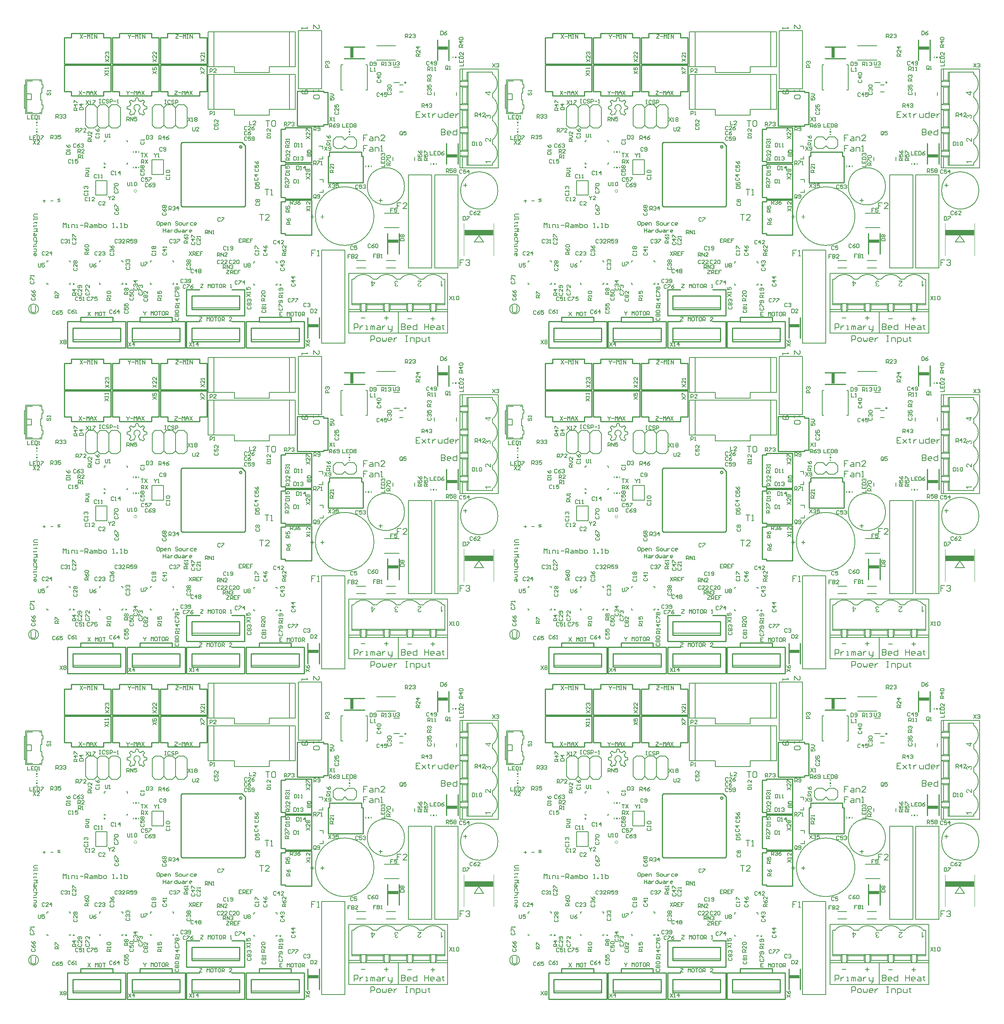
<source format=gto>
%FSLAX24Y24*%
%MOIN*%
G70*
G01*
G75*
G04 Layer_Color=65535*
%ADD10C,0.0070*%
G04:AMPARAMS|DCode=11|XSize=78.7mil|YSize=78.7mil|CornerRadius=39.4mil|HoleSize=0mil|Usage=FLASHONLY|Rotation=90.000|XOffset=0mil|YOffset=0mil|HoleType=Round|Shape=RoundedRectangle|*
%AMROUNDEDRECTD11*
21,1,0.0787,0.0000,0,0,90.0*
21,1,0.0000,0.0787,0,0,90.0*
1,1,0.0787,0.0000,0.0000*
1,1,0.0787,0.0000,0.0000*
1,1,0.0787,0.0000,0.0000*
1,1,0.0787,0.0000,0.0000*
%
%ADD11ROUNDEDRECTD11*%
%ADD12C,0.0100*%
%ADD13C,0.0650*%
%ADD14R,0.1970X0.1700*%
%ADD15R,0.0280X0.0560*%
%ADD16R,0.0600X0.0120*%
%ADD17R,0.0120X0.0600*%
G04:AMPARAMS|DCode=18|XSize=11mil|YSize=31.5mil|CornerRadius=4.4mil|HoleSize=0mil|Usage=FLASHONLY|Rotation=180.000|XOffset=0mil|YOffset=0mil|HoleType=Round|Shape=RoundedRectangle|*
%AMROUNDEDRECTD18*
21,1,0.0110,0.0227,0,0,180.0*
21,1,0.0022,0.0315,0,0,180.0*
1,1,0.0088,-0.0011,0.0113*
1,1,0.0088,0.0011,0.0113*
1,1,0.0088,0.0011,-0.0113*
1,1,0.0088,-0.0011,-0.0113*
%
%ADD18ROUNDEDRECTD18*%
G04:AMPARAMS|DCode=19|XSize=11mil|YSize=31.5mil|CornerRadius=4.4mil|HoleSize=0mil|Usage=FLASHONLY|Rotation=270.000|XOffset=0mil|YOffset=0mil|HoleType=Round|Shape=RoundedRectangle|*
%AMROUNDEDRECTD19*
21,1,0.0110,0.0227,0,0,270.0*
21,1,0.0022,0.0315,0,0,270.0*
1,1,0.0088,-0.0113,-0.0011*
1,1,0.0088,-0.0113,0.0011*
1,1,0.0088,0.0113,0.0011*
1,1,0.0088,0.0113,-0.0011*
%
%ADD19ROUNDEDRECTD19*%
%ADD20R,0.1370X0.1370*%
%ADD21R,0.1370X0.1370*%
%ADD22R,0.0236X0.1319*%
G04:AMPARAMS|DCode=23|XSize=40mil|YSize=40mil|CornerRadius=20mil|HoleSize=0mil|Usage=FLASHONLY|Rotation=0.000|XOffset=0mil|YOffset=0mil|HoleType=Round|Shape=RoundedRectangle|*
%AMROUNDEDRECTD23*
21,1,0.0400,0.0000,0,0,0.0*
21,1,0.0000,0.0400,0,0,0.0*
1,1,0.0400,0.0000,0.0000*
1,1,0.0400,0.0000,0.0000*
1,1,0.0400,0.0000,0.0000*
1,1,0.0400,0.0000,0.0000*
%
%ADD23ROUNDEDRECTD23*%
%ADD24R,0.0480X0.0480*%
%ADD25R,0.0480X0.0480*%
%ADD26R,0.0420X0.0520*%
%ADD27R,0.0354X0.1299*%
%ADD28R,0.0240X0.0240*%
%ADD29R,0.1260X0.0630*%
%ADD30R,0.0360X0.0320*%
%ADD31R,0.0280X0.0200*%
%ADD32R,0.0200X0.0280*%
%ADD33R,0.0790X0.0790*%
%ADD34R,0.0790X0.0790*%
%ADD35R,0.0500X0.0150*%
G04:AMPARAMS|DCode=36|XSize=63mil|YSize=71mil|CornerRadius=15.8mil|HoleSize=0mil|Usage=FLASHONLY|Rotation=270.000|XOffset=0mil|YOffset=0mil|HoleType=Round|Shape=RoundedRectangle|*
%AMROUNDEDRECTD36*
21,1,0.0630,0.0395,0,0,270.0*
21,1,0.0315,0.0710,0,0,270.0*
1,1,0.0315,-0.0198,-0.0158*
1,1,0.0315,-0.0198,0.0158*
1,1,0.0315,0.0198,0.0158*
1,1,0.0315,0.0198,-0.0158*
%
%ADD36ROUNDEDRECTD36*%
G04:AMPARAMS|DCode=37|XSize=29.1mil|YSize=39.4mil|CornerRadius=5.8mil|HoleSize=0mil|Usage=FLASHONLY|Rotation=90.000|XOffset=0mil|YOffset=0mil|HoleType=Round|Shape=RoundedRectangle|*
%AMROUNDEDRECTD37*
21,1,0.0291,0.0277,0,0,90.0*
21,1,0.0175,0.0394,0,0,90.0*
1,1,0.0117,0.0139,0.0087*
1,1,0.0117,0.0139,-0.0087*
1,1,0.0117,-0.0139,-0.0087*
1,1,0.0117,-0.0139,0.0087*
%
%ADD37ROUNDEDRECTD37*%
G04:AMPARAMS|DCode=38|XSize=29.1mil|YSize=39.4mil|CornerRadius=5.8mil|HoleSize=0mil|Usage=FLASHONLY|Rotation=180.000|XOffset=0mil|YOffset=0mil|HoleType=Round|Shape=RoundedRectangle|*
%AMROUNDEDRECTD38*
21,1,0.0291,0.0277,0,0,180.0*
21,1,0.0175,0.0394,0,0,180.0*
1,1,0.0117,-0.0087,0.0139*
1,1,0.0117,0.0087,0.0139*
1,1,0.0117,0.0087,-0.0139*
1,1,0.0117,-0.0087,-0.0139*
%
%ADD38ROUNDEDRECTD38*%
G04:AMPARAMS|DCode=39|XSize=22mil|YSize=24mil|CornerRadius=4.4mil|HoleSize=0mil|Usage=FLASHONLY|Rotation=0.000|XOffset=0mil|YOffset=0mil|HoleType=Round|Shape=RoundedRectangle|*
%AMROUNDEDRECTD39*
21,1,0.0220,0.0152,0,0,0.0*
21,1,0.0132,0.0240,0,0,0.0*
1,1,0.0088,0.0066,-0.0076*
1,1,0.0088,-0.0066,-0.0076*
1,1,0.0088,-0.0066,0.0076*
1,1,0.0088,0.0066,0.0076*
%
%ADD39ROUNDEDRECTD39*%
G04:AMPARAMS|DCode=40|XSize=22mil|YSize=24mil|CornerRadius=4.4mil|HoleSize=0mil|Usage=FLASHONLY|Rotation=270.000|XOffset=0mil|YOffset=0mil|HoleType=Round|Shape=RoundedRectangle|*
%AMROUNDEDRECTD40*
21,1,0.0220,0.0152,0,0,270.0*
21,1,0.0132,0.0240,0,0,270.0*
1,1,0.0088,-0.0076,-0.0066*
1,1,0.0088,-0.0076,0.0066*
1,1,0.0088,0.0076,0.0066*
1,1,0.0088,0.0076,-0.0066*
%
%ADD40ROUNDEDRECTD40*%
%ADD41R,0.0543X0.0709*%
%ADD42R,0.0200X0.0260*%
%ADD43R,0.0433X0.0669*%
G04:AMPARAMS|DCode=44|XSize=52mil|YSize=60mil|CornerRadius=13mil|HoleSize=0mil|Usage=FLASHONLY|Rotation=180.000|XOffset=0mil|YOffset=0mil|HoleType=Round|Shape=RoundedRectangle|*
%AMROUNDEDRECTD44*
21,1,0.0520,0.0340,0,0,180.0*
21,1,0.0260,0.0600,0,0,180.0*
1,1,0.0260,-0.0130,0.0170*
1,1,0.0260,0.0130,0.0170*
1,1,0.0260,0.0130,-0.0170*
1,1,0.0260,-0.0130,-0.0170*
%
%ADD44ROUNDEDRECTD44*%
G04:AMPARAMS|DCode=45|XSize=52mil|YSize=60mil|CornerRadius=13mil|HoleSize=0mil|Usage=FLASHONLY|Rotation=270.000|XOffset=0mil|YOffset=0mil|HoleType=Round|Shape=RoundedRectangle|*
%AMROUNDEDRECTD45*
21,1,0.0520,0.0340,0,0,270.0*
21,1,0.0260,0.0600,0,0,270.0*
1,1,0.0260,-0.0170,-0.0130*
1,1,0.0260,-0.0170,0.0130*
1,1,0.0260,0.0170,0.0130*
1,1,0.0260,0.0170,-0.0130*
%
%ADD45ROUNDEDRECTD45*%
%ADD46R,0.1673X0.0465*%
G04:AMPARAMS|DCode=47|XSize=50mil|YSize=50mil|CornerRadius=25mil|HoleSize=0mil|Usage=FLASHONLY|Rotation=90.000|XOffset=0mil|YOffset=0mil|HoleType=Round|Shape=RoundedRectangle|*
%AMROUNDEDRECTD47*
21,1,0.0500,0.0000,0,0,90.0*
21,1,0.0000,0.0500,0,0,90.0*
1,1,0.0500,0.0000,0.0000*
1,1,0.0500,0.0000,0.0000*
1,1,0.0500,0.0000,0.0000*
1,1,0.0500,0.0000,0.0000*
%
%ADD47ROUNDEDRECTD47*%
%ADD48C,0.0600*%
G04:AMPARAMS|DCode=49|XSize=105mil|YSize=105mil|CornerRadius=26.3mil|HoleSize=0mil|Usage=FLASHONLY|Rotation=180.000|XOffset=0mil|YOffset=0mil|HoleType=Round|Shape=RoundedRectangle|*
%AMROUNDEDRECTD49*
21,1,0.1050,0.0525,0,0,180.0*
21,1,0.0525,0.1050,0,0,180.0*
1,1,0.0525,-0.0263,0.0263*
1,1,0.0525,0.0263,0.0263*
1,1,0.0525,0.0263,-0.0263*
1,1,0.0525,-0.0263,-0.0263*
%
%ADD49ROUNDEDRECTD49*%
%ADD50R,0.0402X0.0118*%
%ADD51C,0.0500*%
%ADD52C,0.0240*%
%ADD53C,0.0080*%
%ADD54C,0.0200*%
%ADD55C,0.0320*%
%ADD56C,0.0120*%
%ADD57C,0.0600*%
%ADD58C,0.0400*%
%ADD59C,0.0250*%
%ADD60C,0.0160*%
%ADD61R,0.1299X0.1063*%
%ADD62R,0.1575X0.0984*%
%ADD63R,0.1929X0.1457*%
%ADD64R,0.0551X0.0472*%
%ADD65O,0.0540X0.0360*%
%ADD66C,0.0360*%
%ADD67O,0.0600X0.1200*%
%ADD68P,0.0758X8X292.5*%
%ADD69C,0.1000*%
%ADD70O,0.1200X0.0600*%
%ADD71O,0.1024X0.0591*%
%ADD72C,0.0591*%
%ADD73R,0.0591X0.0591*%
%ADD74C,0.1305*%
%ADD75C,0.0540*%
%ADD76O,0.1650X0.0825*%
%ADD77O,0.0825X0.1650*%
%ADD78P,0.0909X8X112.5*%
%ADD79C,0.0840*%
%ADD80P,0.0909X8X22.5*%
G04:AMPARAMS|DCode=81|XSize=133.9mil|YSize=200mil|CornerRadius=0mil|HoleSize=0mil|Usage=FLASHONLY|Rotation=270.000|XOffset=0mil|YOffset=0mil|HoleType=Round|Shape=Octagon|*
%AMOCTAGOND81*
4,1,8,0.1000,0.0335,0.1000,-0.0335,0.0665,-0.0669,-0.0665,-0.0669,-0.1000,-0.0335,-0.1000,0.0335,-0.0665,0.0669,0.0665,0.0669,0.1000,0.0335,0.0*
%
%ADD81OCTAGOND81*%

G04:AMPARAMS|DCode=82|XSize=140mil|YSize=200mil|CornerRadius=0mil|HoleSize=0mil|Usage=FLASHONLY|Rotation=270.000|XOffset=0mil|YOffset=0mil|HoleType=Round|Shape=Octagon|*
%AMOCTAGOND82*
4,1,8,0.1000,0.0350,0.1000,-0.0350,0.0650,-0.0700,-0.0650,-0.0700,-0.1000,-0.0350,-0.1000,0.0350,-0.0650,0.0700,0.0650,0.0700,0.1000,0.0350,0.0*
%
%ADD82OCTAGOND82*%

%ADD83P,0.0671X8X22.5*%
%ADD84C,0.0800*%
%ADD85C,0.0300*%
%ADD86C,0.0500*%
%ADD87C,0.0400*%
%ADD88C,0.0320*%
%ADD89C,0.1581*%
%ADD90C,0.0460*%
G04:AMPARAMS|DCode=91|XSize=82mil|YSize=82mil|CornerRadius=0mil|HoleSize=0mil|Usage=FLASHONLY|Rotation=0.000|XOffset=0mil|YOffset=0mil|HoleType=Round|Shape=Relief|Width=10mil|Gap=10mil|Entries=4|*
%AMTHD91*
7,0,0,0.0820,0.0620,0.0100,45*
%
%ADD91THD91*%
%ADD92C,0.0640*%
G04:AMPARAMS|DCode=93|XSize=100mil|YSize=100mil|CornerRadius=0mil|HoleSize=0mil|Usage=FLASHONLY|Rotation=0.000|XOffset=0mil|YOffset=0mil|HoleType=Round|Shape=Relief|Width=10mil|Gap=10mil|Entries=4|*
%AMTHD93*
7,0,0,0.1000,0.0800,0.0100,45*
%
%ADD93THD93*%
%ADD94C,0.0830*%
%ADD95C,0.0594*%
G04:AMPARAMS|DCode=96|XSize=95.433mil|YSize=95.433mil|CornerRadius=0mil|HoleSize=0mil|Usage=FLASHONLY|Rotation=0.000|XOffset=0mil|YOffset=0mil|HoleType=Round|Shape=Relief|Width=10mil|Gap=10mil|Entries=4|*
%AMTHD96*
7,0,0,0.0954,0.0754,0.0100,45*
%
%ADD96THD96*%
%ADD97C,0.1110*%
G04:AMPARAMS|DCode=98|XSize=98mil|YSize=98mil|CornerRadius=0mil|HoleSize=0mil|Usage=FLASHONLY|Rotation=0.000|XOffset=0mil|YOffset=0mil|HoleType=Round|Shape=Relief|Width=10mil|Gap=10mil|Entries=4|*
%AMTHD98*
7,0,0,0.0980,0.0780,0.0100,45*
%
%ADD98THD98*%
%ADD99C,0.0620*%
%ADD100C,0.0790*%
G04:AMPARAMS|DCode=101|XSize=115mil|YSize=115mil|CornerRadius=0mil|HoleSize=0mil|Usage=FLASHONLY|Rotation=0.000|XOffset=0mil|YOffset=0mil|HoleType=Round|Shape=Relief|Width=10mil|Gap=10mil|Entries=4|*
%AMTHD101*
7,0,0,0.1150,0.0950,0.0100,45*
%
%ADD101THD101*%
%ADD102C,0.1240*%
%ADD103C,0.0390*%
%ADD104C,0.1421*%
%ADD105C,0.0520*%
%ADD106C,0.1400*%
%ADD107C,0.0800*%
%ADD108C,0.1040*%
%ADD109C,0.1300*%
%ADD110R,0.4094X0.4331*%
%ADD111R,0.3425X0.4284*%
%ADD112R,0.3583X0.4284*%
%ADD113R,0.3622X0.4331*%
G04:AMPARAMS|DCode=114|XSize=46mil|YSize=63mil|CornerRadius=11.5mil|HoleSize=0mil|Usage=FLASHONLY|Rotation=270.000|XOffset=0mil|YOffset=0mil|HoleType=Round|Shape=RoundedRectangle|*
%AMROUNDEDRECTD114*
21,1,0.0460,0.0400,0,0,270.0*
21,1,0.0230,0.0630,0,0,270.0*
1,1,0.0230,-0.0200,-0.0115*
1,1,0.0230,-0.0200,0.0115*
1,1,0.0230,0.0200,0.0115*
1,1,0.0230,0.0200,-0.0115*
%
%ADD114ROUNDEDRECTD114*%
G04:AMPARAMS|DCode=115|XSize=50mil|YSize=50mil|CornerRadius=25mil|HoleSize=0mil|Usage=FLASHONLY|Rotation=0.000|XOffset=0mil|YOffset=0mil|HoleType=Round|Shape=RoundedRectangle|*
%AMROUNDEDRECTD115*
21,1,0.0500,0.0000,0,0,0.0*
21,1,0.0000,0.0500,0,0,0.0*
1,1,0.0500,0.0000,0.0000*
1,1,0.0500,0.0000,0.0000*
1,1,0.0500,0.0000,0.0000*
1,1,0.0500,0.0000,0.0000*
%
%ADD115ROUNDEDRECTD115*%
%ADD116C,0.0098*%
%ADD117C,0.0050*%
%ADD118C,0.0000*%
%ADD119C,0.0060*%
%ADD120C,0.0079*%
%ADD121C,0.0040*%
%ADD122R,0.0120X0.0059*%
%ADD123R,0.0120X0.0060*%
%ADD124R,0.0120X0.0119*%
%ADD125R,0.0059X0.0120*%
%ADD126R,0.0060X0.0120*%
%ADD127R,0.0119X0.0120*%
%ADD128R,0.2450X0.0492*%
%ADD129R,0.0879X0.0295*%
%ADD130R,0.0295X0.0879*%
G36*
X51910Y34245D02*
X52028D01*
Y34184D01*
X51910D01*
Y33969D01*
X51854D01*
X51533Y34195D01*
Y34245D01*
X51854D01*
Y34312D01*
X51910D01*
Y34245D01*
D02*
G37*
G36*
X41840Y17897D02*
X42055D01*
Y17841D01*
X41828Y17519D01*
X41778D01*
Y17841D01*
X41711D01*
Y17897D01*
X41778D01*
Y18015D01*
X41840D01*
Y17897D01*
D02*
G37*
G36*
X47783Y17627D02*
X47784Y17628D01*
X47787Y17631D01*
X47792Y17634D01*
X47799Y17640D01*
X47808Y17646D01*
X47817Y17653D01*
X47829Y17662D01*
X47842Y17669D01*
X47842D01*
X47843Y17670D01*
X47848Y17673D01*
X47854Y17677D01*
X47863Y17681D01*
X47873Y17686D01*
X47883Y17691D01*
X47895Y17696D01*
X47905Y17701D01*
Y17641D01*
X47904D01*
X47903Y17640D01*
X47900Y17639D01*
X47897Y17637D01*
X47892Y17634D01*
X47887Y17632D01*
X47875Y17625D01*
X47861Y17617D01*
X47846Y17607D01*
X47831Y17596D01*
X47817Y17584D01*
X47816Y17583D01*
X47815Y17582D01*
X47811Y17578D01*
X47804Y17571D01*
X47796Y17563D01*
X47786Y17552D01*
X47777Y17541D01*
X47769Y17528D01*
X47762Y17516D01*
X47722D01*
Y18015D01*
X47783D01*
Y17627D01*
D02*
G37*
G36*
X43908Y18023D02*
X43914Y18022D01*
X43921Y18021D01*
X43928Y18021D01*
X43936Y18019D01*
X43953Y18015D01*
X43971Y18007D01*
X43980Y18003D01*
X43989Y17998D01*
X43998Y17992D01*
X44006Y17985D01*
X44007Y17984D01*
X44007Y17984D01*
X44010Y17981D01*
X44013Y17978D01*
X44016Y17974D01*
X44020Y17969D01*
X44024Y17964D01*
X44028Y17958D01*
X44037Y17943D01*
X44045Y17925D01*
X44051Y17906D01*
X44054Y17895D01*
X44055Y17884D01*
X43994Y17875D01*
Y17876D01*
X43993Y17878D01*
Y17881D01*
X43992Y17884D01*
X43989Y17893D01*
X43986Y17904D01*
X43981Y17916D01*
X43975Y17929D01*
X43967Y17941D01*
X43959Y17950D01*
X43958Y17951D01*
X43955Y17954D01*
X43949Y17957D01*
X43942Y17962D01*
X43933Y17965D01*
X43923Y17969D01*
X43911Y17972D01*
X43898Y17973D01*
X43893D01*
X43890Y17972D01*
X43883Y17972D01*
X43873Y17969D01*
X43861Y17965D01*
X43849Y17961D01*
X43837Y17953D01*
X43825Y17944D01*
X43824Y17942D01*
X43821Y17938D01*
X43816Y17932D01*
X43810Y17923D01*
X43805Y17913D01*
X43800Y17900D01*
X43797Y17885D01*
X43796Y17869D01*
Y17869D01*
Y17868D01*
Y17866D01*
X43797Y17863D01*
X43797Y17855D01*
X43800Y17845D01*
X43803Y17835D01*
X43808Y17823D01*
X43815Y17811D01*
X43824Y17801D01*
X43825Y17799D01*
X43828Y17796D01*
X43834Y17792D01*
X43843Y17787D01*
X43853Y17782D01*
X43865Y17778D01*
X43877Y17775D01*
X43893Y17773D01*
X43899D01*
X43905Y17774D01*
X43911Y17775D01*
X43918Y17776D01*
X43927Y17777D01*
X43936Y17779D01*
X43929Y17726D01*
X43925D01*
X43922Y17727D01*
X43912D01*
X43905Y17726D01*
X43896Y17724D01*
X43885Y17722D01*
X43874Y17718D01*
X43862Y17714D01*
X43849Y17707D01*
X43848Y17706D01*
X43844Y17703D01*
X43840Y17698D01*
X43834Y17691D01*
X43828Y17683D01*
X43823Y17672D01*
X43819Y17659D01*
X43818Y17644D01*
Y17643D01*
Y17643D01*
Y17639D01*
X43819Y17633D01*
X43821Y17624D01*
X43823Y17616D01*
X43828Y17607D01*
X43833Y17597D01*
X43840Y17589D01*
X43841Y17588D01*
X43844Y17585D01*
X43849Y17581D01*
X43856Y17578D01*
X43865Y17573D01*
X43874Y17570D01*
X43886Y17567D01*
X43899Y17566D01*
X43905D01*
X43911Y17568D01*
X43919Y17569D01*
X43929Y17572D01*
X43939Y17576D01*
X43949Y17581D01*
X43958Y17589D01*
X43959Y17590D01*
X43962Y17593D01*
X43966Y17598D01*
X43970Y17606D01*
X43976Y17615D01*
X43980Y17626D01*
X43985Y17640D01*
X43988Y17656D01*
X44049Y17645D01*
Y17644D01*
X44048Y17642D01*
X44048Y17639D01*
X44047Y17635D01*
X44045Y17630D01*
X44044Y17624D01*
X44038Y17610D01*
X44032Y17595D01*
X44023Y17579D01*
X44013Y17564D01*
X43999Y17550D01*
X43998Y17550D01*
X43998Y17549D01*
X43995Y17547D01*
X43992Y17545D01*
X43988Y17543D01*
X43983Y17540D01*
X43972Y17533D01*
X43958Y17527D01*
X43940Y17522D01*
X43921Y17518D01*
X43911Y17516D01*
X43893D01*
X43886Y17517D01*
X43876Y17519D01*
X43865Y17521D01*
X43852Y17524D01*
X43839Y17528D01*
X43826Y17535D01*
X43825D01*
X43825Y17535D01*
X43820Y17538D01*
X43814Y17541D01*
X43806Y17547D01*
X43798Y17553D01*
X43789Y17562D01*
X43781Y17572D01*
X43773Y17582D01*
X43772Y17584D01*
X43770Y17587D01*
X43767Y17594D01*
X43764Y17601D01*
X43761Y17611D01*
X43758Y17621D01*
X43756Y17633D01*
X43755Y17646D01*
Y17647D01*
Y17651D01*
X43756Y17657D01*
X43757Y17665D01*
X43760Y17674D01*
X43763Y17683D01*
X43766Y17694D01*
X43772Y17704D01*
X43773Y17705D01*
X43775Y17708D01*
X43780Y17713D01*
X43785Y17719D01*
X43793Y17726D01*
X43801Y17733D01*
X43812Y17740D01*
X43824Y17746D01*
X43823D01*
X43822Y17747D01*
X43819D01*
X43816Y17748D01*
X43809Y17751D01*
X43799Y17755D01*
X43788Y17761D01*
X43777Y17768D01*
X43766Y17777D01*
X43756Y17789D01*
X43755Y17790D01*
X43752Y17795D01*
X43748Y17801D01*
X43743Y17810D01*
X43738Y17822D01*
X43735Y17835D01*
X43732Y17851D01*
X43731Y17869D01*
Y17869D01*
Y17872D01*
Y17875D01*
X43732Y17879D01*
X43732Y17885D01*
X43733Y17891D01*
X43735Y17899D01*
X43737Y17906D01*
X43742Y17924D01*
X43746Y17934D01*
X43751Y17943D01*
X43756Y17952D01*
X43763Y17961D01*
X43770Y17970D01*
X43778Y17979D01*
X43779Y17980D01*
X43781Y17981D01*
X43783Y17983D01*
X43787Y17986D01*
X43791Y17990D01*
X43797Y17993D01*
X43804Y17997D01*
X43811Y18001D01*
X43819Y18006D01*
X43828Y18009D01*
X43838Y18013D01*
X43849Y18017D01*
X43860Y18020D01*
X43872Y18021D01*
X43885Y18023D01*
X43898Y18024D01*
X43904D01*
X43908Y18023D01*
D02*
G37*
G36*
X46054Y18015D02*
Y18012D01*
Y18007D01*
X46054Y18002D01*
X46053Y17996D01*
X46052Y17989D01*
X46050Y17981D01*
X46048Y17974D01*
Y17973D01*
X46047Y17972D01*
X46045Y17968D01*
X46042Y17962D01*
X46038Y17953D01*
X46032Y17943D01*
X46025Y17931D01*
X46017Y17920D01*
X46007Y17908D01*
Y17907D01*
X46006Y17906D01*
X46002Y17902D01*
X45996Y17895D01*
X45987Y17886D01*
X45976Y17875D01*
X45962Y17863D01*
X45946Y17848D01*
X45927Y17832D01*
X45927Y17832D01*
X45924Y17829D01*
X45920Y17826D01*
X45915Y17821D01*
X45908Y17816D01*
X45900Y17809D01*
X45884Y17795D01*
X45865Y17777D01*
X45847Y17760D01*
X45838Y17752D01*
X45831Y17743D01*
X45824Y17735D01*
X45818Y17727D01*
Y17727D01*
X45816Y17726D01*
X45815Y17724D01*
X45813Y17721D01*
X45809Y17713D01*
X45803Y17703D01*
X45798Y17692D01*
X45794Y17680D01*
X45791Y17666D01*
X45789Y17653D01*
Y17652D01*
Y17652D01*
X45790Y17647D01*
X45791Y17640D01*
X45792Y17632D01*
X45796Y17622D01*
X45800Y17612D01*
X45806Y17602D01*
X45815Y17592D01*
X45817Y17591D01*
X45820Y17588D01*
X45826Y17584D01*
X45834Y17579D01*
X45843Y17575D01*
X45855Y17571D01*
X45868Y17568D01*
X45884Y17567D01*
X45888D01*
X45891Y17568D01*
X45899Y17569D01*
X45908Y17570D01*
X45920Y17574D01*
X45932Y17578D01*
X45943Y17585D01*
X45954Y17594D01*
X45955Y17596D01*
X45958Y17599D01*
X45962Y17605D01*
X45967Y17613D01*
X45972Y17624D01*
X45976Y17636D01*
X45979Y17650D01*
X45980Y17667D01*
X46043Y17660D01*
Y17659D01*
Y17657D01*
X46042Y17653D01*
X46042Y17649D01*
X46040Y17643D01*
X46039Y17636D01*
X46035Y17621D01*
X46029Y17603D01*
X46020Y17586D01*
X46009Y17569D01*
X46003Y17561D01*
X45995Y17553D01*
X45995Y17553D01*
X45993Y17552D01*
X45991Y17550D01*
X45988Y17547D01*
X45983Y17545D01*
X45978Y17541D01*
X45972Y17538D01*
X45965Y17535D01*
X45958Y17532D01*
X45949Y17528D01*
X45939Y17525D01*
X45930Y17522D01*
X45907Y17518D01*
X45895Y17517D01*
X45882Y17516D01*
X45875D01*
X45870Y17517D01*
X45864Y17518D01*
X45857Y17519D01*
X45849Y17519D01*
X45841Y17522D01*
X45823Y17526D01*
X45804Y17533D01*
X45794Y17538D01*
X45785Y17543D01*
X45777Y17550D01*
X45769Y17556D01*
X45768Y17557D01*
X45767Y17558D01*
X45765Y17560D01*
X45762Y17563D01*
X45759Y17568D01*
X45755Y17572D01*
X45747Y17584D01*
X45740Y17598D01*
X45733Y17615D01*
X45728Y17634D01*
X45727Y17644D01*
X45726Y17655D01*
Y17656D01*
Y17660D01*
X45727Y17666D01*
X45728Y17674D01*
X45729Y17683D01*
X45732Y17693D01*
X45735Y17703D01*
X45739Y17714D01*
X45740Y17715D01*
X45741Y17719D01*
X45744Y17724D01*
X45749Y17732D01*
X45754Y17741D01*
X45761Y17752D01*
X45770Y17762D01*
X45780Y17774D01*
X45781Y17776D01*
X45785Y17780D01*
X45792Y17787D01*
X45797Y17792D01*
X45802Y17797D01*
X45808Y17803D01*
X45815Y17810D01*
X45823Y17817D01*
X45831Y17825D01*
X45840Y17833D01*
X45851Y17842D01*
X45862Y17851D01*
X45874Y17862D01*
X45874Y17863D01*
X45876Y17864D01*
X45879Y17866D01*
X45883Y17869D01*
X45892Y17877D01*
X45903Y17887D01*
X45915Y17897D01*
X45927Y17908D01*
X45936Y17917D01*
X45940Y17921D01*
X45944Y17925D01*
X45945Y17925D01*
X45946Y17928D01*
X45949Y17931D01*
X45953Y17935D01*
X45961Y17945D01*
X45970Y17957D01*
X45725D01*
Y18015D01*
X46054D01*
Y18015D01*
D02*
G37*
G36*
X36689Y23541D02*
X36824D01*
Y23484D01*
X36689D01*
Y23348D01*
X36631D01*
Y23484D01*
X36496D01*
Y23541D01*
X36631D01*
Y23676D01*
X36689D01*
Y23541D01*
D02*
G37*
G36*
X37555D02*
X37690D01*
Y23484D01*
X37555D01*
Y23348D01*
X37498D01*
Y23484D01*
X37362D01*
Y23541D01*
X37498D01*
Y23676D01*
X37555D01*
Y23541D01*
D02*
G37*
G36*
X52028Y28240D02*
X51640D01*
X51641Y28239D01*
X51644Y28236D01*
X51647Y28231D01*
X51653Y28224D01*
X51660Y28216D01*
X51666Y28206D01*
X51675Y28195D01*
X51682Y28182D01*
Y28181D01*
X51683Y28180D01*
X51686Y28176D01*
X51690Y28169D01*
X51694Y28161D01*
X51700Y28151D01*
X51704Y28140D01*
X51709Y28129D01*
X51714Y28119D01*
X51654D01*
Y28119D01*
X51654Y28121D01*
X51652Y28124D01*
X51650Y28127D01*
X51647Y28131D01*
X51645Y28137D01*
X51638Y28149D01*
X51630Y28162D01*
X51620Y28177D01*
X51609Y28193D01*
X51597Y28207D01*
X51596Y28208D01*
X51595Y28208D01*
X51591Y28213D01*
X51584Y28220D01*
X51576Y28228D01*
X51565Y28237D01*
X51554Y28246D01*
X51542Y28255D01*
X51530Y28261D01*
Y28301D01*
X52028D01*
Y28240D01*
D02*
G37*
G36*
X51892Y32292D02*
X51898Y32291D01*
X51905Y32291D01*
X51912Y32289D01*
X51920Y32287D01*
X51937Y32281D01*
X51947Y32278D01*
X51956Y32272D01*
X51965Y32267D01*
X51974Y32261D01*
X51983Y32254D01*
X51992Y32245D01*
X51993Y32244D01*
X51994Y32243D01*
X51996Y32241D01*
X51999Y32237D01*
X52003Y32232D01*
X52007Y32226D01*
X52010Y32220D01*
X52014Y32213D01*
X52019Y32204D01*
X52022Y32195D01*
X52026Y32185D01*
X52030Y32175D01*
X52033Y32164D01*
X52035Y32151D01*
X52036Y32139D01*
X52037Y32126D01*
Y32125D01*
Y32123D01*
Y32120D01*
X52036Y32115D01*
X52035Y32109D01*
X52035Y32103D01*
X52034Y32096D01*
X52032Y32088D01*
X52028Y32071D01*
X52020Y32052D01*
X52016Y32043D01*
X52011Y32035D01*
X52005Y32026D01*
X51998Y32018D01*
X51998Y32017D01*
X51997Y32016D01*
X51994Y32014D01*
X51991Y32011D01*
X51987Y32008D01*
X51982Y32004D01*
X51977Y31999D01*
X51971Y31996D01*
X51956Y31987D01*
X51939Y31979D01*
X51919Y31972D01*
X51908Y31970D01*
X51897Y31969D01*
X51889Y32030D01*
X51889D01*
X51891Y32030D01*
X51894D01*
X51897Y32032D01*
X51906Y32034D01*
X51917Y32038D01*
X51929Y32043D01*
X51942Y32049D01*
X51954Y32056D01*
X51963Y32065D01*
X51964Y32066D01*
X51967Y32069D01*
X51970Y32074D01*
X51975Y32082D01*
X51979Y32090D01*
X51982Y32101D01*
X51985Y32113D01*
X51986Y32126D01*
Y32127D01*
Y32128D01*
Y32130D01*
X51985Y32133D01*
X51985Y32141D01*
X51982Y32151D01*
X51979Y32163D01*
X51974Y32175D01*
X51967Y32187D01*
X51957Y32198D01*
X51955Y32200D01*
X51951Y32203D01*
X51945Y32207D01*
X51936Y32213D01*
X51926Y32219D01*
X51913Y32223D01*
X51898Y32226D01*
X51883Y32228D01*
X51879D01*
X51876Y32227D01*
X51868Y32226D01*
X51858Y32224D01*
X51848Y32221D01*
X51836Y32216D01*
X51824Y32209D01*
X51814Y32200D01*
X51812Y32198D01*
X51809Y32195D01*
X51805Y32189D01*
X51800Y32181D01*
X51795Y32171D01*
X51791Y32159D01*
X51788Y32146D01*
X51787Y32131D01*
Y32130D01*
Y32128D01*
Y32124D01*
X51787Y32119D01*
X51788Y32113D01*
X51789Y32105D01*
X51790Y32097D01*
X51793Y32088D01*
X51739Y32095D01*
Y32096D01*
Y32099D01*
X51740Y32102D01*
Y32105D01*
Y32105D01*
Y32106D01*
Y32108D01*
Y32111D01*
X51739Y32118D01*
X51737Y32128D01*
X51735Y32139D01*
X51731Y32150D01*
X51727Y32162D01*
X51720Y32174D01*
X51719Y32176D01*
X51716Y32179D01*
X51711Y32184D01*
X51704Y32190D01*
X51696Y32196D01*
X51685Y32201D01*
X51672Y32204D01*
X51657Y32206D01*
X51652D01*
X51646Y32204D01*
X51638Y32203D01*
X51629Y32201D01*
X51620Y32196D01*
X51610Y32191D01*
X51602Y32183D01*
X51601Y32182D01*
X51598Y32179D01*
X51595Y32174D01*
X51591Y32167D01*
X51586Y32159D01*
X51583Y32149D01*
X51580Y32138D01*
X51579Y32125D01*
Y32124D01*
Y32123D01*
Y32119D01*
X51581Y32112D01*
X51582Y32105D01*
X51585Y32095D01*
X51589Y32085D01*
X51595Y32075D01*
X51602Y32065D01*
X51603Y32065D01*
X51606Y32061D01*
X51611Y32058D01*
X51619Y32053D01*
X51628Y32048D01*
X51639Y32043D01*
X51653Y32039D01*
X51669Y32036D01*
X51658Y31975D01*
X51657D01*
X51655Y31975D01*
X51652Y31976D01*
X51648Y31977D01*
X51643Y31978D01*
X51637Y31980D01*
X51623Y31985D01*
X51608Y31991D01*
X51592Y32000D01*
X51577Y32011D01*
X51564Y32024D01*
X51563Y32025D01*
X51562Y32026D01*
X51561Y32028D01*
X51558Y32032D01*
X51556Y32036D01*
X51553Y32040D01*
X51546Y32052D01*
X51540Y32066D01*
X51535Y32083D01*
X51531Y32102D01*
X51530Y32113D01*
Y32123D01*
Y32124D01*
Y32125D01*
Y32127D01*
Y32130D01*
X51530Y32138D01*
X51532Y32148D01*
X51534Y32159D01*
X51537Y32172D01*
X51542Y32185D01*
X51548Y32198D01*
Y32198D01*
X51548Y32199D01*
X51551Y32204D01*
X51554Y32210D01*
X51560Y32217D01*
X51567Y32226D01*
X51575Y32235D01*
X51585Y32243D01*
X51595Y32250D01*
X51597Y32251D01*
X51601Y32254D01*
X51607Y32257D01*
X51614Y32260D01*
X51624Y32263D01*
X51635Y32266D01*
X51646Y32268D01*
X51659Y32269D01*
X51664D01*
X51670Y32268D01*
X51678Y32266D01*
X51687Y32264D01*
X51697Y32261D01*
X51707Y32257D01*
X51717Y32251D01*
X51719Y32250D01*
X51722Y32248D01*
X51726Y32244D01*
X51732Y32238D01*
X51739Y32231D01*
X51746Y32223D01*
X51753Y32212D01*
X51759Y32200D01*
Y32201D01*
X51760Y32202D01*
Y32204D01*
X51762Y32207D01*
X51764Y32215D01*
X51768Y32225D01*
X51774Y32235D01*
X51781Y32247D01*
X51790Y32258D01*
X51802Y32268D01*
X51803Y32269D01*
X51808Y32272D01*
X51815Y32275D01*
X51824Y32281D01*
X51835Y32285D01*
X51849Y32289D01*
X51864Y32292D01*
X51882Y32293D01*
X51888D01*
X51892Y32292D01*
D02*
G37*
G36*
X52028Y29969D02*
X52020D01*
X52015Y29970D01*
X52009Y29971D01*
X52002Y29972D01*
X51994Y29974D01*
X51987Y29976D01*
X51986D01*
X51985Y29977D01*
X51981Y29978D01*
X51975Y29981D01*
X51966Y29986D01*
X51956Y29991D01*
X51945Y29999D01*
X51933Y30006D01*
X51921Y30016D01*
X51920D01*
X51920Y30018D01*
X51915Y30021D01*
X51908Y30027D01*
X51899Y30037D01*
X51889Y30048D01*
X51876Y30061D01*
X51861Y30078D01*
X51846Y30096D01*
X51845Y30097D01*
X51843Y30100D01*
X51839Y30104D01*
X51834Y30109D01*
X51829Y30116D01*
X51822Y30123D01*
X51808Y30140D01*
X51790Y30158D01*
X51773Y30176D01*
X51765Y30185D01*
X51756Y30193D01*
X51748Y30200D01*
X51740Y30206D01*
X51740D01*
X51739Y30207D01*
X51737Y30209D01*
X51734Y30210D01*
X51726Y30215D01*
X51716Y30220D01*
X51705Y30226D01*
X51693Y30230D01*
X51679Y30233D01*
X51666Y30235D01*
X51665D01*
X51660Y30234D01*
X51654Y30233D01*
X51645Y30232D01*
X51635Y30228D01*
X51626Y30223D01*
X51615Y30217D01*
X51605Y30208D01*
X51604Y30207D01*
X51601Y30204D01*
X51598Y30198D01*
X51592Y30190D01*
X51588Y30180D01*
X51584Y30169D01*
X51581Y30155D01*
X51580Y30140D01*
Y30139D01*
Y30138D01*
Y30136D01*
X51581Y30133D01*
X51582Y30125D01*
X51583Y30115D01*
X51587Y30104D01*
X51592Y30092D01*
X51598Y30080D01*
X51607Y30070D01*
X51609Y30069D01*
X51612Y30066D01*
X51618Y30061D01*
X51626Y30057D01*
X51637Y30052D01*
X51649Y30048D01*
X51663Y30045D01*
X51680Y30043D01*
X51673Y29981D01*
X51670D01*
X51666Y29981D01*
X51662Y29982D01*
X51656Y29984D01*
X51649Y29984D01*
X51634Y29989D01*
X51616Y29995D01*
X51599Y30003D01*
X51582Y30015D01*
X51574Y30021D01*
X51567Y30028D01*
X51566Y30029D01*
X51565Y30031D01*
X51563Y30033D01*
X51561Y30036D01*
X51558Y30040D01*
X51554Y30046D01*
X51551Y30052D01*
X51548Y30058D01*
X51545Y30066D01*
X51541Y30074D01*
X51538Y30084D01*
X51536Y30094D01*
X51531Y30117D01*
X51530Y30129D01*
X51530Y30142D01*
Y30142D01*
Y30145D01*
Y30148D01*
X51530Y30154D01*
X51531Y30160D01*
X51532Y30167D01*
X51533Y30174D01*
X51535Y30182D01*
X51539Y30201D01*
X51546Y30220D01*
X51551Y30229D01*
X51556Y30238D01*
X51563Y30247D01*
X51570Y30255D01*
X51570Y30256D01*
X51571Y30257D01*
X51573Y30259D01*
X51576Y30262D01*
X51581Y30265D01*
X51585Y30269D01*
X51597Y30276D01*
X51611Y30284D01*
X51628Y30291D01*
X51647Y30296D01*
X51657Y30297D01*
X51668Y30297D01*
X51673D01*
X51679Y30297D01*
X51687Y30296D01*
X51696Y30294D01*
X51706Y30292D01*
X51716Y30289D01*
X51727Y30285D01*
X51728Y30284D01*
X51732Y30282D01*
X51737Y30279D01*
X51745Y30275D01*
X51754Y30269D01*
X51765Y30263D01*
X51775Y30254D01*
X51787Y30244D01*
X51789Y30242D01*
X51793Y30238D01*
X51800Y30232D01*
X51805Y30227D01*
X51810Y30222D01*
X51816Y30216D01*
X51823Y30208D01*
X51830Y30201D01*
X51838Y30192D01*
X51846Y30183D01*
X51855Y30173D01*
X51864Y30162D01*
X51875Y30150D01*
X51876Y30149D01*
X51877Y30148D01*
X51880Y30145D01*
X51883Y30141D01*
X51890Y30132D01*
X51900Y30120D01*
X51911Y30109D01*
X51921Y30097D01*
X51930Y30087D01*
X51934Y30083D01*
X51938Y30080D01*
X51939Y30079D01*
X51941Y30077D01*
X51944Y30074D01*
X51948Y30071D01*
X51958Y30062D01*
X51970Y30054D01*
Y30298D01*
X52028D01*
Y29969D01*
D02*
G37*
%LPC*%
G36*
X41995Y17841D02*
X41840D01*
Y17618D01*
X41995Y17841D01*
D02*
G37*
G36*
X51854Y34184D02*
X51632D01*
X51854Y34028D01*
Y34184D01*
D02*
G37*
%LPD*%
G36*
X93288Y34245D02*
X93406D01*
Y34184D01*
X93288D01*
Y33969D01*
X93232D01*
X92911Y34195D01*
Y34245D01*
X93232D01*
Y34312D01*
X93288D01*
Y34245D01*
D02*
G37*
G36*
X83218Y17897D02*
X83433D01*
Y17841D01*
X83206Y17519D01*
X83156D01*
Y17841D01*
X83089D01*
Y17897D01*
X83156D01*
Y18015D01*
X83218D01*
Y17897D01*
D02*
G37*
G36*
X89161Y17627D02*
X89162Y17628D01*
X89165Y17631D01*
X89170Y17634D01*
X89177Y17640D01*
X89186Y17646D01*
X89195Y17653D01*
X89207Y17662D01*
X89220Y17669D01*
X89220D01*
X89221Y17670D01*
X89226Y17673D01*
X89232Y17677D01*
X89241Y17681D01*
X89251Y17686D01*
X89261Y17691D01*
X89272Y17696D01*
X89283Y17701D01*
Y17641D01*
X89282D01*
X89281Y17640D01*
X89278Y17639D01*
X89275Y17637D01*
X89270Y17634D01*
X89265Y17632D01*
X89253Y17625D01*
X89239Y17617D01*
X89224Y17607D01*
X89209Y17596D01*
X89195Y17584D01*
X89194Y17583D01*
X89193Y17582D01*
X89189Y17578D01*
X89182Y17571D01*
X89173Y17563D01*
X89164Y17552D01*
X89155Y17541D01*
X89147Y17528D01*
X89140Y17516D01*
X89100D01*
Y18015D01*
X89161D01*
Y17627D01*
D02*
G37*
G36*
X85286Y18023D02*
X85292Y18022D01*
X85299Y18021D01*
X85306Y18021D01*
X85314Y18019D01*
X85331Y18015D01*
X85349Y18007D01*
X85358Y18003D01*
X85367Y17998D01*
X85376Y17992D01*
X85384Y17985D01*
X85385Y17984D01*
X85385Y17984D01*
X85388Y17981D01*
X85391Y17978D01*
X85394Y17974D01*
X85398Y17969D01*
X85402Y17964D01*
X85406Y17958D01*
X85415Y17943D01*
X85422Y17925D01*
X85429Y17906D01*
X85432Y17895D01*
X85433Y17884D01*
X85372Y17875D01*
Y17876D01*
X85371Y17878D01*
Y17881D01*
X85370Y17884D01*
X85367Y17893D01*
X85364Y17904D01*
X85359Y17916D01*
X85353Y17929D01*
X85345Y17941D01*
X85337Y17950D01*
X85336Y17951D01*
X85333Y17954D01*
X85327Y17957D01*
X85320Y17962D01*
X85311Y17965D01*
X85301Y17969D01*
X85289Y17972D01*
X85276Y17973D01*
X85271D01*
X85268Y17972D01*
X85261Y17972D01*
X85251Y17969D01*
X85239Y17965D01*
X85227Y17961D01*
X85215Y17953D01*
X85203Y17944D01*
X85202Y17942D01*
X85199Y17938D01*
X85194Y17932D01*
X85188Y17923D01*
X85183Y17913D01*
X85178Y17900D01*
X85175Y17885D01*
X85174Y17869D01*
Y17869D01*
Y17868D01*
Y17866D01*
X85175Y17863D01*
X85175Y17855D01*
X85178Y17845D01*
X85181Y17835D01*
X85186Y17823D01*
X85193Y17811D01*
X85202Y17801D01*
X85203Y17799D01*
X85206Y17796D01*
X85212Y17792D01*
X85221Y17787D01*
X85230Y17782D01*
X85243Y17778D01*
X85255Y17775D01*
X85271Y17773D01*
X85277D01*
X85283Y17774D01*
X85289Y17775D01*
X85296Y17776D01*
X85305Y17777D01*
X85314Y17779D01*
X85307Y17726D01*
X85303D01*
X85300Y17727D01*
X85290D01*
X85283Y17726D01*
X85274Y17724D01*
X85263Y17722D01*
X85252Y17718D01*
X85240Y17714D01*
X85227Y17707D01*
X85226Y17706D01*
X85222Y17703D01*
X85218Y17698D01*
X85212Y17691D01*
X85206Y17683D01*
X85201Y17672D01*
X85197Y17659D01*
X85196Y17644D01*
Y17643D01*
Y17643D01*
Y17639D01*
X85197Y17633D01*
X85199Y17624D01*
X85201Y17616D01*
X85206Y17607D01*
X85211Y17597D01*
X85218Y17589D01*
X85219Y17588D01*
X85222Y17585D01*
X85227Y17581D01*
X85234Y17578D01*
X85243Y17573D01*
X85252Y17570D01*
X85264Y17567D01*
X85277Y17566D01*
X85283D01*
X85289Y17568D01*
X85297Y17569D01*
X85307Y17572D01*
X85317Y17576D01*
X85326Y17581D01*
X85336Y17589D01*
X85337Y17590D01*
X85340Y17593D01*
X85344Y17598D01*
X85348Y17606D01*
X85354Y17615D01*
X85358Y17626D01*
X85363Y17640D01*
X85366Y17656D01*
X85427Y17645D01*
Y17644D01*
X85426Y17642D01*
X85426Y17639D01*
X85425Y17635D01*
X85423Y17630D01*
X85422Y17624D01*
X85416Y17610D01*
X85410Y17595D01*
X85401Y17579D01*
X85391Y17564D01*
X85377Y17550D01*
X85376Y17550D01*
X85376Y17549D01*
X85373Y17547D01*
X85370Y17545D01*
X85366Y17543D01*
X85361Y17540D01*
X85350Y17533D01*
X85336Y17527D01*
X85318Y17522D01*
X85299Y17518D01*
X85289Y17516D01*
X85271D01*
X85264Y17517D01*
X85254Y17519D01*
X85243Y17521D01*
X85230Y17524D01*
X85217Y17528D01*
X85204Y17535D01*
X85203D01*
X85202Y17535D01*
X85198Y17538D01*
X85192Y17541D01*
X85184Y17547D01*
X85176Y17553D01*
X85167Y17562D01*
X85159Y17572D01*
X85151Y17582D01*
X85150Y17584D01*
X85148Y17587D01*
X85145Y17594D01*
X85142Y17601D01*
X85139Y17611D01*
X85136Y17621D01*
X85134Y17633D01*
X85133Y17646D01*
Y17647D01*
Y17651D01*
X85134Y17657D01*
X85135Y17665D01*
X85137Y17674D01*
X85140Y17683D01*
X85144Y17694D01*
X85150Y17704D01*
X85151Y17705D01*
X85153Y17708D01*
X85158Y17713D01*
X85163Y17719D01*
X85171Y17726D01*
X85179Y17733D01*
X85190Y17740D01*
X85202Y17746D01*
X85201D01*
X85199Y17747D01*
X85197D01*
X85194Y17748D01*
X85187Y17751D01*
X85177Y17755D01*
X85166Y17761D01*
X85155Y17768D01*
X85144Y17777D01*
X85134Y17789D01*
X85133Y17790D01*
X85130Y17795D01*
X85126Y17801D01*
X85121Y17810D01*
X85116Y17822D01*
X85113Y17835D01*
X85110Y17851D01*
X85109Y17869D01*
Y17869D01*
Y17872D01*
Y17875D01*
X85110Y17879D01*
X85110Y17885D01*
X85111Y17891D01*
X85113Y17899D01*
X85115Y17906D01*
X85120Y17924D01*
X85124Y17934D01*
X85129Y17943D01*
X85134Y17952D01*
X85140Y17961D01*
X85148Y17970D01*
X85156Y17979D01*
X85157Y17980D01*
X85159Y17981D01*
X85161Y17983D01*
X85165Y17986D01*
X85169Y17990D01*
X85175Y17993D01*
X85182Y17997D01*
X85189Y18001D01*
X85197Y18006D01*
X85206Y18009D01*
X85216Y18013D01*
X85227Y18017D01*
X85238Y18020D01*
X85250Y18021D01*
X85263Y18023D01*
X85276Y18024D01*
X85282D01*
X85286Y18023D01*
D02*
G37*
G36*
X87432Y18015D02*
Y18012D01*
Y18007D01*
X87432Y18002D01*
X87431Y17996D01*
X87430Y17989D01*
X87428Y17981D01*
X87426Y17974D01*
Y17973D01*
X87425Y17972D01*
X87423Y17968D01*
X87420Y17962D01*
X87416Y17953D01*
X87410Y17943D01*
X87403Y17931D01*
X87395Y17920D01*
X87385Y17908D01*
Y17907D01*
X87384Y17906D01*
X87380Y17902D01*
X87374Y17895D01*
X87365Y17886D01*
X87354Y17875D01*
X87340Y17863D01*
X87323Y17848D01*
X87305Y17832D01*
X87305Y17832D01*
X87302Y17829D01*
X87298Y17826D01*
X87292Y17821D01*
X87286Y17816D01*
X87278Y17809D01*
X87261Y17795D01*
X87243Y17777D01*
X87225Y17760D01*
X87216Y17752D01*
X87209Y17743D01*
X87202Y17735D01*
X87196Y17727D01*
Y17727D01*
X87194Y17726D01*
X87193Y17724D01*
X87191Y17721D01*
X87187Y17713D01*
X87181Y17703D01*
X87176Y17692D01*
X87171Y17680D01*
X87168Y17666D01*
X87167Y17653D01*
Y17652D01*
Y17652D01*
X87168Y17647D01*
X87168Y17640D01*
X87170Y17632D01*
X87174Y17622D01*
X87178Y17612D01*
X87184Y17602D01*
X87193Y17592D01*
X87195Y17591D01*
X87198Y17588D01*
X87204Y17584D01*
X87212Y17579D01*
X87221Y17575D01*
X87233Y17571D01*
X87246Y17568D01*
X87261Y17567D01*
X87266D01*
X87269Y17568D01*
X87277Y17569D01*
X87286Y17570D01*
X87298Y17574D01*
X87310Y17578D01*
X87321Y17585D01*
X87332Y17594D01*
X87333Y17596D01*
X87336Y17599D01*
X87340Y17605D01*
X87345Y17613D01*
X87350Y17624D01*
X87354Y17636D01*
X87357Y17650D01*
X87358Y17667D01*
X87421Y17660D01*
Y17659D01*
Y17657D01*
X87420Y17653D01*
X87419Y17649D01*
X87418Y17643D01*
X87417Y17636D01*
X87413Y17621D01*
X87407Y17603D01*
X87398Y17586D01*
X87387Y17569D01*
X87381Y17561D01*
X87373Y17553D01*
X87373Y17553D01*
X87371Y17552D01*
X87369Y17550D01*
X87366Y17547D01*
X87361Y17545D01*
X87356Y17541D01*
X87350Y17538D01*
X87343Y17535D01*
X87336Y17532D01*
X87327Y17528D01*
X87317Y17525D01*
X87308Y17522D01*
X87285Y17518D01*
X87273Y17517D01*
X87260Y17516D01*
X87253D01*
X87248Y17517D01*
X87242Y17518D01*
X87235Y17519D01*
X87227Y17519D01*
X87219Y17522D01*
X87201Y17526D01*
X87182Y17533D01*
X87172Y17538D01*
X87163Y17543D01*
X87155Y17550D01*
X87147Y17556D01*
X87146Y17557D01*
X87145Y17558D01*
X87143Y17560D01*
X87140Y17563D01*
X87137Y17568D01*
X87133Y17572D01*
X87125Y17584D01*
X87118Y17598D01*
X87111Y17615D01*
X87106Y17634D01*
X87105Y17644D01*
X87104Y17655D01*
Y17656D01*
Y17660D01*
X87105Y17666D01*
X87106Y17674D01*
X87107Y17683D01*
X87109Y17693D01*
X87113Y17703D01*
X87117Y17714D01*
X87118Y17715D01*
X87119Y17719D01*
X87122Y17724D01*
X87127Y17732D01*
X87132Y17741D01*
X87139Y17752D01*
X87148Y17762D01*
X87158Y17774D01*
X87159Y17776D01*
X87163Y17780D01*
X87170Y17787D01*
X87175Y17792D01*
X87180Y17797D01*
X87186Y17803D01*
X87193Y17810D01*
X87201Y17817D01*
X87209Y17825D01*
X87218Y17833D01*
X87229Y17842D01*
X87240Y17851D01*
X87252Y17862D01*
X87252Y17863D01*
X87254Y17864D01*
X87257Y17866D01*
X87261Y17869D01*
X87270Y17877D01*
X87281Y17887D01*
X87292Y17897D01*
X87305Y17908D01*
X87314Y17917D01*
X87318Y17921D01*
X87322Y17925D01*
X87323Y17925D01*
X87324Y17928D01*
X87327Y17931D01*
X87331Y17935D01*
X87339Y17945D01*
X87348Y17957D01*
X87103D01*
Y18015D01*
X87432D01*
Y18015D01*
D02*
G37*
G36*
X78067Y23541D02*
X78202D01*
Y23484D01*
X78067D01*
Y23348D01*
X78009D01*
Y23484D01*
X77874D01*
Y23541D01*
X78009D01*
Y23676D01*
X78067D01*
Y23541D01*
D02*
G37*
G36*
X78933D02*
X79068D01*
Y23484D01*
X78933D01*
Y23348D01*
X78875D01*
Y23484D01*
X78740D01*
Y23541D01*
X78875D01*
Y23676D01*
X78933D01*
Y23541D01*
D02*
G37*
G36*
X93406Y28240D02*
X93018D01*
X93019Y28239D01*
X93022Y28236D01*
X93025Y28231D01*
X93031Y28224D01*
X93038Y28216D01*
X93044Y28206D01*
X93053Y28195D01*
X93060Y28182D01*
Y28181D01*
X93061Y28180D01*
X93064Y28176D01*
X93068Y28169D01*
X93072Y28161D01*
X93078Y28151D01*
X93082Y28140D01*
X93087Y28129D01*
X93092Y28119D01*
X93032D01*
Y28119D01*
X93031Y28121D01*
X93030Y28124D01*
X93028Y28127D01*
X93025Y28131D01*
X93023Y28137D01*
X93016Y28149D01*
X93008Y28162D01*
X92998Y28177D01*
X92987Y28193D01*
X92975Y28207D01*
X92974Y28208D01*
X92973Y28208D01*
X92969Y28213D01*
X92962Y28220D01*
X92954Y28228D01*
X92943Y28237D01*
X92932Y28246D01*
X92920Y28255D01*
X92907Y28261D01*
Y28301D01*
X93406D01*
Y28240D01*
D02*
G37*
G36*
X93270Y32292D02*
X93276Y32291D01*
X93282Y32291D01*
X93290Y32289D01*
X93298Y32287D01*
X93315Y32281D01*
X93325Y32278D01*
X93334Y32272D01*
X93343Y32267D01*
X93352Y32261D01*
X93361Y32254D01*
X93370Y32245D01*
X93371Y32244D01*
X93372Y32243D01*
X93374Y32241D01*
X93377Y32237D01*
X93381Y32232D01*
X93385Y32226D01*
X93388Y32220D01*
X93392Y32213D01*
X93397Y32204D01*
X93400Y32195D01*
X93404Y32185D01*
X93408Y32175D01*
X93411Y32164D01*
X93413Y32151D01*
X93414Y32139D01*
X93415Y32126D01*
Y32125D01*
Y32123D01*
Y32120D01*
X93414Y32115D01*
X93413Y32109D01*
X93413Y32103D01*
X93412Y32096D01*
X93410Y32088D01*
X93406Y32071D01*
X93398Y32052D01*
X93394Y32043D01*
X93389Y32035D01*
X93383Y32026D01*
X93376Y32018D01*
X93375Y32017D01*
X93375Y32016D01*
X93372Y32014D01*
X93369Y32011D01*
X93365Y32008D01*
X93360Y32004D01*
X93355Y31999D01*
X93349Y31996D01*
X93334Y31987D01*
X93316Y31979D01*
X93297Y31972D01*
X93286Y31970D01*
X93275Y31969D01*
X93267Y32030D01*
X93267D01*
X93269Y32030D01*
X93272D01*
X93275Y32032D01*
X93284Y32034D01*
X93295Y32038D01*
X93307Y32043D01*
X93320Y32049D01*
X93332Y32056D01*
X93341Y32065D01*
X93342Y32066D01*
X93345Y32069D01*
X93348Y32074D01*
X93353Y32082D01*
X93357Y32090D01*
X93360Y32101D01*
X93363Y32113D01*
X93364Y32126D01*
Y32127D01*
Y32128D01*
Y32130D01*
X93363Y32133D01*
X93363Y32141D01*
X93360Y32151D01*
X93357Y32163D01*
X93352Y32175D01*
X93344Y32187D01*
X93335Y32198D01*
X93333Y32200D01*
X93329Y32203D01*
X93323Y32207D01*
X93314Y32213D01*
X93304Y32219D01*
X93291Y32223D01*
X93276Y32226D01*
X93261Y32228D01*
X93257D01*
X93254Y32227D01*
X93246Y32226D01*
X93236Y32224D01*
X93226Y32221D01*
X93214Y32216D01*
X93202Y32209D01*
X93192Y32200D01*
X93190Y32198D01*
X93187Y32195D01*
X93183Y32189D01*
X93178Y32181D01*
X93173Y32171D01*
X93169Y32159D01*
X93166Y32146D01*
X93165Y32131D01*
Y32130D01*
Y32128D01*
Y32124D01*
X93165Y32119D01*
X93166Y32113D01*
X93167Y32105D01*
X93168Y32097D01*
X93171Y32088D01*
X93117Y32095D01*
Y32096D01*
Y32099D01*
X93118Y32102D01*
Y32105D01*
Y32105D01*
Y32106D01*
Y32108D01*
Y32111D01*
X93117Y32118D01*
X93115Y32128D01*
X93113Y32139D01*
X93109Y32150D01*
X93105Y32162D01*
X93098Y32174D01*
X93097Y32176D01*
X93094Y32179D01*
X93089Y32184D01*
X93082Y32190D01*
X93074Y32196D01*
X93063Y32201D01*
X93050Y32204D01*
X93035Y32206D01*
X93030D01*
X93024Y32204D01*
X93016Y32203D01*
X93007Y32201D01*
X92998Y32196D01*
X92988Y32191D01*
X92980Y32183D01*
X92979Y32182D01*
X92976Y32179D01*
X92973Y32174D01*
X92969Y32167D01*
X92964Y32159D01*
X92961Y32149D01*
X92958Y32138D01*
X92957Y32125D01*
Y32124D01*
Y32123D01*
Y32119D01*
X92959Y32112D01*
X92960Y32105D01*
X92963Y32095D01*
X92967Y32085D01*
X92973Y32075D01*
X92980Y32065D01*
X92981Y32065D01*
X92984Y32061D01*
X92989Y32058D01*
X92997Y32053D01*
X93006Y32048D01*
X93017Y32043D01*
X93031Y32039D01*
X93047Y32036D01*
X93036Y31975D01*
X93035D01*
X93033Y31975D01*
X93030Y31976D01*
X93026Y31977D01*
X93021Y31978D01*
X93015Y31980D01*
X93001Y31985D01*
X92986Y31991D01*
X92970Y32000D01*
X92955Y32011D01*
X92942Y32024D01*
X92941Y32025D01*
X92940Y32026D01*
X92938Y32028D01*
X92936Y32032D01*
X92934Y32036D01*
X92931Y32040D01*
X92924Y32052D01*
X92918Y32066D01*
X92913Y32083D01*
X92909Y32102D01*
X92907Y32113D01*
Y32123D01*
Y32124D01*
Y32125D01*
Y32127D01*
Y32130D01*
X92908Y32138D01*
X92910Y32148D01*
X92912Y32159D01*
X92915Y32172D01*
X92920Y32185D01*
X92926Y32198D01*
Y32198D01*
X92926Y32199D01*
X92929Y32204D01*
X92932Y32210D01*
X92938Y32217D01*
X92945Y32226D01*
X92953Y32235D01*
X92963Y32243D01*
X92973Y32250D01*
X92975Y32251D01*
X92979Y32254D01*
X92985Y32257D01*
X92992Y32260D01*
X93002Y32263D01*
X93013Y32266D01*
X93024Y32268D01*
X93037Y32269D01*
X93042D01*
X93048Y32268D01*
X93056Y32266D01*
X93065Y32264D01*
X93075Y32261D01*
X93085Y32257D01*
X93095Y32251D01*
X93097Y32250D01*
X93100Y32248D01*
X93104Y32244D01*
X93110Y32238D01*
X93117Y32231D01*
X93124Y32223D01*
X93131Y32212D01*
X93137Y32200D01*
Y32201D01*
X93138Y32202D01*
Y32204D01*
X93140Y32207D01*
X93142Y32215D01*
X93146Y32225D01*
X93152Y32235D01*
X93159Y32247D01*
X93168Y32258D01*
X93180Y32268D01*
X93181Y32269D01*
X93186Y32272D01*
X93193Y32275D01*
X93202Y32281D01*
X93213Y32285D01*
X93227Y32289D01*
X93242Y32292D01*
X93260Y32293D01*
X93266D01*
X93270Y32292D01*
D02*
G37*
G36*
X93406Y29969D02*
X93398D01*
X93393Y29970D01*
X93387Y29971D01*
X93380Y29972D01*
X93372Y29974D01*
X93365Y29976D01*
X93364D01*
X93363Y29977D01*
X93359Y29978D01*
X93353Y29981D01*
X93344Y29986D01*
X93334Y29991D01*
X93323Y29999D01*
X93311Y30006D01*
X93299Y30016D01*
X93298D01*
X93298Y30018D01*
X93293Y30021D01*
X93286Y30027D01*
X93277Y30037D01*
X93267Y30048D01*
X93254Y30061D01*
X93239Y30078D01*
X93224Y30096D01*
X93223Y30097D01*
X93220Y30100D01*
X93217Y30104D01*
X93212Y30109D01*
X93207Y30116D01*
X93200Y30123D01*
X93186Y30140D01*
X93168Y30158D01*
X93151Y30176D01*
X93143Y30185D01*
X93134Y30193D01*
X93126Y30200D01*
X93118Y30206D01*
X93118D01*
X93117Y30207D01*
X93115Y30209D01*
X93112Y30210D01*
X93104Y30215D01*
X93094Y30220D01*
X93083Y30226D01*
X93071Y30230D01*
X93057Y30233D01*
X93044Y30235D01*
X93043D01*
X93038Y30234D01*
X93031Y30233D01*
X93023Y30232D01*
X93013Y30228D01*
X93004Y30223D01*
X92993Y30217D01*
X92983Y30208D01*
X92982Y30207D01*
X92979Y30204D01*
X92976Y30198D01*
X92970Y30190D01*
X92966Y30180D01*
X92962Y30169D01*
X92959Y30155D01*
X92958Y30140D01*
Y30139D01*
Y30138D01*
Y30136D01*
X92959Y30133D01*
X92960Y30125D01*
X92961Y30115D01*
X92965Y30104D01*
X92969Y30092D01*
X92976Y30080D01*
X92985Y30070D01*
X92987Y30069D01*
X92990Y30066D01*
X92996Y30061D01*
X93004Y30057D01*
X93015Y30052D01*
X93027Y30048D01*
X93041Y30045D01*
X93058Y30043D01*
X93051Y29981D01*
X93048D01*
X93044Y29981D01*
X93040Y29982D01*
X93034Y29984D01*
X93027Y29984D01*
X93012Y29989D01*
X92994Y29995D01*
X92977Y30003D01*
X92960Y30015D01*
X92952Y30021D01*
X92945Y30028D01*
X92944Y30029D01*
X92943Y30031D01*
X92941Y30033D01*
X92938Y30036D01*
X92936Y30040D01*
X92932Y30046D01*
X92929Y30052D01*
X92926Y30058D01*
X92923Y30066D01*
X92919Y30074D01*
X92916Y30084D01*
X92914Y30094D01*
X92909Y30117D01*
X92908Y30129D01*
X92907Y30142D01*
Y30142D01*
Y30145D01*
Y30148D01*
X92908Y30154D01*
X92909Y30160D01*
X92910Y30167D01*
X92911Y30174D01*
X92913Y30182D01*
X92917Y30201D01*
X92924Y30220D01*
X92929Y30229D01*
X92934Y30238D01*
X92941Y30247D01*
X92948Y30255D01*
X92948Y30256D01*
X92949Y30257D01*
X92951Y30259D01*
X92954Y30262D01*
X92959Y30265D01*
X92963Y30269D01*
X92975Y30276D01*
X92989Y30284D01*
X93006Y30291D01*
X93025Y30296D01*
X93035Y30297D01*
X93046Y30297D01*
X93051D01*
X93057Y30297D01*
X93065Y30296D01*
X93074Y30294D01*
X93084Y30292D01*
X93094Y30289D01*
X93105Y30285D01*
X93106Y30284D01*
X93110Y30282D01*
X93115Y30279D01*
X93123Y30275D01*
X93132Y30269D01*
X93143Y30263D01*
X93153Y30254D01*
X93165Y30244D01*
X93167Y30242D01*
X93171Y30238D01*
X93178Y30232D01*
X93183Y30227D01*
X93188Y30222D01*
X93194Y30216D01*
X93201Y30208D01*
X93208Y30201D01*
X93216Y30192D01*
X93224Y30183D01*
X93233Y30173D01*
X93242Y30162D01*
X93253Y30150D01*
X93254Y30149D01*
X93255Y30148D01*
X93258Y30145D01*
X93261Y30141D01*
X93268Y30132D01*
X93278Y30120D01*
X93289Y30109D01*
X93299Y30097D01*
X93308Y30087D01*
X93312Y30083D01*
X93316Y30080D01*
X93316Y30079D01*
X93319Y30077D01*
X93322Y30074D01*
X93326Y30071D01*
X93336Y30062D01*
X93348Y30054D01*
Y30298D01*
X93406D01*
Y29969D01*
D02*
G37*
%LPC*%
G36*
X83373Y17841D02*
X83218D01*
Y17618D01*
X83373Y17841D01*
D02*
G37*
G36*
X93232Y34184D02*
X93010D01*
X93232Y34028D01*
Y34184D01*
D02*
G37*
%LPD*%
G36*
X51910Y62237D02*
X52028D01*
Y62176D01*
X51910D01*
Y61961D01*
X51854D01*
X51533Y62187D01*
Y62237D01*
X51854D01*
Y62305D01*
X51910D01*
Y62237D01*
D02*
G37*
G36*
X41840Y45889D02*
X42055D01*
Y45833D01*
X41828Y45512D01*
X41778D01*
Y45833D01*
X41711D01*
Y45889D01*
X41778D01*
Y46007D01*
X41840D01*
Y45889D01*
D02*
G37*
G36*
X47783Y45619D02*
X47784Y45620D01*
X47787Y45623D01*
X47792Y45626D01*
X47799Y45632D01*
X47808Y45639D01*
X47817Y45645D01*
X47829Y45654D01*
X47842Y45661D01*
X47842D01*
X47843Y45662D01*
X47848Y45665D01*
X47854Y45669D01*
X47863Y45673D01*
X47873Y45679D01*
X47883Y45683D01*
X47895Y45688D01*
X47905Y45693D01*
Y45633D01*
X47904D01*
X47903Y45633D01*
X47900Y45631D01*
X47897Y45629D01*
X47892Y45626D01*
X47887Y45624D01*
X47875Y45617D01*
X47861Y45609D01*
X47846Y45599D01*
X47831Y45588D01*
X47817Y45576D01*
X47816Y45575D01*
X47815Y45574D01*
X47811Y45570D01*
X47804Y45563D01*
X47796Y45555D01*
X47786Y45544D01*
X47777Y45533D01*
X47769Y45521D01*
X47762Y45509D01*
X47722D01*
Y46007D01*
X47783D01*
Y45619D01*
D02*
G37*
G36*
X43908Y46015D02*
X43914Y46014D01*
X43921Y46014D01*
X43928Y46013D01*
X43936Y46011D01*
X43953Y46007D01*
X43971Y45999D01*
X43980Y45995D01*
X43989Y45990D01*
X43998Y45984D01*
X44006Y45977D01*
X44007Y45976D01*
X44007Y45976D01*
X44010Y45973D01*
X44013Y45970D01*
X44016Y45966D01*
X44020Y45961D01*
X44024Y45956D01*
X44028Y45950D01*
X44037Y45935D01*
X44045Y45918D01*
X44051Y45898D01*
X44054Y45887D01*
X44055Y45876D01*
X43994Y45868D01*
Y45868D01*
X43993Y45870D01*
Y45873D01*
X43992Y45876D01*
X43989Y45885D01*
X43986Y45896D01*
X43981Y45908D01*
X43975Y45921D01*
X43967Y45933D01*
X43959Y45942D01*
X43958Y45943D01*
X43955Y45946D01*
X43949Y45949D01*
X43942Y45954D01*
X43933Y45958D01*
X43923Y45961D01*
X43911Y45964D01*
X43898Y45965D01*
X43893D01*
X43890Y45964D01*
X43883Y45964D01*
X43873Y45961D01*
X43861Y45958D01*
X43849Y45953D01*
X43837Y45945D01*
X43825Y45936D01*
X43824Y45934D01*
X43821Y45930D01*
X43816Y45924D01*
X43810Y45915D01*
X43805Y45905D01*
X43800Y45892D01*
X43797Y45877D01*
X43796Y45862D01*
Y45861D01*
Y45860D01*
Y45858D01*
X43797Y45855D01*
X43797Y45847D01*
X43800Y45837D01*
X43803Y45827D01*
X43808Y45815D01*
X43815Y45803D01*
X43824Y45793D01*
X43825Y45791D01*
X43828Y45788D01*
X43834Y45784D01*
X43843Y45779D01*
X43853Y45774D01*
X43865Y45770D01*
X43877Y45767D01*
X43893Y45766D01*
X43899D01*
X43905Y45766D01*
X43911Y45767D01*
X43918Y45768D01*
X43927Y45769D01*
X43936Y45772D01*
X43929Y45718D01*
X43925D01*
X43922Y45719D01*
X43912D01*
X43905Y45718D01*
X43896Y45716D01*
X43885Y45714D01*
X43874Y45710D01*
X43862Y45706D01*
X43849Y45699D01*
X43848Y45698D01*
X43844Y45695D01*
X43840Y45690D01*
X43834Y45683D01*
X43828Y45675D01*
X43823Y45664D01*
X43819Y45651D01*
X43818Y45636D01*
Y45636D01*
Y45635D01*
Y45631D01*
X43819Y45625D01*
X43821Y45617D01*
X43823Y45608D01*
X43828Y45599D01*
X43833Y45589D01*
X43840Y45581D01*
X43841Y45580D01*
X43844Y45577D01*
X43849Y45574D01*
X43856Y45570D01*
X43865Y45565D01*
X43874Y45562D01*
X43886Y45559D01*
X43899Y45558D01*
X43905D01*
X43911Y45560D01*
X43919Y45561D01*
X43929Y45564D01*
X43939Y45568D01*
X43949Y45574D01*
X43958Y45581D01*
X43959Y45582D01*
X43962Y45585D01*
X43966Y45590D01*
X43970Y45598D01*
X43976Y45607D01*
X43980Y45618D01*
X43985Y45632D01*
X43988Y45648D01*
X44049Y45637D01*
Y45636D01*
X44048Y45634D01*
X44048Y45631D01*
X44047Y45627D01*
X44045Y45622D01*
X44044Y45616D01*
X44038Y45602D01*
X44032Y45587D01*
X44023Y45571D01*
X44013Y45556D01*
X43999Y45543D01*
X43998Y45542D01*
X43998Y45541D01*
X43995Y45540D01*
X43992Y45537D01*
X43988Y45535D01*
X43983Y45532D01*
X43972Y45525D01*
X43958Y45519D01*
X43940Y45514D01*
X43921Y45510D01*
X43911Y45509D01*
X43893D01*
X43886Y45509D01*
X43876Y45511D01*
X43865Y45513D01*
X43852Y45516D01*
X43839Y45521D01*
X43826Y45527D01*
X43825D01*
X43825Y45527D01*
X43820Y45530D01*
X43814Y45533D01*
X43806Y45539D01*
X43798Y45546D01*
X43789Y45554D01*
X43781Y45564D01*
X43773Y45574D01*
X43772Y45576D01*
X43770Y45580D01*
X43767Y45586D01*
X43764Y45593D01*
X43761Y45603D01*
X43758Y45614D01*
X43756Y45625D01*
X43755Y45638D01*
Y45639D01*
Y45643D01*
X43756Y45649D01*
X43757Y45657D01*
X43760Y45666D01*
X43763Y45676D01*
X43766Y45686D01*
X43772Y45696D01*
X43773Y45698D01*
X43775Y45701D01*
X43780Y45705D01*
X43785Y45711D01*
X43793Y45718D01*
X43801Y45725D01*
X43812Y45732D01*
X43824Y45738D01*
X43823D01*
X43822Y45739D01*
X43819D01*
X43816Y45741D01*
X43809Y45743D01*
X43799Y45747D01*
X43788Y45753D01*
X43777Y45760D01*
X43766Y45769D01*
X43756Y45781D01*
X43755Y45782D01*
X43752Y45787D01*
X43748Y45794D01*
X43743Y45803D01*
X43738Y45814D01*
X43735Y45828D01*
X43732Y45843D01*
X43731Y45861D01*
Y45862D01*
Y45864D01*
Y45867D01*
X43732Y45871D01*
X43732Y45877D01*
X43733Y45883D01*
X43735Y45891D01*
X43737Y45899D01*
X43742Y45916D01*
X43746Y45926D01*
X43751Y45935D01*
X43756Y45944D01*
X43763Y45953D01*
X43770Y45962D01*
X43778Y45971D01*
X43779Y45972D01*
X43781Y45973D01*
X43783Y45975D01*
X43787Y45978D01*
X43791Y45982D01*
X43797Y45986D01*
X43804Y45989D01*
X43811Y45993D01*
X43819Y45998D01*
X43828Y46001D01*
X43838Y46005D01*
X43849Y46009D01*
X43860Y46012D01*
X43872Y46014D01*
X43885Y46015D01*
X43898Y46016D01*
X43904D01*
X43908Y46015D01*
D02*
G37*
G36*
X46054Y46007D02*
Y46004D01*
Y45999D01*
X46054Y45994D01*
X46053Y45988D01*
X46052Y45981D01*
X46050Y45973D01*
X46048Y45966D01*
Y45965D01*
X46047Y45964D01*
X46045Y45960D01*
X46042Y45954D01*
X46038Y45945D01*
X46032Y45935D01*
X46025Y45924D01*
X46017Y45912D01*
X46007Y45900D01*
Y45899D01*
X46006Y45899D01*
X46002Y45894D01*
X45996Y45887D01*
X45987Y45878D01*
X45976Y45868D01*
X45962Y45855D01*
X45946Y45840D01*
X45927Y45825D01*
X45927Y45824D01*
X45924Y45821D01*
X45920Y45818D01*
X45915Y45813D01*
X45908Y45808D01*
X45900Y45801D01*
X45884Y45787D01*
X45865Y45769D01*
X45847Y45752D01*
X45838Y45744D01*
X45831Y45735D01*
X45824Y45727D01*
X45818Y45719D01*
Y45719D01*
X45816Y45718D01*
X45815Y45716D01*
X45813Y45713D01*
X45809Y45705D01*
X45803Y45695D01*
X45798Y45684D01*
X45794Y45672D01*
X45791Y45658D01*
X45789Y45645D01*
Y45645D01*
Y45644D01*
X45790Y45639D01*
X45791Y45633D01*
X45792Y45624D01*
X45796Y45614D01*
X45800Y45605D01*
X45806Y45594D01*
X45815Y45584D01*
X45817Y45583D01*
X45820Y45580D01*
X45826Y45577D01*
X45834Y45571D01*
X45843Y45567D01*
X45855Y45563D01*
X45868Y45560D01*
X45884Y45559D01*
X45888D01*
X45891Y45560D01*
X45899Y45561D01*
X45908Y45562D01*
X45920Y45566D01*
X45932Y45571D01*
X45943Y45577D01*
X45954Y45586D01*
X45955Y45588D01*
X45958Y45591D01*
X45962Y45597D01*
X45967Y45605D01*
X45972Y45616D01*
X45976Y45628D01*
X45979Y45642D01*
X45980Y45659D01*
X46043Y45652D01*
Y45651D01*
Y45649D01*
X46042Y45645D01*
X46042Y45641D01*
X46040Y45635D01*
X46039Y45628D01*
X46035Y45613D01*
X46029Y45595D01*
X46020Y45578D01*
X46009Y45561D01*
X46003Y45553D01*
X45995Y45546D01*
X45995Y45545D01*
X45993Y45544D01*
X45991Y45542D01*
X45988Y45540D01*
X45983Y45537D01*
X45978Y45533D01*
X45972Y45530D01*
X45965Y45527D01*
X45958Y45524D01*
X45949Y45520D01*
X45939Y45517D01*
X45930Y45515D01*
X45907Y45510D01*
X45895Y45509D01*
X45882Y45509D01*
X45875D01*
X45870Y45509D01*
X45864Y45510D01*
X45857Y45511D01*
X45849Y45512D01*
X45841Y45514D01*
X45823Y45518D01*
X45804Y45525D01*
X45794Y45530D01*
X45785Y45535D01*
X45777Y45542D01*
X45769Y45549D01*
X45768Y45549D01*
X45767Y45550D01*
X45765Y45552D01*
X45762Y45555D01*
X45759Y45560D01*
X45755Y45564D01*
X45747Y45576D01*
X45740Y45590D01*
X45733Y45607D01*
X45728Y45626D01*
X45727Y45636D01*
X45726Y45647D01*
Y45648D01*
Y45652D01*
X45727Y45658D01*
X45728Y45666D01*
X45729Y45675D01*
X45732Y45685D01*
X45735Y45695D01*
X45739Y45706D01*
X45740Y45707D01*
X45741Y45711D01*
X45744Y45716D01*
X45749Y45724D01*
X45754Y45733D01*
X45761Y45744D01*
X45770Y45754D01*
X45780Y45766D01*
X45781Y45768D01*
X45785Y45772D01*
X45792Y45779D01*
X45797Y45784D01*
X45802Y45789D01*
X45808Y45795D01*
X45815Y45802D01*
X45823Y45809D01*
X45831Y45817D01*
X45840Y45825D01*
X45851Y45834D01*
X45862Y45843D01*
X45874Y45854D01*
X45874Y45855D01*
X45876Y45856D01*
X45879Y45859D01*
X45883Y45862D01*
X45892Y45869D01*
X45903Y45879D01*
X45915Y45890D01*
X45927Y45900D01*
X45936Y45909D01*
X45940Y45913D01*
X45944Y45917D01*
X45945Y45918D01*
X45946Y45920D01*
X45949Y45923D01*
X45953Y45927D01*
X45961Y45937D01*
X45970Y45949D01*
X45725D01*
Y46007D01*
X46054D01*
Y46007D01*
D02*
G37*
G36*
X36689Y51533D02*
X36824D01*
Y51476D01*
X36689D01*
Y51340D01*
X36631D01*
Y51476D01*
X36496D01*
Y51533D01*
X36631D01*
Y51668D01*
X36689D01*
Y51533D01*
D02*
G37*
G36*
X37555D02*
X37690D01*
Y51476D01*
X37555D01*
Y51340D01*
X37498D01*
Y51476D01*
X37362D01*
Y51533D01*
X37498D01*
Y51668D01*
X37555D01*
Y51533D01*
D02*
G37*
G36*
X52028Y56232D02*
X51640D01*
X51641Y56232D01*
X51644Y56229D01*
X51647Y56223D01*
X51653Y56216D01*
X51660Y56208D01*
X51666Y56198D01*
X51675Y56187D01*
X51682Y56174D01*
Y56173D01*
X51683Y56173D01*
X51686Y56168D01*
X51690Y56161D01*
X51694Y56153D01*
X51700Y56143D01*
X51704Y56133D01*
X51709Y56121D01*
X51714Y56111D01*
X51654D01*
Y56111D01*
X51654Y56113D01*
X51652Y56116D01*
X51650Y56119D01*
X51647Y56123D01*
X51645Y56129D01*
X51638Y56141D01*
X51630Y56154D01*
X51620Y56170D01*
X51609Y56185D01*
X51597Y56199D01*
X51596Y56200D01*
X51595Y56201D01*
X51591Y56205D01*
X51584Y56212D01*
X51576Y56220D01*
X51565Y56229D01*
X51554Y56238D01*
X51542Y56247D01*
X51530Y56254D01*
Y56294D01*
X52028D01*
Y56232D01*
D02*
G37*
G36*
X51892Y60284D02*
X51898Y60283D01*
X51905Y60283D01*
X51912Y60281D01*
X51920Y60279D01*
X51937Y60274D01*
X51947Y60270D01*
X51956Y60265D01*
X51965Y60259D01*
X51974Y60253D01*
X51983Y60246D01*
X51992Y60237D01*
X51993Y60237D01*
X51994Y60235D01*
X51996Y60233D01*
X51999Y60229D01*
X52003Y60224D01*
X52007Y60218D01*
X52010Y60212D01*
X52014Y60205D01*
X52019Y60196D01*
X52022Y60187D01*
X52026Y60178D01*
X52030Y60167D01*
X52033Y60156D01*
X52035Y60144D01*
X52036Y60131D01*
X52037Y60118D01*
Y60117D01*
Y60115D01*
Y60112D01*
X52036Y60107D01*
X52035Y60101D01*
X52035Y60095D01*
X52034Y60088D01*
X52032Y60080D01*
X52028Y60063D01*
X52020Y60045D01*
X52016Y60035D01*
X52011Y60027D01*
X52005Y60018D01*
X51998Y60010D01*
X51998Y60009D01*
X51997Y60008D01*
X51994Y60006D01*
X51991Y60003D01*
X51987Y60000D01*
X51982Y59996D01*
X51977Y59992D01*
X51971Y59988D01*
X51956Y59979D01*
X51939Y59971D01*
X51919Y59964D01*
X51908Y59962D01*
X51897Y59961D01*
X51889Y60022D01*
X51889D01*
X51891Y60023D01*
X51894D01*
X51897Y60024D01*
X51906Y60026D01*
X51917Y60030D01*
X51929Y60035D01*
X51942Y60041D01*
X51954Y60048D01*
X51963Y60057D01*
X51964Y60058D01*
X51967Y60061D01*
X51970Y60066D01*
X51975Y60074D01*
X51979Y60082D01*
X51982Y60093D01*
X51985Y60105D01*
X51986Y60118D01*
Y60119D01*
Y60120D01*
Y60122D01*
X51985Y60125D01*
X51985Y60133D01*
X51982Y60143D01*
X51979Y60155D01*
X51974Y60167D01*
X51967Y60179D01*
X51957Y60190D01*
X51955Y60192D01*
X51951Y60195D01*
X51945Y60200D01*
X51936Y60206D01*
X51926Y60211D01*
X51913Y60215D01*
X51898Y60218D01*
X51883Y60220D01*
X51879D01*
X51876Y60219D01*
X51868Y60218D01*
X51858Y60216D01*
X51848Y60213D01*
X51836Y60208D01*
X51824Y60201D01*
X51814Y60192D01*
X51812Y60190D01*
X51809Y60187D01*
X51805Y60181D01*
X51800Y60173D01*
X51795Y60163D01*
X51791Y60151D01*
X51788Y60138D01*
X51787Y60123D01*
Y60122D01*
Y60120D01*
Y60116D01*
X51787Y60111D01*
X51788Y60105D01*
X51789Y60097D01*
X51790Y60089D01*
X51793Y60080D01*
X51739Y60087D01*
Y60088D01*
Y60091D01*
X51740Y60094D01*
Y60097D01*
Y60097D01*
Y60098D01*
Y60100D01*
Y60104D01*
X51739Y60110D01*
X51737Y60120D01*
X51735Y60131D01*
X51731Y60142D01*
X51727Y60154D01*
X51720Y60166D01*
X51719Y60168D01*
X51716Y60172D01*
X51711Y60176D01*
X51704Y60182D01*
X51696Y60188D01*
X51685Y60193D01*
X51672Y60196D01*
X51657Y60198D01*
X51652D01*
X51646Y60196D01*
X51638Y60195D01*
X51629Y60193D01*
X51620Y60188D01*
X51610Y60183D01*
X51602Y60175D01*
X51601Y60175D01*
X51598Y60172D01*
X51595Y60166D01*
X51591Y60159D01*
X51586Y60151D01*
X51583Y60141D01*
X51580Y60130D01*
X51579Y60117D01*
Y60116D01*
Y60116D01*
Y60111D01*
X51581Y60104D01*
X51582Y60097D01*
X51585Y60087D01*
X51589Y60077D01*
X51595Y60067D01*
X51602Y60057D01*
X51603Y60057D01*
X51606Y60054D01*
X51611Y60050D01*
X51619Y60045D01*
X51628Y60040D01*
X51639Y60035D01*
X51653Y60031D01*
X51669Y60028D01*
X51658Y59967D01*
X51657D01*
X51655Y59967D01*
X51652Y59968D01*
X51648Y59969D01*
X51643Y59970D01*
X51637Y59972D01*
X51623Y59977D01*
X51608Y59983D01*
X51592Y59992D01*
X51577Y60003D01*
X51564Y60017D01*
X51563Y60017D01*
X51562Y60018D01*
X51561Y60020D01*
X51558Y60024D01*
X51556Y60028D01*
X51553Y60032D01*
X51546Y60044D01*
X51540Y60058D01*
X51535Y60076D01*
X51531Y60094D01*
X51530Y60105D01*
Y60116D01*
Y60116D01*
Y60117D01*
Y60119D01*
Y60122D01*
X51530Y60130D01*
X51532Y60140D01*
X51534Y60151D01*
X51537Y60164D01*
X51542Y60177D01*
X51548Y60190D01*
Y60190D01*
X51548Y60191D01*
X51551Y60196D01*
X51554Y60202D01*
X51560Y60209D01*
X51567Y60218D01*
X51575Y60227D01*
X51585Y60235D01*
X51595Y60243D01*
X51597Y60243D01*
X51601Y60246D01*
X51607Y60249D01*
X51614Y60252D01*
X51624Y60255D01*
X51635Y60258D01*
X51646Y60260D01*
X51659Y60261D01*
X51664D01*
X51670Y60260D01*
X51678Y60258D01*
X51687Y60256D01*
X51697Y60253D01*
X51707Y60249D01*
X51717Y60243D01*
X51719Y60243D01*
X51722Y60240D01*
X51726Y60236D01*
X51732Y60231D01*
X51739Y60223D01*
X51746Y60215D01*
X51753Y60204D01*
X51759Y60192D01*
Y60193D01*
X51760Y60194D01*
Y60196D01*
X51762Y60200D01*
X51764Y60207D01*
X51768Y60217D01*
X51774Y60227D01*
X51781Y60239D01*
X51790Y60250D01*
X51802Y60260D01*
X51803Y60261D01*
X51808Y60264D01*
X51815Y60268D01*
X51824Y60273D01*
X51835Y60277D01*
X51849Y60281D01*
X51864Y60284D01*
X51882Y60285D01*
X51888D01*
X51892Y60284D01*
D02*
G37*
G36*
X52028Y57961D02*
X52020D01*
X52015Y57962D01*
X52009Y57963D01*
X52002Y57964D01*
X51994Y57966D01*
X51987Y57968D01*
X51986D01*
X51985Y57969D01*
X51981Y57970D01*
X51975Y57973D01*
X51966Y57978D01*
X51956Y57983D01*
X51945Y57991D01*
X51933Y57998D01*
X51921Y58008D01*
X51920D01*
X51920Y58010D01*
X51915Y58014D01*
X51908Y58020D01*
X51899Y58029D01*
X51889Y58040D01*
X51876Y58054D01*
X51861Y58070D01*
X51846Y58088D01*
X51845Y58089D01*
X51843Y58092D01*
X51839Y58096D01*
X51834Y58101D01*
X51829Y58108D01*
X51822Y58116D01*
X51808Y58132D01*
X51790Y58150D01*
X51773Y58169D01*
X51765Y58178D01*
X51756Y58185D01*
X51748Y58192D01*
X51740Y58198D01*
X51740D01*
X51739Y58200D01*
X51737Y58201D01*
X51734Y58203D01*
X51726Y58207D01*
X51716Y58212D01*
X51705Y58218D01*
X51693Y58222D01*
X51679Y58225D01*
X51666Y58227D01*
X51665D01*
X51660Y58226D01*
X51654Y58225D01*
X51645Y58224D01*
X51635Y58220D01*
X51626Y58215D01*
X51615Y58209D01*
X51605Y58200D01*
X51604Y58199D01*
X51601Y58196D01*
X51598Y58190D01*
X51592Y58182D01*
X51588Y58172D01*
X51584Y58161D01*
X51581Y58147D01*
X51580Y58132D01*
Y58131D01*
Y58130D01*
Y58128D01*
X51581Y58125D01*
X51582Y58117D01*
X51583Y58107D01*
X51587Y58096D01*
X51592Y58084D01*
X51598Y58073D01*
X51607Y58062D01*
X51609Y58061D01*
X51612Y58058D01*
X51618Y58054D01*
X51626Y58049D01*
X51637Y58044D01*
X51649Y58040D01*
X51663Y58037D01*
X51680Y58035D01*
X51673Y57973D01*
X51670D01*
X51666Y57973D01*
X51662Y57974D01*
X51656Y57976D01*
X51649Y57977D01*
X51634Y57981D01*
X51616Y57987D01*
X51599Y57995D01*
X51582Y58007D01*
X51574Y58013D01*
X51567Y58020D01*
X51566Y58021D01*
X51565Y58023D01*
X51563Y58025D01*
X51561Y58028D01*
X51558Y58032D01*
X51554Y58038D01*
X51551Y58044D01*
X51548Y58051D01*
X51545Y58058D01*
X51541Y58066D01*
X51538Y58076D01*
X51536Y58086D01*
X51531Y58109D01*
X51530Y58121D01*
X51530Y58134D01*
Y58135D01*
Y58137D01*
Y58141D01*
X51530Y58146D01*
X51531Y58152D01*
X51532Y58159D01*
X51533Y58166D01*
X51535Y58175D01*
X51539Y58193D01*
X51546Y58212D01*
X51551Y58221D01*
X51556Y58231D01*
X51563Y58239D01*
X51570Y58247D01*
X51570Y58248D01*
X51571Y58249D01*
X51573Y58251D01*
X51576Y58254D01*
X51581Y58257D01*
X51585Y58261D01*
X51597Y58268D01*
X51611Y58276D01*
X51628Y58283D01*
X51647Y58288D01*
X51657Y58289D01*
X51668Y58289D01*
X51673D01*
X51679Y58289D01*
X51687Y58288D01*
X51696Y58286D01*
X51706Y58284D01*
X51716Y58281D01*
X51727Y58277D01*
X51728Y58276D01*
X51732Y58274D01*
X51737Y58271D01*
X51745Y58267D01*
X51754Y58262D01*
X51765Y58255D01*
X51775Y58246D01*
X51787Y58236D01*
X51789Y58234D01*
X51793Y58231D01*
X51800Y58224D01*
X51805Y58219D01*
X51810Y58214D01*
X51816Y58208D01*
X51823Y58200D01*
X51830Y58193D01*
X51838Y58184D01*
X51846Y58175D01*
X51855Y58165D01*
X51864Y58154D01*
X51875Y58142D01*
X51876Y58141D01*
X51877Y58140D01*
X51880Y58137D01*
X51883Y58133D01*
X51890Y58124D01*
X51900Y58113D01*
X51911Y58101D01*
X51921Y58089D01*
X51930Y58079D01*
X51934Y58076D01*
X51938Y58072D01*
X51939Y58071D01*
X51941Y58069D01*
X51944Y58066D01*
X51948Y58063D01*
X51958Y58054D01*
X51970Y58046D01*
Y58290D01*
X52028D01*
Y57961D01*
D02*
G37*
%LPC*%
G36*
X41995Y45833D02*
X41840D01*
Y45611D01*
X41995Y45833D01*
D02*
G37*
G36*
X51854Y62176D02*
X51632D01*
X51854Y62020D01*
Y62176D01*
D02*
G37*
%LPD*%
G36*
X93288Y62237D02*
X93406D01*
Y62176D01*
X93288D01*
Y61961D01*
X93232D01*
X92911Y62187D01*
Y62237D01*
X93232D01*
Y62305D01*
X93288D01*
Y62237D01*
D02*
G37*
G36*
X83218Y45889D02*
X83433D01*
Y45833D01*
X83206Y45512D01*
X83156D01*
Y45833D01*
X83089D01*
Y45889D01*
X83156D01*
Y46007D01*
X83218D01*
Y45889D01*
D02*
G37*
G36*
X89161Y45619D02*
X89162Y45620D01*
X89165Y45623D01*
X89170Y45626D01*
X89177Y45632D01*
X89186Y45639D01*
X89195Y45645D01*
X89207Y45654D01*
X89220Y45661D01*
X89220D01*
X89221Y45662D01*
X89226Y45665D01*
X89232Y45669D01*
X89241Y45673D01*
X89251Y45679D01*
X89261Y45683D01*
X89272Y45688D01*
X89283Y45693D01*
Y45633D01*
X89282D01*
X89281Y45633D01*
X89278Y45631D01*
X89275Y45629D01*
X89270Y45626D01*
X89265Y45624D01*
X89253Y45617D01*
X89239Y45609D01*
X89224Y45599D01*
X89209Y45588D01*
X89195Y45576D01*
X89194Y45575D01*
X89193Y45574D01*
X89189Y45570D01*
X89182Y45563D01*
X89173Y45555D01*
X89164Y45544D01*
X89155Y45533D01*
X89147Y45521D01*
X89140Y45509D01*
X89100D01*
Y46007D01*
X89161D01*
Y45619D01*
D02*
G37*
G36*
X85286Y46015D02*
X85292Y46014D01*
X85299Y46014D01*
X85306Y46013D01*
X85314Y46011D01*
X85331Y46007D01*
X85349Y45999D01*
X85358Y45995D01*
X85367Y45990D01*
X85376Y45984D01*
X85384Y45977D01*
X85385Y45976D01*
X85385Y45976D01*
X85388Y45973D01*
X85391Y45970D01*
X85394Y45966D01*
X85398Y45961D01*
X85402Y45956D01*
X85406Y45950D01*
X85415Y45935D01*
X85422Y45918D01*
X85429Y45898D01*
X85432Y45887D01*
X85433Y45876D01*
X85372Y45868D01*
Y45868D01*
X85371Y45870D01*
Y45873D01*
X85370Y45876D01*
X85367Y45885D01*
X85364Y45896D01*
X85359Y45908D01*
X85353Y45921D01*
X85345Y45933D01*
X85337Y45942D01*
X85336Y45943D01*
X85333Y45946D01*
X85327Y45949D01*
X85320Y45954D01*
X85311Y45958D01*
X85301Y45961D01*
X85289Y45964D01*
X85276Y45965D01*
X85271D01*
X85268Y45964D01*
X85261Y45964D01*
X85251Y45961D01*
X85239Y45958D01*
X85227Y45953D01*
X85215Y45945D01*
X85203Y45936D01*
X85202Y45934D01*
X85199Y45930D01*
X85194Y45924D01*
X85188Y45915D01*
X85183Y45905D01*
X85178Y45892D01*
X85175Y45877D01*
X85174Y45862D01*
Y45861D01*
Y45860D01*
Y45858D01*
X85175Y45855D01*
X85175Y45847D01*
X85178Y45837D01*
X85181Y45827D01*
X85186Y45815D01*
X85193Y45803D01*
X85202Y45793D01*
X85203Y45791D01*
X85206Y45788D01*
X85212Y45784D01*
X85221Y45779D01*
X85230Y45774D01*
X85243Y45770D01*
X85255Y45767D01*
X85271Y45766D01*
X85277D01*
X85283Y45766D01*
X85289Y45767D01*
X85296Y45768D01*
X85305Y45769D01*
X85314Y45772D01*
X85307Y45718D01*
X85303D01*
X85300Y45719D01*
X85290D01*
X85283Y45718D01*
X85274Y45716D01*
X85263Y45714D01*
X85252Y45710D01*
X85240Y45706D01*
X85227Y45699D01*
X85226Y45698D01*
X85222Y45695D01*
X85218Y45690D01*
X85212Y45683D01*
X85206Y45675D01*
X85201Y45664D01*
X85197Y45651D01*
X85196Y45636D01*
Y45636D01*
Y45635D01*
Y45631D01*
X85197Y45625D01*
X85199Y45617D01*
X85201Y45608D01*
X85206Y45599D01*
X85211Y45589D01*
X85218Y45581D01*
X85219Y45580D01*
X85222Y45577D01*
X85227Y45574D01*
X85234Y45570D01*
X85243Y45565D01*
X85252Y45562D01*
X85264Y45559D01*
X85277Y45558D01*
X85283D01*
X85289Y45560D01*
X85297Y45561D01*
X85307Y45564D01*
X85317Y45568D01*
X85326Y45574D01*
X85336Y45581D01*
X85337Y45582D01*
X85340Y45585D01*
X85344Y45590D01*
X85348Y45598D01*
X85354Y45607D01*
X85358Y45618D01*
X85363Y45632D01*
X85366Y45648D01*
X85427Y45637D01*
Y45636D01*
X85426Y45634D01*
X85426Y45631D01*
X85425Y45627D01*
X85423Y45622D01*
X85422Y45616D01*
X85416Y45602D01*
X85410Y45587D01*
X85401Y45571D01*
X85391Y45556D01*
X85377Y45543D01*
X85376Y45542D01*
X85376Y45541D01*
X85373Y45540D01*
X85370Y45537D01*
X85366Y45535D01*
X85361Y45532D01*
X85350Y45525D01*
X85336Y45519D01*
X85318Y45514D01*
X85299Y45510D01*
X85289Y45509D01*
X85271D01*
X85264Y45509D01*
X85254Y45511D01*
X85243Y45513D01*
X85230Y45516D01*
X85217Y45521D01*
X85204Y45527D01*
X85203D01*
X85202Y45527D01*
X85198Y45530D01*
X85192Y45533D01*
X85184Y45539D01*
X85176Y45546D01*
X85167Y45554D01*
X85159Y45564D01*
X85151Y45574D01*
X85150Y45576D01*
X85148Y45580D01*
X85145Y45586D01*
X85142Y45593D01*
X85139Y45603D01*
X85136Y45614D01*
X85134Y45625D01*
X85133Y45638D01*
Y45639D01*
Y45643D01*
X85134Y45649D01*
X85135Y45657D01*
X85137Y45666D01*
X85140Y45676D01*
X85144Y45686D01*
X85150Y45696D01*
X85151Y45698D01*
X85153Y45701D01*
X85158Y45705D01*
X85163Y45711D01*
X85171Y45718D01*
X85179Y45725D01*
X85190Y45732D01*
X85202Y45738D01*
X85201D01*
X85199Y45739D01*
X85197D01*
X85194Y45741D01*
X85187Y45743D01*
X85177Y45747D01*
X85166Y45753D01*
X85155Y45760D01*
X85144Y45769D01*
X85134Y45781D01*
X85133Y45782D01*
X85130Y45787D01*
X85126Y45794D01*
X85121Y45803D01*
X85116Y45814D01*
X85113Y45828D01*
X85110Y45843D01*
X85109Y45861D01*
Y45862D01*
Y45864D01*
Y45867D01*
X85110Y45871D01*
X85110Y45877D01*
X85111Y45883D01*
X85113Y45891D01*
X85115Y45899D01*
X85120Y45916D01*
X85124Y45926D01*
X85129Y45935D01*
X85134Y45944D01*
X85140Y45953D01*
X85148Y45962D01*
X85156Y45971D01*
X85157Y45972D01*
X85159Y45973D01*
X85161Y45975D01*
X85165Y45978D01*
X85169Y45982D01*
X85175Y45986D01*
X85182Y45989D01*
X85189Y45993D01*
X85197Y45998D01*
X85206Y46001D01*
X85216Y46005D01*
X85227Y46009D01*
X85238Y46012D01*
X85250Y46014D01*
X85263Y46015D01*
X85276Y46016D01*
X85282D01*
X85286Y46015D01*
D02*
G37*
G36*
X87432Y46007D02*
Y46004D01*
Y45999D01*
X87432Y45994D01*
X87431Y45988D01*
X87430Y45981D01*
X87428Y45973D01*
X87426Y45966D01*
Y45965D01*
X87425Y45964D01*
X87423Y45960D01*
X87420Y45954D01*
X87416Y45945D01*
X87410Y45935D01*
X87403Y45924D01*
X87395Y45912D01*
X87385Y45900D01*
Y45899D01*
X87384Y45899D01*
X87380Y45894D01*
X87374Y45887D01*
X87365Y45878D01*
X87354Y45868D01*
X87340Y45855D01*
X87323Y45840D01*
X87305Y45825D01*
X87305Y45824D01*
X87302Y45821D01*
X87298Y45818D01*
X87292Y45813D01*
X87286Y45808D01*
X87278Y45801D01*
X87261Y45787D01*
X87243Y45769D01*
X87225Y45752D01*
X87216Y45744D01*
X87209Y45735D01*
X87202Y45727D01*
X87196Y45719D01*
Y45719D01*
X87194Y45718D01*
X87193Y45716D01*
X87191Y45713D01*
X87187Y45705D01*
X87181Y45695D01*
X87176Y45684D01*
X87171Y45672D01*
X87168Y45658D01*
X87167Y45645D01*
Y45645D01*
Y45644D01*
X87168Y45639D01*
X87168Y45633D01*
X87170Y45624D01*
X87174Y45614D01*
X87178Y45605D01*
X87184Y45594D01*
X87193Y45584D01*
X87195Y45583D01*
X87198Y45580D01*
X87204Y45577D01*
X87212Y45571D01*
X87221Y45567D01*
X87233Y45563D01*
X87246Y45560D01*
X87261Y45559D01*
X87266D01*
X87269Y45560D01*
X87277Y45561D01*
X87286Y45562D01*
X87298Y45566D01*
X87310Y45571D01*
X87321Y45577D01*
X87332Y45586D01*
X87333Y45588D01*
X87336Y45591D01*
X87340Y45597D01*
X87345Y45605D01*
X87350Y45616D01*
X87354Y45628D01*
X87357Y45642D01*
X87358Y45659D01*
X87421Y45652D01*
Y45651D01*
Y45649D01*
X87420Y45645D01*
X87419Y45641D01*
X87418Y45635D01*
X87417Y45628D01*
X87413Y45613D01*
X87407Y45595D01*
X87398Y45578D01*
X87387Y45561D01*
X87381Y45553D01*
X87373Y45546D01*
X87373Y45545D01*
X87371Y45544D01*
X87369Y45542D01*
X87366Y45540D01*
X87361Y45537D01*
X87356Y45533D01*
X87350Y45530D01*
X87343Y45527D01*
X87336Y45524D01*
X87327Y45520D01*
X87317Y45517D01*
X87308Y45515D01*
X87285Y45510D01*
X87273Y45509D01*
X87260Y45509D01*
X87253D01*
X87248Y45509D01*
X87242Y45510D01*
X87235Y45511D01*
X87227Y45512D01*
X87219Y45514D01*
X87201Y45518D01*
X87182Y45525D01*
X87172Y45530D01*
X87163Y45535D01*
X87155Y45542D01*
X87147Y45549D01*
X87146Y45549D01*
X87145Y45550D01*
X87143Y45552D01*
X87140Y45555D01*
X87137Y45560D01*
X87133Y45564D01*
X87125Y45576D01*
X87118Y45590D01*
X87111Y45607D01*
X87106Y45626D01*
X87105Y45636D01*
X87104Y45647D01*
Y45648D01*
Y45652D01*
X87105Y45658D01*
X87106Y45666D01*
X87107Y45675D01*
X87109Y45685D01*
X87113Y45695D01*
X87117Y45706D01*
X87118Y45707D01*
X87119Y45711D01*
X87122Y45716D01*
X87127Y45724D01*
X87132Y45733D01*
X87139Y45744D01*
X87148Y45754D01*
X87158Y45766D01*
X87159Y45768D01*
X87163Y45772D01*
X87170Y45779D01*
X87175Y45784D01*
X87180Y45789D01*
X87186Y45795D01*
X87193Y45802D01*
X87201Y45809D01*
X87209Y45817D01*
X87218Y45825D01*
X87229Y45834D01*
X87240Y45843D01*
X87252Y45854D01*
X87252Y45855D01*
X87254Y45856D01*
X87257Y45859D01*
X87261Y45862D01*
X87270Y45869D01*
X87281Y45879D01*
X87292Y45890D01*
X87305Y45900D01*
X87314Y45909D01*
X87318Y45913D01*
X87322Y45917D01*
X87323Y45918D01*
X87324Y45920D01*
X87327Y45923D01*
X87331Y45927D01*
X87339Y45937D01*
X87348Y45949D01*
X87103D01*
Y46007D01*
X87432D01*
Y46007D01*
D02*
G37*
G36*
X78067Y51533D02*
X78202D01*
Y51476D01*
X78067D01*
Y51340D01*
X78009D01*
Y51476D01*
X77874D01*
Y51533D01*
X78009D01*
Y51668D01*
X78067D01*
Y51533D01*
D02*
G37*
G36*
X78933D02*
X79068D01*
Y51476D01*
X78933D01*
Y51340D01*
X78875D01*
Y51476D01*
X78740D01*
Y51533D01*
X78875D01*
Y51668D01*
X78933D01*
Y51533D01*
D02*
G37*
G36*
X93406Y56232D02*
X93018D01*
X93019Y56232D01*
X93022Y56229D01*
X93025Y56223D01*
X93031Y56216D01*
X93038Y56208D01*
X93044Y56198D01*
X93053Y56187D01*
X93060Y56174D01*
Y56173D01*
X93061Y56173D01*
X93064Y56168D01*
X93068Y56161D01*
X93072Y56153D01*
X93078Y56143D01*
X93082Y56133D01*
X93087Y56121D01*
X93092Y56111D01*
X93032D01*
Y56111D01*
X93031Y56113D01*
X93030Y56116D01*
X93028Y56119D01*
X93025Y56123D01*
X93023Y56129D01*
X93016Y56141D01*
X93008Y56154D01*
X92998Y56170D01*
X92987Y56185D01*
X92975Y56199D01*
X92974Y56200D01*
X92973Y56201D01*
X92969Y56205D01*
X92962Y56212D01*
X92954Y56220D01*
X92943Y56229D01*
X92932Y56238D01*
X92920Y56247D01*
X92907Y56254D01*
Y56294D01*
X93406D01*
Y56232D01*
D02*
G37*
G36*
X93270Y60284D02*
X93276Y60283D01*
X93282Y60283D01*
X93290Y60281D01*
X93298Y60279D01*
X93315Y60274D01*
X93325Y60270D01*
X93334Y60265D01*
X93343Y60259D01*
X93352Y60253D01*
X93361Y60246D01*
X93370Y60237D01*
X93371Y60237D01*
X93372Y60235D01*
X93374Y60233D01*
X93377Y60229D01*
X93381Y60224D01*
X93385Y60218D01*
X93388Y60212D01*
X93392Y60205D01*
X93397Y60196D01*
X93400Y60187D01*
X93404Y60178D01*
X93408Y60167D01*
X93411Y60156D01*
X93413Y60144D01*
X93414Y60131D01*
X93415Y60118D01*
Y60117D01*
Y60115D01*
Y60112D01*
X93414Y60107D01*
X93413Y60101D01*
X93413Y60095D01*
X93412Y60088D01*
X93410Y60080D01*
X93406Y60063D01*
X93398Y60045D01*
X93394Y60035D01*
X93389Y60027D01*
X93383Y60018D01*
X93376Y60010D01*
X93375Y60009D01*
X93375Y60008D01*
X93372Y60006D01*
X93369Y60003D01*
X93365Y60000D01*
X93360Y59996D01*
X93355Y59992D01*
X93349Y59988D01*
X93334Y59979D01*
X93316Y59971D01*
X93297Y59964D01*
X93286Y59962D01*
X93275Y59961D01*
X93267Y60022D01*
X93267D01*
X93269Y60023D01*
X93272D01*
X93275Y60024D01*
X93284Y60026D01*
X93295Y60030D01*
X93307Y60035D01*
X93320Y60041D01*
X93332Y60048D01*
X93341Y60057D01*
X93342Y60058D01*
X93345Y60061D01*
X93348Y60066D01*
X93353Y60074D01*
X93357Y60082D01*
X93360Y60093D01*
X93363Y60105D01*
X93364Y60118D01*
Y60119D01*
Y60120D01*
Y60122D01*
X93363Y60125D01*
X93363Y60133D01*
X93360Y60143D01*
X93357Y60155D01*
X93352Y60167D01*
X93344Y60179D01*
X93335Y60190D01*
X93333Y60192D01*
X93329Y60195D01*
X93323Y60200D01*
X93314Y60206D01*
X93304Y60211D01*
X93291Y60215D01*
X93276Y60218D01*
X93261Y60220D01*
X93257D01*
X93254Y60219D01*
X93246Y60218D01*
X93236Y60216D01*
X93226Y60213D01*
X93214Y60208D01*
X93202Y60201D01*
X93192Y60192D01*
X93190Y60190D01*
X93187Y60187D01*
X93183Y60181D01*
X93178Y60173D01*
X93173Y60163D01*
X93169Y60151D01*
X93166Y60138D01*
X93165Y60123D01*
Y60122D01*
Y60120D01*
Y60116D01*
X93165Y60111D01*
X93166Y60105D01*
X93167Y60097D01*
X93168Y60089D01*
X93171Y60080D01*
X93117Y60087D01*
Y60088D01*
Y60091D01*
X93118Y60094D01*
Y60097D01*
Y60097D01*
Y60098D01*
Y60100D01*
Y60104D01*
X93117Y60110D01*
X93115Y60120D01*
X93113Y60131D01*
X93109Y60142D01*
X93105Y60154D01*
X93098Y60166D01*
X93097Y60168D01*
X93094Y60172D01*
X93089Y60176D01*
X93082Y60182D01*
X93074Y60188D01*
X93063Y60193D01*
X93050Y60196D01*
X93035Y60198D01*
X93030D01*
X93024Y60196D01*
X93016Y60195D01*
X93007Y60193D01*
X92998Y60188D01*
X92988Y60183D01*
X92980Y60175D01*
X92979Y60175D01*
X92976Y60172D01*
X92973Y60166D01*
X92969Y60159D01*
X92964Y60151D01*
X92961Y60141D01*
X92958Y60130D01*
X92957Y60117D01*
Y60116D01*
Y60116D01*
Y60111D01*
X92959Y60104D01*
X92960Y60097D01*
X92963Y60087D01*
X92967Y60077D01*
X92973Y60067D01*
X92980Y60057D01*
X92981Y60057D01*
X92984Y60054D01*
X92989Y60050D01*
X92997Y60045D01*
X93006Y60040D01*
X93017Y60035D01*
X93031Y60031D01*
X93047Y60028D01*
X93036Y59967D01*
X93035D01*
X93033Y59967D01*
X93030Y59968D01*
X93026Y59969D01*
X93021Y59970D01*
X93015Y59972D01*
X93001Y59977D01*
X92986Y59983D01*
X92970Y59992D01*
X92955Y60003D01*
X92942Y60017D01*
X92941Y60017D01*
X92940Y60018D01*
X92938Y60020D01*
X92936Y60024D01*
X92934Y60028D01*
X92931Y60032D01*
X92924Y60044D01*
X92918Y60058D01*
X92913Y60076D01*
X92909Y60094D01*
X92907Y60105D01*
Y60116D01*
Y60116D01*
Y60117D01*
Y60119D01*
Y60122D01*
X92908Y60130D01*
X92910Y60140D01*
X92912Y60151D01*
X92915Y60164D01*
X92920Y60177D01*
X92926Y60190D01*
Y60190D01*
X92926Y60191D01*
X92929Y60196D01*
X92932Y60202D01*
X92938Y60209D01*
X92945Y60218D01*
X92953Y60227D01*
X92963Y60235D01*
X92973Y60243D01*
X92975Y60243D01*
X92979Y60246D01*
X92985Y60249D01*
X92992Y60252D01*
X93002Y60255D01*
X93013Y60258D01*
X93024Y60260D01*
X93037Y60261D01*
X93042D01*
X93048Y60260D01*
X93056Y60258D01*
X93065Y60256D01*
X93075Y60253D01*
X93085Y60249D01*
X93095Y60243D01*
X93097Y60243D01*
X93100Y60240D01*
X93104Y60236D01*
X93110Y60231D01*
X93117Y60223D01*
X93124Y60215D01*
X93131Y60204D01*
X93137Y60192D01*
Y60193D01*
X93138Y60194D01*
Y60196D01*
X93140Y60200D01*
X93142Y60207D01*
X93146Y60217D01*
X93152Y60227D01*
X93159Y60239D01*
X93168Y60250D01*
X93180Y60260D01*
X93181Y60261D01*
X93186Y60264D01*
X93193Y60268D01*
X93202Y60273D01*
X93213Y60277D01*
X93227Y60281D01*
X93242Y60284D01*
X93260Y60285D01*
X93266D01*
X93270Y60284D01*
D02*
G37*
G36*
X93406Y57961D02*
X93398D01*
X93393Y57962D01*
X93387Y57963D01*
X93380Y57964D01*
X93372Y57966D01*
X93365Y57968D01*
X93364D01*
X93363Y57969D01*
X93359Y57970D01*
X93353Y57973D01*
X93344Y57978D01*
X93334Y57983D01*
X93323Y57991D01*
X93311Y57998D01*
X93299Y58008D01*
X93298D01*
X93298Y58010D01*
X93293Y58014D01*
X93286Y58020D01*
X93277Y58029D01*
X93267Y58040D01*
X93254Y58054D01*
X93239Y58070D01*
X93224Y58088D01*
X93223Y58089D01*
X93220Y58092D01*
X93217Y58096D01*
X93212Y58101D01*
X93207Y58108D01*
X93200Y58116D01*
X93186Y58132D01*
X93168Y58150D01*
X93151Y58169D01*
X93143Y58178D01*
X93134Y58185D01*
X93126Y58192D01*
X93118Y58198D01*
X93118D01*
X93117Y58200D01*
X93115Y58201D01*
X93112Y58203D01*
X93104Y58207D01*
X93094Y58212D01*
X93083Y58218D01*
X93071Y58222D01*
X93057Y58225D01*
X93044Y58227D01*
X93043D01*
X93038Y58226D01*
X93031Y58225D01*
X93023Y58224D01*
X93013Y58220D01*
X93004Y58215D01*
X92993Y58209D01*
X92983Y58200D01*
X92982Y58199D01*
X92979Y58196D01*
X92976Y58190D01*
X92970Y58182D01*
X92966Y58172D01*
X92962Y58161D01*
X92959Y58147D01*
X92958Y58132D01*
Y58131D01*
Y58130D01*
Y58128D01*
X92959Y58125D01*
X92960Y58117D01*
X92961Y58107D01*
X92965Y58096D01*
X92969Y58084D01*
X92976Y58073D01*
X92985Y58062D01*
X92987Y58061D01*
X92990Y58058D01*
X92996Y58054D01*
X93004Y58049D01*
X93015Y58044D01*
X93027Y58040D01*
X93041Y58037D01*
X93058Y58035D01*
X93051Y57973D01*
X93048D01*
X93044Y57973D01*
X93040Y57974D01*
X93034Y57976D01*
X93027Y57977D01*
X93012Y57981D01*
X92994Y57987D01*
X92977Y57995D01*
X92960Y58007D01*
X92952Y58013D01*
X92945Y58020D01*
X92944Y58021D01*
X92943Y58023D01*
X92941Y58025D01*
X92938Y58028D01*
X92936Y58032D01*
X92932Y58038D01*
X92929Y58044D01*
X92926Y58051D01*
X92923Y58058D01*
X92919Y58066D01*
X92916Y58076D01*
X92914Y58086D01*
X92909Y58109D01*
X92908Y58121D01*
X92907Y58134D01*
Y58135D01*
Y58137D01*
Y58141D01*
X92908Y58146D01*
X92909Y58152D01*
X92910Y58159D01*
X92911Y58166D01*
X92913Y58175D01*
X92917Y58193D01*
X92924Y58212D01*
X92929Y58221D01*
X92934Y58231D01*
X92941Y58239D01*
X92948Y58247D01*
X92948Y58248D01*
X92949Y58249D01*
X92951Y58251D01*
X92954Y58254D01*
X92959Y58257D01*
X92963Y58261D01*
X92975Y58268D01*
X92989Y58276D01*
X93006Y58283D01*
X93025Y58288D01*
X93035Y58289D01*
X93046Y58289D01*
X93051D01*
X93057Y58289D01*
X93065Y58288D01*
X93074Y58286D01*
X93084Y58284D01*
X93094Y58281D01*
X93105Y58277D01*
X93106Y58276D01*
X93110Y58274D01*
X93115Y58271D01*
X93123Y58267D01*
X93132Y58262D01*
X93143Y58255D01*
X93153Y58246D01*
X93165Y58236D01*
X93167Y58234D01*
X93171Y58231D01*
X93178Y58224D01*
X93183Y58219D01*
X93188Y58214D01*
X93194Y58208D01*
X93201Y58200D01*
X93208Y58193D01*
X93216Y58184D01*
X93224Y58175D01*
X93233Y58165D01*
X93242Y58154D01*
X93253Y58142D01*
X93254Y58141D01*
X93255Y58140D01*
X93258Y58137D01*
X93261Y58133D01*
X93268Y58124D01*
X93278Y58113D01*
X93289Y58101D01*
X93299Y58089D01*
X93308Y58079D01*
X93312Y58076D01*
X93316Y58072D01*
X93316Y58071D01*
X93319Y58069D01*
X93322Y58066D01*
X93326Y58063D01*
X93336Y58054D01*
X93348Y58046D01*
Y58290D01*
X93406D01*
Y57961D01*
D02*
G37*
%LPC*%
G36*
X83373Y45833D02*
X83218D01*
Y45611D01*
X83373Y45833D01*
D02*
G37*
G36*
X93232Y62176D02*
X93010D01*
X93232Y62020D01*
Y62176D01*
D02*
G37*
%LPD*%
G36*
X51910Y90229D02*
X52028D01*
Y90168D01*
X51910D01*
Y89953D01*
X51854D01*
X51533Y90180D01*
Y90229D01*
X51854D01*
Y90297D01*
X51910D01*
Y90229D01*
D02*
G37*
G36*
X41840Y73881D02*
X42055D01*
Y73825D01*
X41828Y73504D01*
X41778D01*
Y73825D01*
X41711D01*
Y73881D01*
X41778D01*
Y74000D01*
X41840D01*
Y73881D01*
D02*
G37*
G36*
X47783Y73611D02*
X47784Y73612D01*
X47787Y73615D01*
X47792Y73619D01*
X47799Y73624D01*
X47808Y73631D01*
X47817Y73637D01*
X47829Y73646D01*
X47842Y73653D01*
X47842D01*
X47843Y73654D01*
X47848Y73657D01*
X47854Y73661D01*
X47863Y73665D01*
X47873Y73671D01*
X47883Y73675D01*
X47895Y73681D01*
X47905Y73685D01*
Y73625D01*
X47904D01*
X47903Y73625D01*
X47900Y73623D01*
X47897Y73621D01*
X47892Y73619D01*
X47887Y73616D01*
X47875Y73610D01*
X47861Y73601D01*
X47846Y73591D01*
X47831Y73580D01*
X47817Y73568D01*
X47816Y73567D01*
X47815Y73566D01*
X47811Y73562D01*
X47804Y73555D01*
X47796Y73547D01*
X47786Y73536D01*
X47777Y73525D01*
X47769Y73513D01*
X47762Y73501D01*
X47722D01*
Y74000D01*
X47783D01*
Y73611D01*
D02*
G37*
G36*
X43908Y74007D02*
X43914Y74006D01*
X43921Y74006D01*
X43928Y74005D01*
X43936Y74003D01*
X43953Y73999D01*
X43971Y73991D01*
X43980Y73988D01*
X43989Y73982D01*
X43998Y73976D01*
X44006Y73969D01*
X44007Y73969D01*
X44007Y73968D01*
X44010Y73966D01*
X44013Y73963D01*
X44016Y73958D01*
X44020Y73953D01*
X44024Y73948D01*
X44028Y73942D01*
X44037Y73927D01*
X44045Y73910D01*
X44051Y73890D01*
X44054Y73879D01*
X44055Y73868D01*
X43994Y73860D01*
Y73861D01*
X43993Y73862D01*
Y73865D01*
X43992Y73868D01*
X43989Y73877D01*
X43986Y73888D01*
X43981Y73901D01*
X43975Y73913D01*
X43967Y73925D01*
X43959Y73935D01*
X43958Y73935D01*
X43955Y73938D01*
X43949Y73941D01*
X43942Y73946D01*
X43933Y73950D01*
X43923Y73953D01*
X43911Y73957D01*
X43898Y73957D01*
X43893D01*
X43890Y73957D01*
X43883Y73956D01*
X43873Y73953D01*
X43861Y73950D01*
X43849Y73945D01*
X43837Y73938D01*
X43825Y73928D01*
X43824Y73926D01*
X43821Y73922D01*
X43816Y73916D01*
X43810Y73907D01*
X43805Y73897D01*
X43800Y73884D01*
X43797Y73870D01*
X43796Y73854D01*
Y73853D01*
Y73852D01*
Y73850D01*
X43797Y73847D01*
X43797Y73839D01*
X43800Y73830D01*
X43803Y73819D01*
X43808Y73807D01*
X43815Y73795D01*
X43824Y73785D01*
X43825Y73783D01*
X43828Y73780D01*
X43834Y73777D01*
X43843Y73771D01*
X43853Y73766D01*
X43865Y73762D01*
X43877Y73759D01*
X43893Y73758D01*
X43899D01*
X43905Y73758D01*
X43911Y73759D01*
X43918Y73760D01*
X43927Y73761D01*
X43936Y73764D01*
X43929Y73710D01*
X43925D01*
X43922Y73711D01*
X43912D01*
X43905Y73710D01*
X43896Y73709D01*
X43885Y73706D01*
X43874Y73703D01*
X43862Y73698D01*
X43849Y73691D01*
X43848Y73690D01*
X43844Y73687D01*
X43840Y73682D01*
X43834Y73675D01*
X43828Y73667D01*
X43823Y73656D01*
X43819Y73644D01*
X43818Y73628D01*
Y73628D01*
Y73627D01*
Y73623D01*
X43819Y73617D01*
X43821Y73609D01*
X43823Y73600D01*
X43828Y73591D01*
X43833Y73582D01*
X43840Y73573D01*
X43841Y73572D01*
X43844Y73569D01*
X43849Y73566D01*
X43856Y73562D01*
X43865Y73557D01*
X43874Y73554D01*
X43886Y73551D01*
X43899Y73551D01*
X43905D01*
X43911Y73552D01*
X43919Y73554D01*
X43929Y73556D01*
X43939Y73560D01*
X43949Y73566D01*
X43958Y73573D01*
X43959Y73574D01*
X43962Y73577D01*
X43966Y73582D01*
X43970Y73590D01*
X43976Y73599D01*
X43980Y73610D01*
X43985Y73624D01*
X43988Y73640D01*
X44049Y73629D01*
Y73628D01*
X44048Y73626D01*
X44048Y73623D01*
X44047Y73619D01*
X44045Y73614D01*
X44044Y73608D01*
X44038Y73594D01*
X44032Y73579D01*
X44023Y73563D01*
X44013Y73548D01*
X43999Y73535D01*
X43998Y73534D01*
X43998Y73533D01*
X43995Y73532D01*
X43992Y73529D01*
X43988Y73527D01*
X43983Y73524D01*
X43972Y73517D01*
X43958Y73511D01*
X43940Y73506D01*
X43921Y73502D01*
X43911Y73501D01*
X43893D01*
X43886Y73501D01*
X43876Y73503D01*
X43865Y73505D01*
X43852Y73508D01*
X43839Y73513D01*
X43826Y73519D01*
X43825D01*
X43825Y73520D01*
X43820Y73522D01*
X43814Y73526D01*
X43806Y73531D01*
X43798Y73538D01*
X43789Y73546D01*
X43781Y73556D01*
X43773Y73566D01*
X43772Y73568D01*
X43770Y73572D01*
X43767Y73578D01*
X43764Y73585D01*
X43761Y73595D01*
X43758Y73606D01*
X43756Y73617D01*
X43755Y73630D01*
Y73631D01*
Y73635D01*
X43756Y73641D01*
X43757Y73649D01*
X43760Y73658D01*
X43763Y73668D01*
X43766Y73678D01*
X43772Y73688D01*
X43773Y73690D01*
X43775Y73693D01*
X43780Y73697D01*
X43785Y73703D01*
X43793Y73710D01*
X43801Y73717D01*
X43812Y73724D01*
X43824Y73730D01*
X43823D01*
X43822Y73731D01*
X43819D01*
X43816Y73733D01*
X43809Y73735D01*
X43799Y73740D01*
X43788Y73745D01*
X43777Y73752D01*
X43766Y73761D01*
X43756Y73773D01*
X43755Y73774D01*
X43752Y73779D01*
X43748Y73786D01*
X43743Y73795D01*
X43738Y73806D01*
X43735Y73820D01*
X43732Y73836D01*
X43731Y73853D01*
Y73854D01*
Y73856D01*
Y73859D01*
X43732Y73864D01*
X43732Y73870D01*
X43733Y73876D01*
X43735Y73883D01*
X43737Y73891D01*
X43742Y73908D01*
X43746Y73918D01*
X43751Y73927D01*
X43756Y73936D01*
X43763Y73945D01*
X43770Y73954D01*
X43778Y73963D01*
X43779Y73964D01*
X43781Y73966D01*
X43783Y73967D01*
X43787Y73970D01*
X43791Y73974D01*
X43797Y73978D01*
X43804Y73981D01*
X43811Y73985D01*
X43819Y73990D01*
X43828Y73994D01*
X43838Y73997D01*
X43849Y74001D01*
X43860Y74004D01*
X43872Y74006D01*
X43885Y74007D01*
X43898Y74008D01*
X43904D01*
X43908Y74007D01*
D02*
G37*
G36*
X46054Y73999D02*
Y73996D01*
Y73991D01*
X46054Y73986D01*
X46053Y73980D01*
X46052Y73973D01*
X46050Y73966D01*
X46048Y73958D01*
Y73957D01*
X46047Y73957D01*
X46045Y73952D01*
X46042Y73946D01*
X46038Y73937D01*
X46032Y73927D01*
X46025Y73916D01*
X46017Y73904D01*
X46007Y73892D01*
Y73892D01*
X46006Y73891D01*
X46002Y73886D01*
X45996Y73879D01*
X45987Y73870D01*
X45976Y73860D01*
X45962Y73847D01*
X45946Y73833D01*
X45927Y73817D01*
X45927Y73816D01*
X45924Y73814D01*
X45920Y73811D01*
X45915Y73805D01*
X45908Y73800D01*
X45900Y73793D01*
X45884Y73779D01*
X45865Y73761D01*
X45847Y73744D01*
X45838Y73736D01*
X45831Y73727D01*
X45824Y73719D01*
X45818Y73712D01*
Y73711D01*
X45816Y73710D01*
X45815Y73708D01*
X45813Y73705D01*
X45809Y73697D01*
X45803Y73687D01*
X45798Y73676D01*
X45794Y73664D01*
X45791Y73650D01*
X45789Y73637D01*
Y73637D01*
Y73636D01*
X45790Y73631D01*
X45791Y73625D01*
X45792Y73616D01*
X45796Y73606D01*
X45800Y73597D01*
X45806Y73586D01*
X45815Y73576D01*
X45817Y73575D01*
X45820Y73572D01*
X45826Y73569D01*
X45834Y73563D01*
X45843Y73559D01*
X45855Y73555D01*
X45868Y73552D01*
X45884Y73551D01*
X45888D01*
X45891Y73552D01*
X45899Y73553D01*
X45908Y73554D01*
X45920Y73558D01*
X45932Y73563D01*
X45943Y73569D01*
X45954Y73579D01*
X45955Y73580D01*
X45958Y73583D01*
X45962Y73589D01*
X45967Y73597D01*
X45972Y73608D01*
X45976Y73620D01*
X45979Y73634D01*
X45980Y73651D01*
X46043Y73644D01*
Y73644D01*
Y73641D01*
X46042Y73637D01*
X46042Y73633D01*
X46040Y73627D01*
X46039Y73620D01*
X46035Y73605D01*
X46029Y73588D01*
X46020Y73570D01*
X46009Y73553D01*
X46003Y73545D01*
X45995Y73538D01*
X45995Y73537D01*
X45993Y73536D01*
X45991Y73534D01*
X45988Y73532D01*
X45983Y73529D01*
X45978Y73526D01*
X45972Y73523D01*
X45965Y73519D01*
X45958Y73516D01*
X45949Y73512D01*
X45939Y73509D01*
X45930Y73507D01*
X45907Y73502D01*
X45895Y73501D01*
X45882Y73501D01*
X45875D01*
X45870Y73501D01*
X45864Y73502D01*
X45857Y73503D01*
X45849Y73504D01*
X45841Y73506D01*
X45823Y73510D01*
X45804Y73517D01*
X45794Y73522D01*
X45785Y73527D01*
X45777Y73534D01*
X45769Y73541D01*
X45768Y73541D01*
X45767Y73542D01*
X45765Y73544D01*
X45762Y73548D01*
X45759Y73552D01*
X45755Y73557D01*
X45747Y73568D01*
X45740Y73582D01*
X45733Y73599D01*
X45728Y73618D01*
X45727Y73628D01*
X45726Y73639D01*
Y73641D01*
Y73644D01*
X45727Y73650D01*
X45728Y73658D01*
X45729Y73667D01*
X45732Y73677D01*
X45735Y73687D01*
X45739Y73698D01*
X45740Y73699D01*
X45741Y73703D01*
X45744Y73709D01*
X45749Y73716D01*
X45754Y73725D01*
X45761Y73736D01*
X45770Y73746D01*
X45780Y73758D01*
X45781Y73760D01*
X45785Y73764D01*
X45792Y73771D01*
X45797Y73776D01*
X45802Y73781D01*
X45808Y73787D01*
X45815Y73794D01*
X45823Y73801D01*
X45831Y73809D01*
X45840Y73817D01*
X45851Y73826D01*
X45862Y73836D01*
X45874Y73846D01*
X45874Y73847D01*
X45876Y73848D01*
X45879Y73851D01*
X45883Y73854D01*
X45892Y73861D01*
X45903Y73871D01*
X45915Y73882D01*
X45927Y73892D01*
X45936Y73901D01*
X45940Y73905D01*
X45944Y73909D01*
X45945Y73910D01*
X45946Y73912D01*
X45949Y73915D01*
X45953Y73919D01*
X45961Y73929D01*
X45970Y73941D01*
X45725D01*
Y74000D01*
X46054D01*
Y73999D01*
D02*
G37*
G36*
X36689Y79525D02*
X36824D01*
Y79468D01*
X36689D01*
Y79332D01*
X36631D01*
Y79468D01*
X36496D01*
Y79525D01*
X36631D01*
Y79660D01*
X36689D01*
Y79525D01*
D02*
G37*
G36*
X37555D02*
X37690D01*
Y79468D01*
X37555D01*
Y79332D01*
X37498D01*
Y79468D01*
X37362D01*
Y79525D01*
X37498D01*
Y79660D01*
X37555D01*
Y79525D01*
D02*
G37*
G36*
X52028Y84224D02*
X51640D01*
X51641Y84224D01*
X51644Y84221D01*
X51647Y84215D01*
X51653Y84209D01*
X51660Y84200D01*
X51666Y84190D01*
X51675Y84179D01*
X51682Y84166D01*
Y84165D01*
X51683Y84165D01*
X51686Y84160D01*
X51690Y84153D01*
X51694Y84145D01*
X51700Y84135D01*
X51704Y84125D01*
X51709Y84113D01*
X51714Y84103D01*
X51654D01*
Y84104D01*
X51654Y84105D01*
X51652Y84108D01*
X51650Y84111D01*
X51647Y84116D01*
X51645Y84121D01*
X51638Y84133D01*
X51630Y84147D01*
X51620Y84162D01*
X51609Y84177D01*
X51597Y84191D01*
X51596Y84192D01*
X51595Y84193D01*
X51591Y84197D01*
X51584Y84204D01*
X51576Y84212D01*
X51565Y84221D01*
X51554Y84231D01*
X51542Y84239D01*
X51530Y84246D01*
Y84286D01*
X52028D01*
Y84224D01*
D02*
G37*
G36*
X51892Y88276D02*
X51898Y88276D01*
X51905Y88275D01*
X51912Y88273D01*
X51920Y88271D01*
X51937Y88266D01*
X51947Y88262D01*
X51956Y88257D01*
X51965Y88251D01*
X51974Y88245D01*
X51983Y88238D01*
X51992Y88229D01*
X51993Y88229D01*
X51994Y88227D01*
X51996Y88225D01*
X51999Y88221D01*
X52003Y88217D01*
X52007Y88211D01*
X52010Y88204D01*
X52014Y88197D01*
X52019Y88189D01*
X52022Y88180D01*
X52026Y88170D01*
X52030Y88159D01*
X52033Y88148D01*
X52035Y88136D01*
X52036Y88123D01*
X52037Y88110D01*
Y88109D01*
Y88107D01*
Y88104D01*
X52036Y88099D01*
X52035Y88093D01*
X52035Y88087D01*
X52034Y88080D01*
X52032Y88072D01*
X52028Y88055D01*
X52020Y88037D01*
X52016Y88028D01*
X52011Y88019D01*
X52005Y88010D01*
X51998Y88002D01*
X51998Y88001D01*
X51997Y88000D01*
X51994Y87998D01*
X51991Y87995D01*
X51987Y87992D01*
X51982Y87988D01*
X51977Y87984D01*
X51971Y87980D01*
X51956Y87971D01*
X51939Y87963D01*
X51919Y87957D01*
X51908Y87954D01*
X51897Y87953D01*
X51889Y88014D01*
X51889D01*
X51891Y88015D01*
X51894D01*
X51897Y88016D01*
X51906Y88019D01*
X51917Y88022D01*
X51929Y88027D01*
X51942Y88033D01*
X51954Y88040D01*
X51963Y88049D01*
X51964Y88050D01*
X51967Y88053D01*
X51970Y88059D01*
X51975Y88066D01*
X51979Y88074D01*
X51982Y88085D01*
X51985Y88097D01*
X51986Y88110D01*
Y88111D01*
Y88112D01*
Y88115D01*
X51985Y88118D01*
X51985Y88125D01*
X51982Y88135D01*
X51979Y88147D01*
X51974Y88159D01*
X51967Y88171D01*
X51957Y88183D01*
X51955Y88184D01*
X51951Y88187D01*
X51945Y88192D01*
X51936Y88198D01*
X51926Y88203D01*
X51913Y88208D01*
X51898Y88211D01*
X51883Y88212D01*
X51879D01*
X51876Y88211D01*
X51868Y88211D01*
X51858Y88208D01*
X51848Y88205D01*
X51836Y88200D01*
X51824Y88193D01*
X51814Y88184D01*
X51812Y88183D01*
X51809Y88180D01*
X51805Y88174D01*
X51800Y88165D01*
X51795Y88155D01*
X51791Y88143D01*
X51788Y88130D01*
X51787Y88115D01*
Y88115D01*
Y88112D01*
Y88108D01*
X51787Y88103D01*
X51788Y88097D01*
X51789Y88090D01*
X51790Y88081D01*
X51793Y88072D01*
X51739Y88079D01*
Y88080D01*
Y88083D01*
X51740Y88086D01*
Y88089D01*
Y88090D01*
Y88090D01*
Y88093D01*
Y88096D01*
X51739Y88102D01*
X51737Y88112D01*
X51735Y88123D01*
X51731Y88134D01*
X51727Y88146D01*
X51720Y88158D01*
X51719Y88160D01*
X51716Y88164D01*
X51711Y88168D01*
X51704Y88174D01*
X51696Y88180D01*
X51685Y88185D01*
X51672Y88189D01*
X51657Y88190D01*
X51652D01*
X51646Y88189D01*
X51638Y88187D01*
X51629Y88185D01*
X51620Y88180D01*
X51610Y88175D01*
X51602Y88167D01*
X51601Y88167D01*
X51598Y88164D01*
X51595Y88158D01*
X51591Y88152D01*
X51586Y88143D01*
X51583Y88133D01*
X51580Y88122D01*
X51579Y88109D01*
Y88108D01*
Y88108D01*
Y88103D01*
X51581Y88096D01*
X51582Y88089D01*
X51585Y88079D01*
X51589Y88069D01*
X51595Y88059D01*
X51602Y88050D01*
X51603Y88049D01*
X51606Y88046D01*
X51611Y88042D01*
X51619Y88037D01*
X51628Y88032D01*
X51639Y88028D01*
X51653Y88023D01*
X51669Y88020D01*
X51658Y87959D01*
X51657D01*
X51655Y87960D01*
X51652Y87960D01*
X51648Y87961D01*
X51643Y87963D01*
X51637Y87964D01*
X51623Y87969D01*
X51608Y87975D01*
X51592Y87985D01*
X51577Y87995D01*
X51564Y88009D01*
X51563Y88009D01*
X51562Y88010D01*
X51561Y88012D01*
X51558Y88016D01*
X51556Y88020D01*
X51553Y88025D01*
X51546Y88036D01*
X51540Y88050D01*
X51535Y88068D01*
X51531Y88087D01*
X51530Y88097D01*
Y88108D01*
Y88108D01*
Y88109D01*
Y88112D01*
Y88115D01*
X51530Y88122D01*
X51532Y88132D01*
X51534Y88143D01*
X51537Y88156D01*
X51542Y88169D01*
X51548Y88182D01*
Y88183D01*
X51548Y88183D01*
X51551Y88188D01*
X51554Y88194D01*
X51560Y88201D01*
X51567Y88210D01*
X51575Y88219D01*
X51585Y88227D01*
X51595Y88235D01*
X51597Y88236D01*
X51601Y88238D01*
X51607Y88241D01*
X51614Y88244D01*
X51624Y88247D01*
X51635Y88250D01*
X51646Y88252D01*
X51659Y88253D01*
X51664D01*
X51670Y88252D01*
X51678Y88251D01*
X51687Y88248D01*
X51697Y88245D01*
X51707Y88242D01*
X51717Y88236D01*
X51719Y88235D01*
X51722Y88232D01*
X51726Y88228D01*
X51732Y88223D01*
X51739Y88215D01*
X51746Y88207D01*
X51753Y88196D01*
X51759Y88184D01*
Y88185D01*
X51760Y88186D01*
Y88189D01*
X51762Y88192D01*
X51764Y88199D01*
X51768Y88209D01*
X51774Y88220D01*
X51781Y88231D01*
X51790Y88242D01*
X51802Y88252D01*
X51803Y88253D01*
X51808Y88256D01*
X51815Y88260D01*
X51824Y88265D01*
X51835Y88270D01*
X51849Y88273D01*
X51864Y88276D01*
X51882Y88277D01*
X51888D01*
X51892Y88276D01*
D02*
G37*
G36*
X52028Y85954D02*
X52020D01*
X52015Y85954D01*
X52009Y85955D01*
X52002Y85956D01*
X51994Y85958D01*
X51987Y85960D01*
X51986D01*
X51985Y85961D01*
X51981Y85963D01*
X51975Y85966D01*
X51966Y85970D01*
X51956Y85975D01*
X51945Y85983D01*
X51933Y85991D01*
X51921Y86000D01*
X51920D01*
X51920Y86002D01*
X51915Y86006D01*
X51908Y86012D01*
X51899Y86021D01*
X51889Y86032D01*
X51876Y86046D01*
X51861Y86062D01*
X51846Y86081D01*
X51845Y86081D01*
X51843Y86084D01*
X51839Y86088D01*
X51834Y86093D01*
X51829Y86100D01*
X51822Y86108D01*
X51808Y86124D01*
X51790Y86143D01*
X51773Y86161D01*
X51765Y86170D01*
X51756Y86177D01*
X51748Y86184D01*
X51740Y86190D01*
X51740D01*
X51739Y86192D01*
X51737Y86193D01*
X51734Y86195D01*
X51726Y86199D01*
X51716Y86205D01*
X51705Y86210D01*
X51693Y86214D01*
X51679Y86217D01*
X51666Y86219D01*
X51665D01*
X51660Y86218D01*
X51654Y86217D01*
X51645Y86216D01*
X51635Y86212D01*
X51626Y86208D01*
X51615Y86201D01*
X51605Y86192D01*
X51604Y86191D01*
X51601Y86188D01*
X51598Y86182D01*
X51592Y86174D01*
X51588Y86164D01*
X51584Y86153D01*
X51581Y86139D01*
X51580Y86124D01*
Y86124D01*
Y86122D01*
Y86120D01*
X51581Y86117D01*
X51582Y86109D01*
X51583Y86099D01*
X51587Y86088D01*
X51592Y86076D01*
X51598Y86065D01*
X51607Y86054D01*
X51609Y86053D01*
X51612Y86050D01*
X51618Y86046D01*
X51626Y86041D01*
X51637Y86036D01*
X51649Y86032D01*
X51663Y86029D01*
X51680Y86028D01*
X51673Y85965D01*
X51670D01*
X51666Y85966D01*
X51662Y85966D01*
X51656Y85968D01*
X51649Y85969D01*
X51634Y85973D01*
X51616Y85979D01*
X51599Y85988D01*
X51582Y85999D01*
X51574Y86005D01*
X51567Y86012D01*
X51566Y86013D01*
X51565Y86015D01*
X51563Y86017D01*
X51561Y86020D01*
X51558Y86025D01*
X51554Y86030D01*
X51551Y86036D01*
X51548Y86043D01*
X51545Y86050D01*
X51541Y86059D01*
X51538Y86068D01*
X51536Y86078D01*
X51531Y86101D01*
X51530Y86113D01*
X51530Y86126D01*
Y86127D01*
Y86129D01*
Y86133D01*
X51530Y86138D01*
X51531Y86144D01*
X51532Y86151D01*
X51533Y86158D01*
X51535Y86167D01*
X51539Y86185D01*
X51546Y86204D01*
X51551Y86214D01*
X51556Y86223D01*
X51563Y86231D01*
X51570Y86239D01*
X51570Y86240D01*
X51571Y86241D01*
X51573Y86243D01*
X51576Y86246D01*
X51581Y86249D01*
X51585Y86253D01*
X51597Y86260D01*
X51611Y86268D01*
X51628Y86275D01*
X51647Y86280D01*
X51657Y86281D01*
X51668Y86282D01*
X51673D01*
X51679Y86281D01*
X51687Y86280D01*
X51696Y86279D01*
X51706Y86276D01*
X51716Y86273D01*
X51727Y86269D01*
X51728Y86268D01*
X51732Y86266D01*
X51737Y86263D01*
X51745Y86259D01*
X51754Y86254D01*
X51765Y86247D01*
X51775Y86238D01*
X51787Y86228D01*
X51789Y86226D01*
X51793Y86223D01*
X51800Y86216D01*
X51805Y86211D01*
X51810Y86206D01*
X51816Y86200D01*
X51823Y86192D01*
X51830Y86185D01*
X51838Y86177D01*
X51846Y86167D01*
X51855Y86157D01*
X51864Y86146D01*
X51875Y86134D01*
X51876Y86133D01*
X51877Y86132D01*
X51880Y86129D01*
X51883Y86125D01*
X51890Y86116D01*
X51900Y86105D01*
X51911Y86093D01*
X51921Y86081D01*
X51930Y86071D01*
X51934Y86068D01*
X51938Y86064D01*
X51939Y86063D01*
X51941Y86062D01*
X51944Y86059D01*
X51948Y86055D01*
X51958Y86046D01*
X51970Y86038D01*
Y86282D01*
X52028D01*
Y85954D01*
D02*
G37*
%LPC*%
G36*
X41995Y73825D02*
X41840D01*
Y73603D01*
X41995Y73825D01*
D02*
G37*
G36*
X51854Y90168D02*
X51632D01*
X51854Y90012D01*
Y90168D01*
D02*
G37*
%LPD*%
G36*
X93288Y90229D02*
X93406D01*
Y90168D01*
X93288D01*
Y89953D01*
X93232D01*
X92911Y90180D01*
Y90229D01*
X93232D01*
Y90297D01*
X93288D01*
Y90229D01*
D02*
G37*
G36*
X83218Y73881D02*
X83433D01*
Y73825D01*
X83206Y73504D01*
X83156D01*
Y73825D01*
X83089D01*
Y73881D01*
X83156D01*
Y74000D01*
X83218D01*
Y73881D01*
D02*
G37*
G36*
X89161Y73611D02*
X89162Y73612D01*
X89165Y73615D01*
X89170Y73619D01*
X89177Y73624D01*
X89186Y73631D01*
X89195Y73637D01*
X89207Y73646D01*
X89220Y73653D01*
X89220D01*
X89221Y73654D01*
X89226Y73657D01*
X89232Y73661D01*
X89241Y73665D01*
X89251Y73671D01*
X89261Y73675D01*
X89272Y73681D01*
X89283Y73685D01*
Y73625D01*
X89282D01*
X89281Y73625D01*
X89278Y73623D01*
X89275Y73621D01*
X89270Y73619D01*
X89265Y73616D01*
X89253Y73610D01*
X89239Y73601D01*
X89224Y73591D01*
X89209Y73580D01*
X89195Y73568D01*
X89194Y73567D01*
X89193Y73566D01*
X89189Y73562D01*
X89182Y73555D01*
X89173Y73547D01*
X89164Y73536D01*
X89155Y73525D01*
X89147Y73513D01*
X89140Y73501D01*
X89100D01*
Y74000D01*
X89161D01*
Y73611D01*
D02*
G37*
G36*
X85286Y74007D02*
X85292Y74006D01*
X85299Y74006D01*
X85306Y74005D01*
X85314Y74003D01*
X85331Y73999D01*
X85349Y73991D01*
X85358Y73988D01*
X85367Y73982D01*
X85376Y73976D01*
X85384Y73969D01*
X85385Y73969D01*
X85385Y73968D01*
X85388Y73966D01*
X85391Y73963D01*
X85394Y73958D01*
X85398Y73953D01*
X85402Y73948D01*
X85406Y73942D01*
X85415Y73927D01*
X85422Y73910D01*
X85429Y73890D01*
X85432Y73879D01*
X85433Y73868D01*
X85372Y73860D01*
Y73861D01*
X85371Y73862D01*
Y73865D01*
X85370Y73868D01*
X85367Y73877D01*
X85364Y73888D01*
X85359Y73901D01*
X85353Y73913D01*
X85345Y73925D01*
X85337Y73935D01*
X85336Y73935D01*
X85333Y73938D01*
X85327Y73941D01*
X85320Y73946D01*
X85311Y73950D01*
X85301Y73953D01*
X85289Y73957D01*
X85276Y73957D01*
X85271D01*
X85268Y73957D01*
X85261Y73956D01*
X85251Y73953D01*
X85239Y73950D01*
X85227Y73945D01*
X85215Y73938D01*
X85203Y73928D01*
X85202Y73926D01*
X85199Y73922D01*
X85194Y73916D01*
X85188Y73907D01*
X85183Y73897D01*
X85178Y73884D01*
X85175Y73870D01*
X85174Y73854D01*
Y73853D01*
Y73852D01*
Y73850D01*
X85175Y73847D01*
X85175Y73839D01*
X85178Y73830D01*
X85181Y73819D01*
X85186Y73807D01*
X85193Y73795D01*
X85202Y73785D01*
X85203Y73783D01*
X85206Y73780D01*
X85212Y73777D01*
X85221Y73771D01*
X85230Y73766D01*
X85243Y73762D01*
X85255Y73759D01*
X85271Y73758D01*
X85277D01*
X85283Y73758D01*
X85289Y73759D01*
X85296Y73760D01*
X85305Y73761D01*
X85314Y73764D01*
X85307Y73710D01*
X85303D01*
X85300Y73711D01*
X85290D01*
X85283Y73710D01*
X85274Y73709D01*
X85263Y73706D01*
X85252Y73703D01*
X85240Y73698D01*
X85227Y73691D01*
X85226Y73690D01*
X85222Y73687D01*
X85218Y73682D01*
X85212Y73675D01*
X85206Y73667D01*
X85201Y73656D01*
X85197Y73644D01*
X85196Y73628D01*
Y73628D01*
Y73627D01*
Y73623D01*
X85197Y73617D01*
X85199Y73609D01*
X85201Y73600D01*
X85206Y73591D01*
X85211Y73582D01*
X85218Y73573D01*
X85219Y73572D01*
X85222Y73569D01*
X85227Y73566D01*
X85234Y73562D01*
X85243Y73557D01*
X85252Y73554D01*
X85264Y73551D01*
X85277Y73551D01*
X85283D01*
X85289Y73552D01*
X85297Y73554D01*
X85307Y73556D01*
X85317Y73560D01*
X85326Y73566D01*
X85336Y73573D01*
X85337Y73574D01*
X85340Y73577D01*
X85344Y73582D01*
X85348Y73590D01*
X85354Y73599D01*
X85358Y73610D01*
X85363Y73624D01*
X85366Y73640D01*
X85427Y73629D01*
Y73628D01*
X85426Y73626D01*
X85426Y73623D01*
X85425Y73619D01*
X85423Y73614D01*
X85422Y73608D01*
X85416Y73594D01*
X85410Y73579D01*
X85401Y73563D01*
X85391Y73548D01*
X85377Y73535D01*
X85376Y73534D01*
X85376Y73533D01*
X85373Y73532D01*
X85370Y73529D01*
X85366Y73527D01*
X85361Y73524D01*
X85350Y73517D01*
X85336Y73511D01*
X85318Y73506D01*
X85299Y73502D01*
X85289Y73501D01*
X85271D01*
X85264Y73501D01*
X85254Y73503D01*
X85243Y73505D01*
X85230Y73508D01*
X85217Y73513D01*
X85204Y73519D01*
X85203D01*
X85202Y73520D01*
X85198Y73522D01*
X85192Y73526D01*
X85184Y73531D01*
X85176Y73538D01*
X85167Y73546D01*
X85159Y73556D01*
X85151Y73566D01*
X85150Y73568D01*
X85148Y73572D01*
X85145Y73578D01*
X85142Y73585D01*
X85139Y73595D01*
X85136Y73606D01*
X85134Y73617D01*
X85133Y73630D01*
Y73631D01*
Y73635D01*
X85134Y73641D01*
X85135Y73649D01*
X85137Y73658D01*
X85140Y73668D01*
X85144Y73678D01*
X85150Y73688D01*
X85151Y73690D01*
X85153Y73693D01*
X85158Y73697D01*
X85163Y73703D01*
X85171Y73710D01*
X85179Y73717D01*
X85190Y73724D01*
X85202Y73730D01*
X85201D01*
X85199Y73731D01*
X85197D01*
X85194Y73733D01*
X85187Y73735D01*
X85177Y73740D01*
X85166Y73745D01*
X85155Y73752D01*
X85144Y73761D01*
X85134Y73773D01*
X85133Y73774D01*
X85130Y73779D01*
X85126Y73786D01*
X85121Y73795D01*
X85116Y73806D01*
X85113Y73820D01*
X85110Y73836D01*
X85109Y73853D01*
Y73854D01*
Y73856D01*
Y73859D01*
X85110Y73864D01*
X85110Y73870D01*
X85111Y73876D01*
X85113Y73883D01*
X85115Y73891D01*
X85120Y73908D01*
X85124Y73918D01*
X85129Y73927D01*
X85134Y73936D01*
X85140Y73945D01*
X85148Y73954D01*
X85156Y73963D01*
X85157Y73964D01*
X85159Y73966D01*
X85161Y73967D01*
X85165Y73970D01*
X85169Y73974D01*
X85175Y73978D01*
X85182Y73981D01*
X85189Y73985D01*
X85197Y73990D01*
X85206Y73994D01*
X85216Y73997D01*
X85227Y74001D01*
X85238Y74004D01*
X85250Y74006D01*
X85263Y74007D01*
X85276Y74008D01*
X85282D01*
X85286Y74007D01*
D02*
G37*
G36*
X87432Y73999D02*
Y73996D01*
Y73991D01*
X87432Y73986D01*
X87431Y73980D01*
X87430Y73973D01*
X87428Y73966D01*
X87426Y73958D01*
Y73957D01*
X87425Y73957D01*
X87423Y73952D01*
X87420Y73946D01*
X87416Y73937D01*
X87410Y73927D01*
X87403Y73916D01*
X87395Y73904D01*
X87385Y73892D01*
Y73892D01*
X87384Y73891D01*
X87380Y73886D01*
X87374Y73879D01*
X87365Y73870D01*
X87354Y73860D01*
X87340Y73847D01*
X87323Y73833D01*
X87305Y73817D01*
X87305Y73816D01*
X87302Y73814D01*
X87298Y73811D01*
X87292Y73805D01*
X87286Y73800D01*
X87278Y73793D01*
X87261Y73779D01*
X87243Y73761D01*
X87225Y73744D01*
X87216Y73736D01*
X87209Y73727D01*
X87202Y73719D01*
X87196Y73712D01*
Y73711D01*
X87194Y73710D01*
X87193Y73708D01*
X87191Y73705D01*
X87187Y73697D01*
X87181Y73687D01*
X87176Y73676D01*
X87171Y73664D01*
X87168Y73650D01*
X87167Y73637D01*
Y73637D01*
Y73636D01*
X87168Y73631D01*
X87168Y73625D01*
X87170Y73616D01*
X87174Y73606D01*
X87178Y73597D01*
X87184Y73586D01*
X87193Y73576D01*
X87195Y73575D01*
X87198Y73572D01*
X87204Y73569D01*
X87212Y73563D01*
X87221Y73559D01*
X87233Y73555D01*
X87246Y73552D01*
X87261Y73551D01*
X87266D01*
X87269Y73552D01*
X87277Y73553D01*
X87286Y73554D01*
X87298Y73558D01*
X87310Y73563D01*
X87321Y73569D01*
X87332Y73579D01*
X87333Y73580D01*
X87336Y73583D01*
X87340Y73589D01*
X87345Y73597D01*
X87350Y73608D01*
X87354Y73620D01*
X87357Y73634D01*
X87358Y73651D01*
X87421Y73644D01*
Y73644D01*
Y73641D01*
X87420Y73637D01*
X87419Y73633D01*
X87418Y73627D01*
X87417Y73620D01*
X87413Y73605D01*
X87407Y73588D01*
X87398Y73570D01*
X87387Y73553D01*
X87381Y73545D01*
X87373Y73538D01*
X87373Y73537D01*
X87371Y73536D01*
X87369Y73534D01*
X87366Y73532D01*
X87361Y73529D01*
X87356Y73526D01*
X87350Y73523D01*
X87343Y73519D01*
X87336Y73516D01*
X87327Y73512D01*
X87317Y73509D01*
X87308Y73507D01*
X87285Y73502D01*
X87273Y73501D01*
X87260Y73501D01*
X87253D01*
X87248Y73501D01*
X87242Y73502D01*
X87235Y73503D01*
X87227Y73504D01*
X87219Y73506D01*
X87201Y73510D01*
X87182Y73517D01*
X87172Y73522D01*
X87163Y73527D01*
X87155Y73534D01*
X87147Y73541D01*
X87146Y73541D01*
X87145Y73542D01*
X87143Y73544D01*
X87140Y73548D01*
X87137Y73552D01*
X87133Y73557D01*
X87125Y73568D01*
X87118Y73582D01*
X87111Y73599D01*
X87106Y73618D01*
X87105Y73628D01*
X87104Y73639D01*
Y73641D01*
Y73644D01*
X87105Y73650D01*
X87106Y73658D01*
X87107Y73667D01*
X87109Y73677D01*
X87113Y73687D01*
X87117Y73698D01*
X87118Y73699D01*
X87119Y73703D01*
X87122Y73709D01*
X87127Y73716D01*
X87132Y73725D01*
X87139Y73736D01*
X87148Y73746D01*
X87158Y73758D01*
X87159Y73760D01*
X87163Y73764D01*
X87170Y73771D01*
X87175Y73776D01*
X87180Y73781D01*
X87186Y73787D01*
X87193Y73794D01*
X87201Y73801D01*
X87209Y73809D01*
X87218Y73817D01*
X87229Y73826D01*
X87240Y73836D01*
X87252Y73846D01*
X87252Y73847D01*
X87254Y73848D01*
X87257Y73851D01*
X87261Y73854D01*
X87270Y73861D01*
X87281Y73871D01*
X87292Y73882D01*
X87305Y73892D01*
X87314Y73901D01*
X87318Y73905D01*
X87322Y73909D01*
X87323Y73910D01*
X87324Y73912D01*
X87327Y73915D01*
X87331Y73919D01*
X87339Y73929D01*
X87348Y73941D01*
X87103D01*
Y74000D01*
X87432D01*
Y73999D01*
D02*
G37*
G36*
X78067Y79525D02*
X78202D01*
Y79468D01*
X78067D01*
Y79332D01*
X78009D01*
Y79468D01*
X77874D01*
Y79525D01*
X78009D01*
Y79660D01*
X78067D01*
Y79525D01*
D02*
G37*
G36*
X78933D02*
X79068D01*
Y79468D01*
X78933D01*
Y79332D01*
X78875D01*
Y79468D01*
X78740D01*
Y79525D01*
X78875D01*
Y79660D01*
X78933D01*
Y79525D01*
D02*
G37*
G36*
X93406Y84224D02*
X93018D01*
X93019Y84224D01*
X93022Y84221D01*
X93025Y84215D01*
X93031Y84209D01*
X93038Y84200D01*
X93044Y84190D01*
X93053Y84179D01*
X93060Y84166D01*
Y84165D01*
X93061Y84165D01*
X93064Y84160D01*
X93068Y84153D01*
X93072Y84145D01*
X93078Y84135D01*
X93082Y84125D01*
X93087Y84113D01*
X93092Y84103D01*
X93032D01*
Y84104D01*
X93031Y84105D01*
X93030Y84108D01*
X93028Y84111D01*
X93025Y84116D01*
X93023Y84121D01*
X93016Y84133D01*
X93008Y84147D01*
X92998Y84162D01*
X92987Y84177D01*
X92975Y84191D01*
X92974Y84192D01*
X92973Y84193D01*
X92969Y84197D01*
X92962Y84204D01*
X92954Y84212D01*
X92943Y84221D01*
X92932Y84231D01*
X92920Y84239D01*
X92907Y84246D01*
Y84286D01*
X93406D01*
Y84224D01*
D02*
G37*
G36*
X93270Y88276D02*
X93276Y88276D01*
X93282Y88275D01*
X93290Y88273D01*
X93298Y88271D01*
X93315Y88266D01*
X93325Y88262D01*
X93334Y88257D01*
X93343Y88251D01*
X93352Y88245D01*
X93361Y88238D01*
X93370Y88229D01*
X93371Y88229D01*
X93372Y88227D01*
X93374Y88225D01*
X93377Y88221D01*
X93381Y88217D01*
X93385Y88211D01*
X93388Y88204D01*
X93392Y88197D01*
X93397Y88189D01*
X93400Y88180D01*
X93404Y88170D01*
X93408Y88159D01*
X93411Y88148D01*
X93413Y88136D01*
X93414Y88123D01*
X93415Y88110D01*
Y88109D01*
Y88107D01*
Y88104D01*
X93414Y88099D01*
X93413Y88093D01*
X93413Y88087D01*
X93412Y88080D01*
X93410Y88072D01*
X93406Y88055D01*
X93398Y88037D01*
X93394Y88028D01*
X93389Y88019D01*
X93383Y88010D01*
X93376Y88002D01*
X93375Y88001D01*
X93375Y88000D01*
X93372Y87998D01*
X93369Y87995D01*
X93365Y87992D01*
X93360Y87988D01*
X93355Y87984D01*
X93349Y87980D01*
X93334Y87971D01*
X93316Y87963D01*
X93297Y87957D01*
X93286Y87954D01*
X93275Y87953D01*
X93267Y88014D01*
X93267D01*
X93269Y88015D01*
X93272D01*
X93275Y88016D01*
X93284Y88019D01*
X93295Y88022D01*
X93307Y88027D01*
X93320Y88033D01*
X93332Y88040D01*
X93341Y88049D01*
X93342Y88050D01*
X93345Y88053D01*
X93348Y88059D01*
X93353Y88066D01*
X93357Y88074D01*
X93360Y88085D01*
X93363Y88097D01*
X93364Y88110D01*
Y88111D01*
Y88112D01*
Y88115D01*
X93363Y88118D01*
X93363Y88125D01*
X93360Y88135D01*
X93357Y88147D01*
X93352Y88159D01*
X93344Y88171D01*
X93335Y88183D01*
X93333Y88184D01*
X93329Y88187D01*
X93323Y88192D01*
X93314Y88198D01*
X93304Y88203D01*
X93291Y88208D01*
X93276Y88211D01*
X93261Y88212D01*
X93257D01*
X93254Y88211D01*
X93246Y88211D01*
X93236Y88208D01*
X93226Y88205D01*
X93214Y88200D01*
X93202Y88193D01*
X93192Y88184D01*
X93190Y88183D01*
X93187Y88180D01*
X93183Y88174D01*
X93178Y88165D01*
X93173Y88155D01*
X93169Y88143D01*
X93166Y88130D01*
X93165Y88115D01*
Y88115D01*
Y88112D01*
Y88108D01*
X93165Y88103D01*
X93166Y88097D01*
X93167Y88090D01*
X93168Y88081D01*
X93171Y88072D01*
X93117Y88079D01*
Y88080D01*
Y88083D01*
X93118Y88086D01*
Y88089D01*
Y88090D01*
Y88090D01*
Y88093D01*
Y88096D01*
X93117Y88102D01*
X93115Y88112D01*
X93113Y88123D01*
X93109Y88134D01*
X93105Y88146D01*
X93098Y88158D01*
X93097Y88160D01*
X93094Y88164D01*
X93089Y88168D01*
X93082Y88174D01*
X93074Y88180D01*
X93063Y88185D01*
X93050Y88189D01*
X93035Y88190D01*
X93030D01*
X93024Y88189D01*
X93016Y88187D01*
X93007Y88185D01*
X92998Y88180D01*
X92988Y88175D01*
X92980Y88167D01*
X92979Y88167D01*
X92976Y88164D01*
X92973Y88158D01*
X92969Y88152D01*
X92964Y88143D01*
X92961Y88133D01*
X92958Y88122D01*
X92957Y88109D01*
Y88108D01*
Y88108D01*
Y88103D01*
X92959Y88096D01*
X92960Y88089D01*
X92963Y88079D01*
X92967Y88069D01*
X92973Y88059D01*
X92980Y88050D01*
X92981Y88049D01*
X92984Y88046D01*
X92989Y88042D01*
X92997Y88037D01*
X93006Y88032D01*
X93017Y88028D01*
X93031Y88023D01*
X93047Y88020D01*
X93036Y87959D01*
X93035D01*
X93033Y87960D01*
X93030Y87960D01*
X93026Y87961D01*
X93021Y87963D01*
X93015Y87964D01*
X93001Y87969D01*
X92986Y87975D01*
X92970Y87985D01*
X92955Y87995D01*
X92942Y88009D01*
X92941Y88009D01*
X92940Y88010D01*
X92938Y88012D01*
X92936Y88016D01*
X92934Y88020D01*
X92931Y88025D01*
X92924Y88036D01*
X92918Y88050D01*
X92913Y88068D01*
X92909Y88087D01*
X92907Y88097D01*
Y88108D01*
Y88108D01*
Y88109D01*
Y88112D01*
Y88115D01*
X92908Y88122D01*
X92910Y88132D01*
X92912Y88143D01*
X92915Y88156D01*
X92920Y88169D01*
X92926Y88182D01*
Y88183D01*
X92926Y88183D01*
X92929Y88188D01*
X92932Y88194D01*
X92938Y88201D01*
X92945Y88210D01*
X92953Y88219D01*
X92963Y88227D01*
X92973Y88235D01*
X92975Y88236D01*
X92979Y88238D01*
X92985Y88241D01*
X92992Y88244D01*
X93002Y88247D01*
X93013Y88250D01*
X93024Y88252D01*
X93037Y88253D01*
X93042D01*
X93048Y88252D01*
X93056Y88251D01*
X93065Y88248D01*
X93075Y88245D01*
X93085Y88242D01*
X93095Y88236D01*
X93097Y88235D01*
X93100Y88232D01*
X93104Y88228D01*
X93110Y88223D01*
X93117Y88215D01*
X93124Y88207D01*
X93131Y88196D01*
X93137Y88184D01*
Y88185D01*
X93138Y88186D01*
Y88189D01*
X93140Y88192D01*
X93142Y88199D01*
X93146Y88209D01*
X93152Y88220D01*
X93159Y88231D01*
X93168Y88242D01*
X93180Y88252D01*
X93181Y88253D01*
X93186Y88256D01*
X93193Y88260D01*
X93202Y88265D01*
X93213Y88270D01*
X93227Y88273D01*
X93242Y88276D01*
X93260Y88277D01*
X93266D01*
X93270Y88276D01*
D02*
G37*
G36*
X93406Y85954D02*
X93398D01*
X93393Y85954D01*
X93387Y85955D01*
X93380Y85956D01*
X93372Y85958D01*
X93365Y85960D01*
X93364D01*
X93363Y85961D01*
X93359Y85963D01*
X93353Y85966D01*
X93344Y85970D01*
X93334Y85975D01*
X93323Y85983D01*
X93311Y85991D01*
X93299Y86000D01*
X93298D01*
X93298Y86002D01*
X93293Y86006D01*
X93286Y86012D01*
X93277Y86021D01*
X93267Y86032D01*
X93254Y86046D01*
X93239Y86062D01*
X93224Y86081D01*
X93223Y86081D01*
X93220Y86084D01*
X93217Y86088D01*
X93212Y86093D01*
X93207Y86100D01*
X93200Y86108D01*
X93186Y86124D01*
X93168Y86143D01*
X93151Y86161D01*
X93143Y86170D01*
X93134Y86177D01*
X93126Y86184D01*
X93118Y86190D01*
X93118D01*
X93117Y86192D01*
X93115Y86193D01*
X93112Y86195D01*
X93104Y86199D01*
X93094Y86205D01*
X93083Y86210D01*
X93071Y86214D01*
X93057Y86217D01*
X93044Y86219D01*
X93043D01*
X93038Y86218D01*
X93031Y86217D01*
X93023Y86216D01*
X93013Y86212D01*
X93004Y86208D01*
X92993Y86201D01*
X92983Y86192D01*
X92982Y86191D01*
X92979Y86188D01*
X92976Y86182D01*
X92970Y86174D01*
X92966Y86164D01*
X92962Y86153D01*
X92959Y86139D01*
X92958Y86124D01*
Y86124D01*
Y86122D01*
Y86120D01*
X92959Y86117D01*
X92960Y86109D01*
X92961Y86099D01*
X92965Y86088D01*
X92969Y86076D01*
X92976Y86065D01*
X92985Y86054D01*
X92987Y86053D01*
X92990Y86050D01*
X92996Y86046D01*
X93004Y86041D01*
X93015Y86036D01*
X93027Y86032D01*
X93041Y86029D01*
X93058Y86028D01*
X93051Y85965D01*
X93048D01*
X93044Y85966D01*
X93040Y85966D01*
X93034Y85968D01*
X93027Y85969D01*
X93012Y85973D01*
X92994Y85979D01*
X92977Y85988D01*
X92960Y85999D01*
X92952Y86005D01*
X92945Y86012D01*
X92944Y86013D01*
X92943Y86015D01*
X92941Y86017D01*
X92938Y86020D01*
X92936Y86025D01*
X92932Y86030D01*
X92929Y86036D01*
X92926Y86043D01*
X92923Y86050D01*
X92919Y86059D01*
X92916Y86068D01*
X92914Y86078D01*
X92909Y86101D01*
X92908Y86113D01*
X92907Y86126D01*
Y86127D01*
Y86129D01*
Y86133D01*
X92908Y86138D01*
X92909Y86144D01*
X92910Y86151D01*
X92911Y86158D01*
X92913Y86167D01*
X92917Y86185D01*
X92924Y86204D01*
X92929Y86214D01*
X92934Y86223D01*
X92941Y86231D01*
X92948Y86239D01*
X92948Y86240D01*
X92949Y86241D01*
X92951Y86243D01*
X92954Y86246D01*
X92959Y86249D01*
X92963Y86253D01*
X92975Y86260D01*
X92989Y86268D01*
X93006Y86275D01*
X93025Y86280D01*
X93035Y86281D01*
X93046Y86282D01*
X93051D01*
X93057Y86281D01*
X93065Y86280D01*
X93074Y86279D01*
X93084Y86276D01*
X93094Y86273D01*
X93105Y86269D01*
X93106Y86268D01*
X93110Y86266D01*
X93115Y86263D01*
X93123Y86259D01*
X93132Y86254D01*
X93143Y86247D01*
X93153Y86238D01*
X93165Y86228D01*
X93167Y86226D01*
X93171Y86223D01*
X93178Y86216D01*
X93183Y86211D01*
X93188Y86206D01*
X93194Y86200D01*
X93201Y86192D01*
X93208Y86185D01*
X93216Y86177D01*
X93224Y86167D01*
X93233Y86157D01*
X93242Y86146D01*
X93253Y86134D01*
X93254Y86133D01*
X93255Y86132D01*
X93258Y86129D01*
X93261Y86125D01*
X93268Y86116D01*
X93278Y86105D01*
X93289Y86093D01*
X93299Y86081D01*
X93308Y86071D01*
X93312Y86068D01*
X93316Y86064D01*
X93316Y86063D01*
X93319Y86062D01*
X93322Y86059D01*
X93326Y86055D01*
X93336Y86046D01*
X93348Y86038D01*
Y86282D01*
X93406D01*
Y85954D01*
D02*
G37*
%LPC*%
G36*
X83373Y73825D02*
X83218D01*
Y73603D01*
X83373Y73825D01*
D02*
G37*
G36*
X93232Y90168D02*
X93010D01*
X93232Y90012D01*
Y90168D01*
D02*
G37*
%LPD*%
D10*
X13048Y23749D02*
X12748D01*
X12688Y23689D01*
Y23569D01*
X12748Y23509D01*
X13048D01*
X12688Y23389D02*
Y23269D01*
Y23329D01*
X13048D01*
Y23389D01*
X12988Y23029D02*
X12928D01*
Y23089D01*
Y22969D01*
Y23029D01*
X12748D01*
X12688Y22969D01*
Y22789D02*
Y22669D01*
Y22729D01*
X12928D01*
Y22789D01*
X12688Y22489D02*
X13048D01*
X12928Y22369D01*
X13048Y22249D01*
X12688D01*
X12928Y22069D02*
Y21949D01*
X12868Y21889D01*
X12688D01*
Y22069D01*
X12748Y22129D01*
X12808Y22069D01*
Y21889D01*
X12928Y21529D02*
Y21709D01*
X12868Y21769D01*
X12748D01*
X12688Y21709D01*
Y21529D01*
X13048Y21409D02*
X12688D01*
X12868D01*
X12928Y21349D01*
Y21229D01*
X12868Y21169D01*
X12688D01*
Y21049D02*
Y20929D01*
Y20989D01*
X12928D01*
Y21049D01*
X12688Y20749D02*
X12928D01*
Y20570D01*
X12868Y20510D01*
X12688D01*
Y20210D02*
Y20330D01*
X12748Y20390D01*
X12868D01*
X12928Y20330D01*
Y20210D01*
X12868Y20150D01*
X12808D01*
Y20390D01*
X54426Y23749D02*
X54126D01*
X54066Y23689D01*
Y23569D01*
X54126Y23509D01*
X54426D01*
X54066Y23389D02*
Y23269D01*
Y23329D01*
X54426D01*
Y23389D01*
X54366Y23029D02*
X54306D01*
Y23089D01*
Y22969D01*
Y23029D01*
X54126D01*
X54066Y22969D01*
Y22789D02*
Y22669D01*
Y22729D01*
X54306D01*
Y22789D01*
X54066Y22489D02*
X54426D01*
X54306Y22369D01*
X54426Y22249D01*
X54066D01*
X54306Y22069D02*
Y21949D01*
X54246Y21889D01*
X54066D01*
Y22069D01*
X54126Y22129D01*
X54186Y22069D01*
Y21889D01*
X54306Y21529D02*
Y21709D01*
X54246Y21769D01*
X54126D01*
X54066Y21709D01*
Y21529D01*
X54426Y21409D02*
X54066D01*
X54246D01*
X54306Y21349D01*
Y21229D01*
X54246Y21169D01*
X54066D01*
Y21049D02*
Y20929D01*
Y20989D01*
X54306D01*
Y21049D01*
X54066Y20749D02*
X54306D01*
Y20570D01*
X54246Y20510D01*
X54066D01*
Y20210D02*
Y20330D01*
X54126Y20390D01*
X54246D01*
X54306Y20330D01*
Y20210D01*
X54246Y20150D01*
X54186D01*
Y20390D01*
X13048Y51741D02*
X12748D01*
X12688Y51681D01*
Y51561D01*
X12748Y51501D01*
X13048D01*
X12688Y51381D02*
Y51261D01*
Y51321D01*
X13048D01*
Y51381D01*
X12988Y51021D02*
X12928D01*
Y51081D01*
Y50961D01*
Y51021D01*
X12748D01*
X12688Y50961D01*
Y50781D02*
Y50661D01*
Y50721D01*
X12928D01*
Y50781D01*
X12688Y50481D02*
X13048D01*
X12928Y50361D01*
X13048Y50241D01*
X12688D01*
X12928Y50061D02*
Y49941D01*
X12868Y49881D01*
X12688D01*
Y50061D01*
X12748Y50121D01*
X12808Y50061D01*
Y49881D01*
X12928Y49521D02*
Y49701D01*
X12868Y49761D01*
X12748D01*
X12688Y49701D01*
Y49521D01*
X13048Y49401D02*
X12688D01*
X12868D01*
X12928Y49341D01*
Y49221D01*
X12868Y49161D01*
X12688D01*
Y49042D02*
Y48922D01*
Y48982D01*
X12928D01*
Y49042D01*
X12688Y48742D02*
X12928D01*
Y48562D01*
X12868Y48502D01*
X12688D01*
Y48202D02*
Y48322D01*
X12748Y48382D01*
X12868D01*
X12928Y48322D01*
Y48202D01*
X12868Y48142D01*
X12808D01*
Y48382D01*
X54426Y51741D02*
X54126D01*
X54066Y51681D01*
Y51561D01*
X54126Y51501D01*
X54426D01*
X54066Y51381D02*
Y51261D01*
Y51321D01*
X54426D01*
Y51381D01*
X54366Y51021D02*
X54306D01*
Y51081D01*
Y50961D01*
Y51021D01*
X54126D01*
X54066Y50961D01*
Y50781D02*
Y50661D01*
Y50721D01*
X54306D01*
Y50781D01*
X54066Y50481D02*
X54426D01*
X54306Y50361D01*
X54426Y50241D01*
X54066D01*
X54306Y50061D02*
Y49941D01*
X54246Y49881D01*
X54066D01*
Y50061D01*
X54126Y50121D01*
X54186Y50061D01*
Y49881D01*
X54306Y49521D02*
Y49701D01*
X54246Y49761D01*
X54126D01*
X54066Y49701D01*
Y49521D01*
X54426Y49401D02*
X54066D01*
X54246D01*
X54306Y49341D01*
Y49221D01*
X54246Y49161D01*
X54066D01*
Y49042D02*
Y48922D01*
Y48982D01*
X54306D01*
Y49042D01*
X54066Y48742D02*
X54306D01*
Y48562D01*
X54246Y48502D01*
X54066D01*
Y48202D02*
Y48322D01*
X54126Y48382D01*
X54246D01*
X54306Y48322D01*
Y48202D01*
X54246Y48142D01*
X54186D01*
Y48382D01*
X13048Y79733D02*
X12748D01*
X12688Y79673D01*
Y79553D01*
X12748Y79493D01*
X13048D01*
X12688Y79373D02*
Y79253D01*
Y79313D01*
X13048D01*
Y79373D01*
X12988Y79013D02*
X12928D01*
Y79073D01*
Y78953D01*
Y79013D01*
X12748D01*
X12688Y78953D01*
Y78773D02*
Y78653D01*
Y78713D01*
X12928D01*
Y78773D01*
X12688Y78473D02*
X13048D01*
X12928Y78353D01*
X13048Y78233D01*
X12688D01*
X12928Y78053D02*
Y77933D01*
X12868Y77873D01*
X12688D01*
Y78053D01*
X12748Y78113D01*
X12808Y78053D01*
Y77873D01*
X12928Y77513D02*
Y77693D01*
X12868Y77753D01*
X12748D01*
X12688Y77693D01*
Y77513D01*
X13048Y77394D02*
X12688D01*
X12868D01*
X12928Y77334D01*
Y77214D01*
X12868Y77154D01*
X12688D01*
Y77034D02*
Y76914D01*
Y76974D01*
X12928D01*
Y77034D01*
X12688Y76734D02*
X12928D01*
Y76554D01*
X12868Y76494D01*
X12688D01*
Y76194D02*
Y76314D01*
X12748Y76374D01*
X12868D01*
X12928Y76314D01*
Y76194D01*
X12868Y76134D01*
X12808D01*
Y76374D01*
X54426Y79733D02*
X54126D01*
X54066Y79673D01*
Y79553D01*
X54126Y79493D01*
X54426D01*
X54066Y79373D02*
Y79253D01*
Y79313D01*
X54426D01*
Y79373D01*
X54366Y79013D02*
X54306D01*
Y79073D01*
Y78953D01*
Y79013D01*
X54126D01*
X54066Y78953D01*
Y78773D02*
Y78653D01*
Y78713D01*
X54306D01*
Y78773D01*
X54066Y78473D02*
X54426D01*
X54306Y78353D01*
X54426Y78233D01*
X54066D01*
X54306Y78053D02*
Y77933D01*
X54246Y77873D01*
X54066D01*
Y78053D01*
X54126Y78113D01*
X54186Y78053D01*
Y77873D01*
X54306Y77513D02*
Y77693D01*
X54246Y77753D01*
X54126D01*
X54066Y77693D01*
Y77513D01*
X54426Y77394D02*
X54066D01*
X54246D01*
X54306Y77334D01*
Y77214D01*
X54246Y77154D01*
X54066D01*
Y77034D02*
Y76914D01*
Y76974D01*
X54306D01*
Y77034D01*
X54066Y76734D02*
X54306D01*
Y76554D01*
X54246Y76494D01*
X54066D01*
Y76194D02*
Y76314D01*
X54126Y76374D01*
X54246D01*
X54306Y76314D01*
Y76194D01*
X54246Y76134D01*
X54186D01*
Y76374D01*
D12*
X30606Y29531D02*
G03*
X30606Y29531I-100J0D01*
G01*
X25479Y29924D02*
X30606D01*
X25380Y29826D02*
X25479Y29924D01*
X25380Y24509D02*
Y29826D01*
Y24509D02*
X25479Y24409D01*
X30796D01*
X30896Y24509D01*
Y29629D01*
X30606Y29924D02*
X30896Y29629D01*
X25846Y14511D02*
X26966D01*
X29721D02*
X30846D01*
Y12256D02*
Y14511D01*
X25846Y12256D02*
X30846D01*
X25846D02*
Y14511D01*
X30398Y12806D02*
Y13957D01*
X26286Y12806D02*
X30398D01*
X26286D02*
Y13957D01*
X30398D01*
X25846Y17267D02*
X26966D01*
X29721D02*
X30846D01*
Y15012D02*
Y17267D01*
X25846Y15012D02*
X30846D01*
X25846D02*
Y17267D01*
X30398Y15562D02*
Y16713D01*
X26286Y15562D02*
X30398D01*
X26286D02*
Y16713D01*
X30398D01*
X23591Y36665D02*
Y38920D01*
Y36665D02*
X27591D01*
Y38920D01*
X26966D02*
X27591D01*
X26966D02*
Y39295D01*
X24211D02*
X26966D01*
X24211Y38920D02*
Y39295D01*
X23591Y38920D02*
X24211D01*
X19457Y36665D02*
Y38920D01*
Y36665D02*
X23457D01*
Y38920D01*
X22832D02*
X23457D01*
X22832D02*
Y39295D01*
X20077D02*
X22832D01*
X20077Y38920D02*
Y39295D01*
X19457Y38920D02*
X20077D01*
X15323Y36665D02*
Y38920D01*
Y36665D02*
X19323D01*
Y38920D01*
X18698D02*
X19323D01*
X18698D02*
Y39295D01*
X15943D02*
X18698D01*
X15943Y38920D02*
Y39295D01*
X15323Y38920D02*
X15943D01*
X23457Y34308D02*
Y36563D01*
X19457D02*
X23457D01*
X19457Y34308D02*
Y36563D01*
Y34308D02*
X20082D01*
Y33933D02*
Y34308D01*
Y33933D02*
X22837D01*
Y34308D01*
X23457D01*
X27591D02*
Y36563D01*
X23591D02*
X27591D01*
X23591Y34308D02*
Y36563D01*
Y34308D02*
X24216D01*
Y33933D02*
Y34308D01*
Y33933D02*
X26971D01*
Y34308D01*
X27591D01*
X19323D02*
Y36563D01*
X15323D02*
X19323D01*
X15323Y34308D02*
Y36563D01*
Y34308D02*
X15948D01*
Y33933D02*
Y34308D01*
Y33933D02*
X18703D01*
Y34308D01*
X19323D01*
X34347Y28185D02*
X36602D01*
Y31185D01*
X34347D02*
X36602D01*
X34347Y31060D02*
Y31185D01*
X33972Y31060D02*
X34347D01*
X33972Y28305D02*
Y31060D01*
Y28305D02*
X34347D01*
Y28185D02*
Y28305D01*
Y25075D02*
X36602D01*
Y28075D01*
X34347D02*
X36602D01*
X34347Y27950D02*
Y28075D01*
X33972Y27950D02*
X34347D01*
X33972Y25195D02*
Y27950D01*
Y25195D02*
X34347D01*
Y25075D02*
Y25195D01*
X35366Y34335D02*
X37621D01*
X35366Y31335D02*
Y34335D01*
Y31335D02*
X37621D01*
Y31460D01*
X37996D01*
Y34215D01*
X37621D02*
X37996D01*
X37621D02*
Y34335D01*
X38028Y26468D02*
Y28723D01*
Y26468D02*
X41028D01*
Y28723D01*
X40903D02*
X41028D01*
X40903D02*
Y29098D01*
X38148D02*
X40903D01*
X38148Y28723D02*
Y29098D01*
X38028Y28723D02*
X38148D01*
X34347Y21965D02*
X36602D01*
Y24965D01*
X34347D02*
X36602D01*
X34347Y24840D02*
Y24965D01*
X33972Y24840D02*
X34347D01*
X33972Y22085D02*
Y24840D01*
Y22085D02*
X34347D01*
Y21965D02*
Y22085D01*
X15610Y14511D02*
X16730D01*
Y14886D01*
X19485Y14511D02*
X20610D01*
Y12256D02*
Y14511D01*
X15610Y12256D02*
X20610D01*
X15610D02*
Y14511D01*
X20161Y12806D02*
Y13957D01*
X16050Y12806D02*
X20161D01*
X16050D02*
Y13957D01*
X20161D01*
X16723Y14508D02*
X19478D01*
X16730Y14886D02*
X19485D01*
Y14511D02*
Y14886D01*
X20728Y14511D02*
X21848D01*
Y14886D01*
X24603Y14511D02*
X25728D01*
Y12256D02*
Y14511D01*
X20728Y12256D02*
X25728D01*
X20728D02*
Y14511D01*
X25280Y12806D02*
Y13957D01*
X21168Y12806D02*
X25280D01*
X21168D02*
Y13957D01*
X25280D01*
X21841Y14508D02*
X24596D01*
X21848Y14886D02*
X24603D01*
Y14511D02*
Y14886D01*
X30965Y14511D02*
X32085D01*
Y14886D01*
X34840Y14511D02*
X35965D01*
Y12256D02*
Y14511D01*
X30965Y12256D02*
X35965D01*
X30965D02*
Y14511D01*
X35516Y12806D02*
Y13957D01*
X31405Y12806D02*
X35516D01*
X31405D02*
Y13957D01*
X35516D01*
X32077Y14508D02*
X34832D01*
X32085Y14886D02*
X34840D01*
Y14511D02*
Y14886D01*
X48413Y36945D02*
Y38720D01*
X47421Y36945D02*
Y38720D01*
X48201Y28051D02*
Y29827D01*
X49193Y28051D02*
Y29827D01*
X37269Y13079D02*
Y14854D01*
X36276Y13079D02*
Y14854D01*
X44122Y20330D02*
Y22106D01*
X43130Y20330D02*
Y22106D01*
X39383Y38119D02*
X41158D01*
X39383Y37126D02*
X41158D01*
X71984Y29531D02*
G03*
X71984Y29531I-100J0D01*
G01*
X66857Y29924D02*
X71984D01*
X66758Y29826D02*
X66857Y29924D01*
X66758Y24509D02*
Y29826D01*
Y24509D02*
X66857Y24409D01*
X72174D01*
X72274Y24509D01*
Y29629D01*
X71984Y29924D02*
X72274Y29629D01*
X67224Y14511D02*
X68344D01*
X71099D02*
X72224D01*
Y12256D02*
Y14511D01*
X67224Y12256D02*
X72224D01*
X67224D02*
Y14511D01*
X71776Y12806D02*
Y13957D01*
X67664Y12806D02*
X71776D01*
X67664D02*
Y13957D01*
X71776D01*
X67224Y17267D02*
X68344D01*
X71099D02*
X72224D01*
Y15012D02*
Y17267D01*
X67224Y15012D02*
X72224D01*
X67224D02*
Y17267D01*
X71776Y15562D02*
Y16713D01*
X67664Y15562D02*
X71776D01*
X67664D02*
Y16713D01*
X71776D01*
X64969Y36665D02*
Y38920D01*
Y36665D02*
X68969D01*
Y38920D01*
X68344D02*
X68969D01*
X68344D02*
Y39295D01*
X65588D02*
X68344D01*
X65588Y38920D02*
Y39295D01*
X64969Y38920D02*
X65588D01*
X60835Y36665D02*
Y38920D01*
Y36665D02*
X64835D01*
Y38920D01*
X64210D02*
X64835D01*
X64210D02*
Y39295D01*
X61455D02*
X64210D01*
X61455Y38920D02*
Y39295D01*
X60835Y38920D02*
X61455D01*
X56701Y36665D02*
Y38920D01*
Y36665D02*
X60701D01*
Y38920D01*
X60076D02*
X60701D01*
X60076D02*
Y39295D01*
X57321D02*
X60076D01*
X57321Y38920D02*
Y39295D01*
X56701Y38920D02*
X57321D01*
X64835Y34308D02*
Y36563D01*
X60835D02*
X64835D01*
X60835Y34308D02*
Y36563D01*
Y34308D02*
X61460D01*
Y33933D02*
Y34308D01*
Y33933D02*
X64215D01*
Y34308D01*
X64835D01*
X68969D02*
Y36563D01*
X64969D02*
X68969D01*
X64969Y34308D02*
Y36563D01*
Y34308D02*
X65594D01*
Y33933D02*
Y34308D01*
Y33933D02*
X68348D01*
Y34308D01*
X68969D01*
X60701D02*
Y36563D01*
X56701D02*
X60701D01*
X56701Y34308D02*
Y36563D01*
Y34308D02*
X57326D01*
Y33933D02*
Y34308D01*
Y33933D02*
X60081D01*
Y34308D01*
X60701D01*
X75725Y28185D02*
X77980D01*
Y31185D01*
X75725D02*
X77980D01*
X75725Y31060D02*
Y31185D01*
X75350Y31060D02*
X75725D01*
X75350Y28305D02*
Y31060D01*
Y28305D02*
X75725D01*
Y28185D02*
Y28305D01*
Y25075D02*
X77980D01*
Y28075D01*
X75725D02*
X77980D01*
X75725Y27950D02*
Y28075D01*
X75350Y27950D02*
X75725D01*
X75350Y25195D02*
Y27950D01*
Y25195D02*
X75725D01*
Y25075D02*
Y25195D01*
X76744Y34335D02*
X78999D01*
X76744Y31335D02*
Y34335D01*
Y31335D02*
X78999D01*
Y31460D01*
X79374D01*
Y34215D01*
X78999D02*
X79374D01*
X78999D02*
Y34335D01*
X79406Y26468D02*
Y28723D01*
Y26468D02*
X82406D01*
Y28723D01*
X82281D02*
X82406D01*
X82281D02*
Y29098D01*
X79526D02*
X82281D01*
X79526Y28723D02*
Y29098D01*
X79406Y28723D02*
X79526D01*
X75725Y21965D02*
X77980D01*
Y24965D01*
X75725D02*
X77980D01*
X75725Y24840D02*
Y24965D01*
X75350Y24840D02*
X75725D01*
X75350Y22085D02*
Y24840D01*
Y22085D02*
X75725D01*
Y21965D02*
Y22085D01*
X56988Y14511D02*
X58108D01*
Y14886D01*
X60863Y14511D02*
X61988D01*
Y12256D02*
Y14511D01*
X56988Y12256D02*
X61988D01*
X56988D02*
Y14511D01*
X61539Y12806D02*
Y13957D01*
X57428Y12806D02*
X61539D01*
X57428D02*
Y13957D01*
X61539D01*
X58101Y14508D02*
X60856D01*
X58108Y14886D02*
X60863D01*
Y14511D02*
Y14886D01*
X62106Y14511D02*
X63226D01*
Y14886D01*
X65981Y14511D02*
X67106D01*
Y12256D02*
Y14511D01*
X62106Y12256D02*
X67106D01*
X62106D02*
Y14511D01*
X66657Y12806D02*
Y13957D01*
X62546Y12806D02*
X66657D01*
X62546D02*
Y13957D01*
X66657D01*
X63219Y14508D02*
X65974D01*
X63226Y14886D02*
X65981D01*
Y14511D02*
Y14886D01*
X72343Y14511D02*
X73463D01*
Y14886D01*
X76218Y14511D02*
X77343D01*
Y12256D02*
Y14511D01*
X72343Y12256D02*
X77343D01*
X72343D02*
Y14511D01*
X76894Y12806D02*
Y13957D01*
X72783Y12806D02*
X76894D01*
X72783D02*
Y13957D01*
X76894D01*
X73455Y14508D02*
X76210D01*
X73463Y14886D02*
X76218D01*
Y14511D02*
Y14886D01*
X89791Y36945D02*
Y38720D01*
X88799Y36945D02*
Y38720D01*
X89579Y28051D02*
Y29827D01*
X90571Y28051D02*
Y29827D01*
X78646Y13079D02*
Y14854D01*
X77654Y13079D02*
Y14854D01*
X85500Y20330D02*
Y22106D01*
X84508Y20330D02*
Y22106D01*
X80761Y38119D02*
X82536D01*
X80761Y37126D02*
X82536D01*
X30606Y57523D02*
G03*
X30606Y57523I-100J0D01*
G01*
X25479Y57917D02*
X30606D01*
X25380Y57818D02*
X25479Y57917D01*
X25380Y52501D02*
Y57818D01*
Y52501D02*
X25479Y52401D01*
X30796D01*
X30896Y52501D01*
Y57621D01*
X30606Y57917D02*
X30896Y57621D01*
X25846Y42503D02*
X26966D01*
X29721D02*
X30846D01*
Y40248D02*
Y42503D01*
X25846Y40248D02*
X30846D01*
X25846D02*
Y42503D01*
X30398Y40798D02*
Y41949D01*
X26286Y40798D02*
X30398D01*
X26286D02*
Y41949D01*
X30398D01*
X25846Y45259D02*
X26966D01*
X29721D02*
X30846D01*
Y43004D02*
Y45259D01*
X25846Y43004D02*
X30846D01*
X25846D02*
Y45259D01*
X30398Y43554D02*
Y44705D01*
X26286Y43554D02*
X30398D01*
X26286D02*
Y44705D01*
X30398D01*
X23591Y64657D02*
Y66912D01*
Y64657D02*
X27591D01*
Y66912D01*
X26966D02*
X27591D01*
X26966D02*
Y67287D01*
X24211D02*
X26966D01*
X24211Y66912D02*
Y67287D01*
X23591Y66912D02*
X24211D01*
X19457Y64657D02*
Y66912D01*
Y64657D02*
X23457D01*
Y66912D01*
X22832D02*
X23457D01*
X22832D02*
Y67287D01*
X20077D02*
X22832D01*
X20077Y66912D02*
Y67287D01*
X19457Y66912D02*
X20077D01*
X15323Y64657D02*
Y66912D01*
Y64657D02*
X19323D01*
Y66912D01*
X18698D02*
X19323D01*
X18698D02*
Y67287D01*
X15943D02*
X18698D01*
X15943Y66912D02*
Y67287D01*
X15323Y66912D02*
X15943D01*
X23457Y62300D02*
Y64555D01*
X19457D02*
X23457D01*
X19457Y62300D02*
Y64555D01*
Y62300D02*
X20082D01*
Y61925D02*
Y62300D01*
Y61925D02*
X22837D01*
Y62300D01*
X23457D01*
X27591D02*
Y64555D01*
X23591D02*
X27591D01*
X23591Y62300D02*
Y64555D01*
Y62300D02*
X24216D01*
Y61925D02*
Y62300D01*
Y61925D02*
X26971D01*
Y62300D01*
X27591D01*
X19323D02*
Y64555D01*
X15323D02*
X19323D01*
X15323Y62300D02*
Y64555D01*
Y62300D02*
X15948D01*
Y61925D02*
Y62300D01*
Y61925D02*
X18703D01*
Y62300D01*
X19323D01*
X34347Y56177D02*
X36602D01*
Y59177D01*
X34347D02*
X36602D01*
X34347Y59052D02*
Y59177D01*
X33972Y59052D02*
X34347D01*
X33972Y56297D02*
Y59052D01*
Y56297D02*
X34347D01*
Y56177D02*
Y56297D01*
Y53067D02*
X36602D01*
Y56067D01*
X34347D02*
X36602D01*
X34347Y55942D02*
Y56067D01*
X33972Y55942D02*
X34347D01*
X33972Y53187D02*
Y55942D01*
Y53187D02*
X34347D01*
Y53067D02*
Y53187D01*
X35366Y62327D02*
X37621D01*
X35366Y59327D02*
Y62327D01*
Y59327D02*
X37621D01*
Y59452D01*
X37996D01*
Y62207D01*
X37621D02*
X37996D01*
X37621D02*
Y62327D01*
X38028Y54461D02*
Y56716D01*
Y54461D02*
X41028D01*
Y56716D01*
X40903D02*
X41028D01*
X40903D02*
Y57091D01*
X38148D02*
X40903D01*
X38148Y56716D02*
Y57091D01*
X38028Y56716D02*
X38148D01*
X34347Y49957D02*
X36602D01*
Y52957D01*
X34347D02*
X36602D01*
X34347Y52832D02*
Y52957D01*
X33972Y52832D02*
X34347D01*
X33972Y50077D02*
Y52832D01*
Y50077D02*
X34347D01*
Y49957D02*
Y50077D01*
X15610Y42503D02*
X16730D01*
Y42878D01*
X19485Y42503D02*
X20610D01*
Y40248D02*
Y42503D01*
X15610Y40248D02*
X20610D01*
X15610D02*
Y42503D01*
X20161Y40798D02*
Y41949D01*
X16050Y40798D02*
X20161D01*
X16050D02*
Y41949D01*
X20161D01*
X16723Y42500D02*
X19478D01*
X16730Y42878D02*
X19485D01*
Y42503D02*
Y42878D01*
X20728Y42503D02*
X21848D01*
Y42878D01*
X24603Y42503D02*
X25728D01*
Y40248D02*
Y42503D01*
X20728Y40248D02*
X25728D01*
X20728D02*
Y42503D01*
X25280Y40798D02*
Y41949D01*
X21168Y40798D02*
X25280D01*
X21168D02*
Y41949D01*
X25280D01*
X21841Y42500D02*
X24596D01*
X21848Y42878D02*
X24603D01*
Y42503D02*
Y42878D01*
X30965Y42503D02*
X32085D01*
Y42878D01*
X34840Y42503D02*
X35965D01*
Y40248D02*
Y42503D01*
X30965Y40248D02*
X35965D01*
X30965D02*
Y42503D01*
X35516Y40798D02*
Y41949D01*
X31405Y40798D02*
X35516D01*
X31405D02*
Y41949D01*
X35516D01*
X32077Y42500D02*
X34832D01*
X32085Y42878D02*
X34840D01*
Y42503D02*
Y42878D01*
X48413Y64937D02*
Y66713D01*
X47421Y64937D02*
Y66713D01*
X48201Y56043D02*
Y57819D01*
X49193Y56043D02*
Y57819D01*
X37269Y41071D02*
Y42846D01*
X36276Y41071D02*
Y42846D01*
X44122Y48323D02*
Y50098D01*
X43130Y48323D02*
Y50098D01*
X39383Y66111D02*
X41158D01*
X39383Y65119D02*
X41158D01*
X71984Y57523D02*
G03*
X71984Y57523I-100J0D01*
G01*
X66857Y57917D02*
X71984D01*
X66758Y57818D02*
X66857Y57917D01*
X66758Y52501D02*
Y57818D01*
Y52501D02*
X66857Y52401D01*
X72174D01*
X72274Y52501D01*
Y57621D01*
X71984Y57917D02*
X72274Y57621D01*
X67224Y42503D02*
X68344D01*
X71099D02*
X72224D01*
Y40248D02*
Y42503D01*
X67224Y40248D02*
X72224D01*
X67224D02*
Y42503D01*
X71776Y40798D02*
Y41949D01*
X67664Y40798D02*
X71776D01*
X67664D02*
Y41949D01*
X71776D01*
X67224Y45259D02*
X68344D01*
X71099D02*
X72224D01*
Y43004D02*
Y45259D01*
X67224Y43004D02*
X72224D01*
X67224D02*
Y45259D01*
X71776Y43554D02*
Y44705D01*
X67664Y43554D02*
X71776D01*
X67664D02*
Y44705D01*
X71776D01*
X64969Y64657D02*
Y66912D01*
Y64657D02*
X68969D01*
Y66912D01*
X68344D02*
X68969D01*
X68344D02*
Y67287D01*
X65588D02*
X68344D01*
X65588Y66912D02*
Y67287D01*
X64969Y66912D02*
X65588D01*
X60835Y64657D02*
Y66912D01*
Y64657D02*
X64835D01*
Y66912D01*
X64210D02*
X64835D01*
X64210D02*
Y67287D01*
X61455D02*
X64210D01*
X61455Y66912D02*
Y67287D01*
X60835Y66912D02*
X61455D01*
X56701Y64657D02*
Y66912D01*
Y64657D02*
X60701D01*
Y66912D01*
X60076D02*
X60701D01*
X60076D02*
Y67287D01*
X57321D02*
X60076D01*
X57321Y66912D02*
Y67287D01*
X56701Y66912D02*
X57321D01*
X64835Y62300D02*
Y64555D01*
X60835D02*
X64835D01*
X60835Y62300D02*
Y64555D01*
Y62300D02*
X61460D01*
Y61925D02*
Y62300D01*
Y61925D02*
X64215D01*
Y62300D01*
X64835D01*
X68969D02*
Y64555D01*
X64969D02*
X68969D01*
X64969Y62300D02*
Y64555D01*
Y62300D02*
X65594D01*
Y61925D02*
Y62300D01*
Y61925D02*
X68348D01*
Y62300D01*
X68969D01*
X60701D02*
Y64555D01*
X56701D02*
X60701D01*
X56701Y62300D02*
Y64555D01*
Y62300D02*
X57326D01*
Y61925D02*
Y62300D01*
Y61925D02*
X60081D01*
Y62300D01*
X60701D01*
X75725Y56177D02*
X77980D01*
Y59177D01*
X75725D02*
X77980D01*
X75725Y59052D02*
Y59177D01*
X75350Y59052D02*
X75725D01*
X75350Y56297D02*
Y59052D01*
Y56297D02*
X75725D01*
Y56177D02*
Y56297D01*
Y53067D02*
X77980D01*
Y56067D01*
X75725D02*
X77980D01*
X75725Y55942D02*
Y56067D01*
X75350Y55942D02*
X75725D01*
X75350Y53187D02*
Y55942D01*
Y53187D02*
X75725D01*
Y53067D02*
Y53187D01*
X76744Y62327D02*
X78999D01*
X76744Y59327D02*
Y62327D01*
Y59327D02*
X78999D01*
Y59452D01*
X79374D01*
Y62207D01*
X78999D02*
X79374D01*
X78999D02*
Y62327D01*
X79406Y54461D02*
Y56716D01*
Y54461D02*
X82406D01*
Y56716D01*
X82281D02*
X82406D01*
X82281D02*
Y57091D01*
X79526D02*
X82281D01*
X79526Y56716D02*
Y57091D01*
X79406Y56716D02*
X79526D01*
X75725Y49957D02*
X77980D01*
Y52957D01*
X75725D02*
X77980D01*
X75725Y52832D02*
Y52957D01*
X75350Y52832D02*
X75725D01*
X75350Y50077D02*
Y52832D01*
Y50077D02*
X75725D01*
Y49957D02*
Y50077D01*
X56988Y42503D02*
X58108D01*
Y42878D01*
X60863Y42503D02*
X61988D01*
Y40248D02*
Y42503D01*
X56988Y40248D02*
X61988D01*
X56988D02*
Y42503D01*
X61539Y40798D02*
Y41949D01*
X57428Y40798D02*
X61539D01*
X57428D02*
Y41949D01*
X61539D01*
X58101Y42500D02*
X60856D01*
X58108Y42878D02*
X60863D01*
Y42503D02*
Y42878D01*
X62106Y42503D02*
X63226D01*
Y42878D01*
X65981Y42503D02*
X67106D01*
Y40248D02*
Y42503D01*
X62106Y40248D02*
X67106D01*
X62106D02*
Y42503D01*
X66657Y40798D02*
Y41949D01*
X62546Y40798D02*
X66657D01*
X62546D02*
Y41949D01*
X66657D01*
X63219Y42500D02*
X65974D01*
X63226Y42878D02*
X65981D01*
Y42503D02*
Y42878D01*
X72343Y42503D02*
X73463D01*
Y42878D01*
X76218Y42503D02*
X77343D01*
Y40248D02*
Y42503D01*
X72343Y40248D02*
X77343D01*
X72343D02*
Y42503D01*
X76894Y40798D02*
Y41949D01*
X72783Y40798D02*
X76894D01*
X72783D02*
Y41949D01*
X76894D01*
X73455Y42500D02*
X76210D01*
X73463Y42878D02*
X76218D01*
Y42503D02*
Y42878D01*
X89791Y64937D02*
Y66713D01*
X88799Y64937D02*
Y66713D01*
X89579Y56043D02*
Y57819D01*
X90571Y56043D02*
Y57819D01*
X78646Y41071D02*
Y42846D01*
X77654Y41071D02*
Y42846D01*
X85500Y48323D02*
Y50098D01*
X84508Y48323D02*
Y50098D01*
X80761Y66111D02*
X82536D01*
X80761Y65119D02*
X82536D01*
X30606Y85515D02*
G03*
X30606Y85515I-100J0D01*
G01*
X25479Y85909D02*
X30606D01*
X25380Y85810D02*
X25479Y85909D01*
X25380Y80493D02*
Y85810D01*
Y80493D02*
X25479Y80393D01*
X30796D01*
X30896Y80493D01*
Y85613D01*
X30606Y85909D02*
X30896Y85613D01*
X25846Y70495D02*
X26966D01*
X29721D02*
X30846D01*
Y68240D02*
Y70495D01*
X25846Y68240D02*
X30846D01*
X25846D02*
Y70495D01*
X30398Y68790D02*
Y69941D01*
X26286Y68790D02*
X30398D01*
X26286D02*
Y69941D01*
X30398D01*
X25846Y73251D02*
X26966D01*
X29721D02*
X30846D01*
Y70996D02*
Y73251D01*
X25846Y70996D02*
X30846D01*
X25846D02*
Y73251D01*
X30398Y71546D02*
Y72697D01*
X26286Y71546D02*
X30398D01*
X26286D02*
Y72697D01*
X30398D01*
X23591Y92650D02*
Y94905D01*
Y92650D02*
X27591D01*
Y94905D01*
X26966D02*
X27591D01*
X26966D02*
Y95280D01*
X24211D02*
X26966D01*
X24211Y94905D02*
Y95280D01*
X23591Y94905D02*
X24211D01*
X19457Y92650D02*
Y94905D01*
Y92650D02*
X23457D01*
Y94905D01*
X22832D02*
X23457D01*
X22832D02*
Y95280D01*
X20077D02*
X22832D01*
X20077Y94905D02*
Y95280D01*
X19457Y94905D02*
X20077D01*
X15323Y92650D02*
Y94905D01*
Y92650D02*
X19323D01*
Y94905D01*
X18698D02*
X19323D01*
X18698D02*
Y95280D01*
X15943D02*
X18698D01*
X15943Y94905D02*
Y95280D01*
X15323Y94905D02*
X15943D01*
X23457Y90292D02*
Y92547D01*
X19457D02*
X23457D01*
X19457Y90292D02*
Y92547D01*
Y90292D02*
X20082D01*
Y89917D02*
Y90292D01*
Y89917D02*
X22837D01*
Y90292D01*
X23457D01*
X27591D02*
Y92547D01*
X23591D02*
X27591D01*
X23591Y90292D02*
Y92547D01*
Y90292D02*
X24216D01*
Y89917D02*
Y90292D01*
Y89917D02*
X26971D01*
Y90292D01*
X27591D01*
X19323D02*
Y92547D01*
X15323D02*
X19323D01*
X15323Y90292D02*
Y92547D01*
Y90292D02*
X15948D01*
Y89917D02*
Y90292D01*
Y89917D02*
X18703D01*
Y90292D01*
X19323D01*
X34347Y84169D02*
X36602D01*
Y87169D01*
X34347D02*
X36602D01*
X34347Y87044D02*
Y87169D01*
X33972Y87044D02*
X34347D01*
X33972Y84289D02*
Y87044D01*
Y84289D02*
X34347D01*
Y84169D02*
Y84289D01*
Y81059D02*
X36602D01*
Y84059D01*
X34347D02*
X36602D01*
X34347Y83934D02*
Y84059D01*
X33972Y83934D02*
X34347D01*
X33972Y81179D02*
Y83934D01*
Y81179D02*
X34347D01*
Y81059D02*
Y81179D01*
X35366Y90319D02*
X37621D01*
X35366Y87319D02*
Y90319D01*
Y87319D02*
X37621D01*
Y87444D01*
X37996D01*
Y90199D01*
X37621D02*
X37996D01*
X37621D02*
Y90319D01*
X38028Y82453D02*
Y84708D01*
Y82453D02*
X41028D01*
Y84708D01*
X40903D02*
X41028D01*
X40903D02*
Y85083D01*
X38148D02*
X40903D01*
X38148Y84708D02*
Y85083D01*
X38028Y84708D02*
X38148D01*
X34347Y77949D02*
X36602D01*
Y80949D01*
X34347D02*
X36602D01*
X34347Y80824D02*
Y80949D01*
X33972Y80824D02*
X34347D01*
X33972Y78069D02*
Y80824D01*
Y78069D02*
X34347D01*
Y77949D02*
Y78069D01*
X15610Y70495D02*
X16730D01*
Y70870D01*
X19485Y70495D02*
X20610D01*
Y68240D02*
Y70495D01*
X15610Y68240D02*
X20610D01*
X15610D02*
Y70495D01*
X20161Y68790D02*
Y69941D01*
X16050Y68790D02*
X20161D01*
X16050D02*
Y69941D01*
X20161D01*
X16723Y70492D02*
X19478D01*
X16730Y70870D02*
X19485D01*
Y70495D02*
Y70870D01*
X20728Y70495D02*
X21848D01*
Y70870D01*
X24603Y70495D02*
X25728D01*
Y68240D02*
Y70495D01*
X20728Y68240D02*
X25728D01*
X20728D02*
Y70495D01*
X25280Y68790D02*
Y69941D01*
X21168Y68790D02*
X25280D01*
X21168D02*
Y69941D01*
X25280D01*
X21841Y70492D02*
X24596D01*
X21848Y70870D02*
X24603D01*
Y70495D02*
Y70870D01*
X30965Y70495D02*
X32085D01*
Y70870D01*
X34840Y70495D02*
X35965D01*
Y68240D02*
Y70495D01*
X30965Y68240D02*
X35965D01*
X30965D02*
Y70495D01*
X35516Y68790D02*
Y69941D01*
X31405Y68790D02*
X35516D01*
X31405D02*
Y69941D01*
X35516D01*
X32077Y70492D02*
X34832D01*
X32085Y70870D02*
X34840D01*
Y70495D02*
Y70870D01*
X48413Y92929D02*
Y94705D01*
X47421Y92929D02*
Y94705D01*
X48201Y84035D02*
Y85811D01*
X49193Y84035D02*
Y85811D01*
X37269Y69063D02*
Y70839D01*
X36276Y69063D02*
Y70839D01*
X44122Y76315D02*
Y78091D01*
X43130Y76315D02*
Y78091D01*
X39383Y94103D02*
X41158D01*
X39383Y93111D02*
X41158D01*
X71984Y85515D02*
G03*
X71984Y85515I-100J0D01*
G01*
X66857Y85909D02*
X71984D01*
X66758Y85810D02*
X66857Y85909D01*
X66758Y80493D02*
Y85810D01*
Y80493D02*
X66857Y80393D01*
X72174D01*
X72274Y80493D01*
Y85613D01*
X71984Y85909D02*
X72274Y85613D01*
X67224Y70495D02*
X68344D01*
X71099D02*
X72224D01*
Y68240D02*
Y70495D01*
X67224Y68240D02*
X72224D01*
X67224D02*
Y70495D01*
X71776Y68790D02*
Y69941D01*
X67664Y68790D02*
X71776D01*
X67664D02*
Y69941D01*
X71776D01*
X67224Y73251D02*
X68344D01*
X71099D02*
X72224D01*
Y70996D02*
Y73251D01*
X67224Y70996D02*
X72224D01*
X67224D02*
Y73251D01*
X71776Y71546D02*
Y72697D01*
X67664Y71546D02*
X71776D01*
X67664D02*
Y72697D01*
X71776D01*
X64969Y92650D02*
Y94905D01*
Y92650D02*
X68969D01*
Y94905D01*
X68344D02*
X68969D01*
X68344D02*
Y95280D01*
X65588D02*
X68344D01*
X65588Y94905D02*
Y95280D01*
X64969Y94905D02*
X65588D01*
X60835Y92650D02*
Y94905D01*
Y92650D02*
X64835D01*
Y94905D01*
X64210D02*
X64835D01*
X64210D02*
Y95280D01*
X61455D02*
X64210D01*
X61455Y94905D02*
Y95280D01*
X60835Y94905D02*
X61455D01*
X56701Y92650D02*
Y94905D01*
Y92650D02*
X60701D01*
Y94905D01*
X60076D02*
X60701D01*
X60076D02*
Y95280D01*
X57321D02*
X60076D01*
X57321Y94905D02*
Y95280D01*
X56701Y94905D02*
X57321D01*
X64835Y90292D02*
Y92547D01*
X60835D02*
X64835D01*
X60835Y90292D02*
Y92547D01*
Y90292D02*
X61460D01*
Y89917D02*
Y90292D01*
Y89917D02*
X64215D01*
Y90292D01*
X64835D01*
X68969D02*
Y92547D01*
X64969D02*
X68969D01*
X64969Y90292D02*
Y92547D01*
Y90292D02*
X65594D01*
Y89917D02*
Y90292D01*
Y89917D02*
X68348D01*
Y90292D01*
X68969D01*
X60701D02*
Y92547D01*
X56701D02*
X60701D01*
X56701Y90292D02*
Y92547D01*
Y90292D02*
X57326D01*
Y89917D02*
Y90292D01*
Y89917D02*
X60081D01*
Y90292D01*
X60701D01*
X75725Y84169D02*
X77980D01*
Y87169D01*
X75725D02*
X77980D01*
X75725Y87044D02*
Y87169D01*
X75350Y87044D02*
X75725D01*
X75350Y84289D02*
Y87044D01*
Y84289D02*
X75725D01*
Y84169D02*
Y84289D01*
Y81059D02*
X77980D01*
Y84059D01*
X75725D02*
X77980D01*
X75725Y83934D02*
Y84059D01*
X75350Y83934D02*
X75725D01*
X75350Y81179D02*
Y83934D01*
Y81179D02*
X75725D01*
Y81059D02*
Y81179D01*
X76744Y90319D02*
X78999D01*
X76744Y87319D02*
Y90319D01*
Y87319D02*
X78999D01*
Y87444D01*
X79374D01*
Y90199D01*
X78999D02*
X79374D01*
X78999D02*
Y90319D01*
X79406Y82453D02*
Y84708D01*
Y82453D02*
X82406D01*
Y84708D01*
X82281D02*
X82406D01*
X82281D02*
Y85083D01*
X79526D02*
X82281D01*
X79526Y84708D02*
Y85083D01*
X79406Y84708D02*
X79526D01*
X75725Y77949D02*
X77980D01*
Y80949D01*
X75725D02*
X77980D01*
X75725Y80824D02*
Y80949D01*
X75350Y80824D02*
X75725D01*
X75350Y78069D02*
Y80824D01*
Y78069D02*
X75725D01*
Y77949D02*
Y78069D01*
X56988Y70495D02*
X58108D01*
Y70870D01*
X60863Y70495D02*
X61988D01*
Y68240D02*
Y70495D01*
X56988Y68240D02*
X61988D01*
X56988D02*
Y70495D01*
X61539Y68790D02*
Y69941D01*
X57428Y68790D02*
X61539D01*
X57428D02*
Y69941D01*
X61539D01*
X58101Y70492D02*
X60856D01*
X58108Y70870D02*
X60863D01*
Y70495D02*
Y70870D01*
X62106Y70495D02*
X63226D01*
Y70870D01*
X65981Y70495D02*
X67106D01*
Y68240D02*
Y70495D01*
X62106Y68240D02*
X67106D01*
X62106D02*
Y70495D01*
X66657Y68790D02*
Y69941D01*
X62546Y68790D02*
X66657D01*
X62546D02*
Y69941D01*
X66657D01*
X63219Y70492D02*
X65974D01*
X63226Y70870D02*
X65981D01*
Y70495D02*
Y70870D01*
X72343Y70495D02*
X73463D01*
Y70870D01*
X76218Y70495D02*
X77343D01*
Y68240D02*
Y70495D01*
X72343Y68240D02*
X77343D01*
X72343D02*
Y70495D01*
X76894Y68790D02*
Y69941D01*
X72783Y68790D02*
X76894D01*
X72783D02*
Y69941D01*
X76894D01*
X73455Y70492D02*
X76210D01*
X73463Y70870D02*
X76218D01*
Y70495D02*
Y70870D01*
X89791Y92929D02*
Y94705D01*
X88799Y92929D02*
Y94705D01*
X89579Y84035D02*
Y85811D01*
X90571Y84035D02*
Y85811D01*
X78646Y69063D02*
Y70839D01*
X77654Y69063D02*
Y70839D01*
X85500Y76315D02*
Y78091D01*
X84508Y76315D02*
Y78091D01*
X80761Y94103D02*
X82536D01*
X80761Y93111D02*
X82536D01*
D53*
X22118Y32574D02*
G03*
X22198Y32774I-535J330D01*
G01*
X22208Y33054D02*
G03*
X22118Y33234I-561J-168D01*
G01*
X21908Y33434D02*
G03*
X21728Y33514I-346J-535D01*
G01*
X21438Y33504D02*
G03*
X21268Y33434I142J-587D01*
G01*
X21058Y33234D02*
G03*
X20978Y33054I505J-332D01*
G01*
Y32754D02*
G03*
X21058Y32574I596J157D01*
G01*
X21708Y32664D02*
G03*
X21468Y32664I-120J245D01*
G01*
X49060Y33957D02*
Y34242D01*
X47165Y33957D02*
Y34242D01*
X43583Y28366D02*
Y28652D01*
X45478Y28366D02*
Y28652D01*
X21708Y32664D02*
X21848Y32324D01*
X21928Y32364D01*
X22108Y32244D01*
X22248Y32384D01*
X22118Y32564D02*
X22248Y32384D01*
X22198Y32764D02*
X22418Y32804D01*
Y33004D01*
X22198Y33044D02*
X22418Y33004D01*
X22108Y33234D02*
X22248Y33424D01*
X22108Y33564D02*
X22248Y33424D01*
X21908Y33434D02*
X22108Y33564D01*
X21678Y33744D02*
X21728Y33504D01*
X21488Y33744D02*
X21678D01*
X21438Y33504D02*
X21488Y33744D01*
X21068Y33564D02*
X21258Y33434D01*
X20928Y33424D02*
X21068Y33564D01*
X20928Y33424D02*
X21058Y33234D01*
X20748Y33004D02*
X20978Y33044D01*
X20748Y32804D02*
Y33004D01*
Y32804D02*
X20968Y32764D01*
X20928Y32384D02*
X21048Y32564D01*
X20928Y32384D02*
X21068Y32244D01*
X21248Y32364D01*
X21318Y32324D01*
X21468Y32664D01*
X50984Y21902D02*
X51384Y21355D01*
X50591D02*
X50984Y21902D01*
X50591Y21355D02*
X51384D01*
X37244Y28495D02*
X37563D01*
Y28735D01*
X37244Y29606D02*
X37563D01*
Y29370D02*
Y29606D01*
X37293Y25621D02*
X37613D01*
Y25861D01*
X37293Y26732D02*
X37613D01*
Y26496D02*
Y26732D01*
X38726Y30382D02*
X39226D01*
X39476Y30132D01*
X39226Y29382D02*
X39476Y29632D01*
Y30132D02*
X39726Y30382D01*
X40226D01*
X40476Y30132D01*
X40226Y29382D02*
X40476Y29632D01*
X39726Y29382D02*
X40226D01*
X39476Y29632D02*
X39726Y29382D01*
X38476Y29632D02*
Y30132D01*
X38726Y30382D01*
X38476Y29632D02*
X38726Y29382D01*
X39226D01*
X40476Y29632D02*
Y30132D01*
X49703Y19831D02*
X49370D01*
Y19581D01*
X49537D01*
X49370D01*
Y19331D01*
X49870Y19747D02*
X49953Y19831D01*
X50120D01*
X50203Y19747D01*
Y19664D01*
X50120Y19581D01*
X50037D01*
X50120D01*
X50203Y19497D01*
Y19414D01*
X50120Y19331D01*
X49953D01*
X49870Y19414D01*
X44310Y24712D02*
X43976D01*
Y24463D01*
X44143D01*
X43976D01*
Y24213D01*
X44809D02*
X44476D01*
X44809Y24546D01*
Y24629D01*
X44726Y24712D01*
X44560D01*
X44476Y24629D01*
X36947Y20657D02*
X36614D01*
Y20407D01*
X36781D01*
X36614D01*
Y20157D01*
X37114D02*
X37281D01*
X37197D01*
Y20657D01*
X37114Y20574D01*
X36769Y34418D02*
Y34252D01*
Y34335D01*
X37268D01*
X37185Y34418D01*
Y34002D02*
X37268Y33919D01*
Y33752D01*
X37185Y33669D01*
X36852D01*
X36769Y33752D01*
Y33919D01*
X36852Y34002D01*
X37185D01*
X35852Y34418D02*
X35768Y34335D01*
Y34169D01*
X35852Y34085D01*
X36185D01*
X36268Y34169D01*
Y34335D01*
X36185Y34418D01*
X36102D01*
X36018Y34335D01*
Y34085D01*
X35768Y39818D02*
Y39652D01*
Y39735D01*
X36268D01*
X36185Y39818D01*
X36769Y39685D02*
Y40019D01*
X37102Y39685D01*
X37185D01*
X37268Y39769D01*
Y39935D01*
X37185Y40019D01*
X41392Y29658D02*
X41059D01*
Y29408D01*
X41225D01*
X41059D01*
Y29158D01*
X41642Y29492D02*
X41808D01*
X41892Y29408D01*
Y29158D01*
X41642D01*
X41558Y29242D01*
X41642Y29325D01*
X41892D01*
X42058Y29158D02*
Y29492D01*
X42308D01*
X42391Y29408D01*
Y29158D01*
X42558D02*
X42725D01*
X42641D01*
Y29658D01*
X42558Y29575D01*
X41392Y30548D02*
X41059D01*
Y30298D01*
X41225D01*
X41059D01*
Y30048D01*
X41642Y30382D02*
X41808D01*
X41892Y30298D01*
Y30048D01*
X41642D01*
X41558Y30132D01*
X41642Y30215D01*
X41892D01*
X42058Y30048D02*
Y30382D01*
X42308D01*
X42391Y30298D01*
Y30048D01*
X42891D02*
X42558D01*
X42891Y30382D01*
Y30465D01*
X42808Y30548D01*
X42641D01*
X42558Y30465D01*
X44318Y14318D02*
Y13819D01*
X44568D01*
X44652Y13902D01*
Y13985D01*
X44568Y14068D01*
X44318D01*
X44568D01*
X44652Y14152D01*
Y14235D01*
X44568Y14318D01*
X44318D01*
X45068Y13819D02*
X44902D01*
X44818Y13902D01*
Y14068D01*
X44902Y14152D01*
X45068D01*
X45152Y14068D01*
Y13985D01*
X44818D01*
X45651Y14318D02*
Y13819D01*
X45401D01*
X45318Y13902D01*
Y14068D01*
X45401Y14152D01*
X45651D01*
X46318Y14318D02*
Y13819D01*
Y14068D01*
X46651D01*
Y14318D01*
Y13819D01*
X47068D02*
X46901D01*
X46818Y13902D01*
Y14068D01*
X46901Y14152D01*
X47068D01*
X47151Y14068D01*
Y13985D01*
X46818D01*
X47401Y14152D02*
X47567D01*
X47651Y14068D01*
Y13819D01*
X47401D01*
X47318Y13902D01*
X47401Y13985D01*
X47651D01*
X47901Y14235D02*
Y14152D01*
X47817D01*
X47984D01*
X47901D01*
Y13902D01*
X47984Y13819D01*
X40269D02*
Y14318D01*
X40518D01*
X40602Y14235D01*
Y14068D01*
X40518Y13985D01*
X40269D01*
X40768Y14152D02*
Y13819D01*
Y13985D01*
X40852Y14068D01*
X40935Y14152D01*
X41018D01*
X41268Y13819D02*
X41435D01*
X41351D01*
Y14152D01*
X41268D01*
X41685Y13819D02*
Y14152D01*
X41768D01*
X41851Y14068D01*
Y13819D01*
Y14068D01*
X41935Y14152D01*
X42018Y14068D01*
Y13819D01*
X42268Y14152D02*
X42434D01*
X42518Y14068D01*
Y13819D01*
X42268D01*
X42185Y13902D01*
X42268Y13985D01*
X42518D01*
X42684Y14152D02*
Y13819D01*
Y13985D01*
X42768Y14068D01*
X42851Y14152D01*
X42934D01*
X43184D02*
Y13902D01*
X43268Y13819D01*
X43517D01*
Y13735D01*
X43434Y13652D01*
X43351D01*
X43517Y13819D02*
Y14152D01*
X41693Y12795D02*
Y13295D01*
X41943D01*
X42026Y13212D01*
Y13045D01*
X41943Y12962D01*
X41693D01*
X42276Y12795D02*
X42443D01*
X42526Y12879D01*
Y13045D01*
X42443Y13128D01*
X42276D01*
X42193Y13045D01*
Y12879D01*
X42276Y12795D01*
X42693Y13128D02*
Y12879D01*
X42776Y12795D01*
X42859Y12879D01*
X42943Y12795D01*
X43026Y12879D01*
Y13128D01*
X43442Y12795D02*
X43276D01*
X43192Y12879D01*
Y13045D01*
X43276Y13128D01*
X43442D01*
X43526Y13045D01*
Y12962D01*
X43192D01*
X43692Y13128D02*
Y12795D01*
Y12962D01*
X43776Y13045D01*
X43859Y13128D01*
X43942D01*
X44692Y13295D02*
X44859D01*
X44775D01*
Y12795D01*
X44692D01*
X44859D01*
X45108D02*
Y13128D01*
X45358D01*
X45442Y13045D01*
Y12795D01*
X45608Y12629D02*
Y13128D01*
X45858D01*
X45942Y13045D01*
Y12879D01*
X45858Y12795D01*
X45608D01*
X46108Y13128D02*
Y12879D01*
X46191Y12795D01*
X46441D01*
Y13128D01*
X46691Y13212D02*
Y13128D01*
X46608D01*
X46775D01*
X46691D01*
Y12879D01*
X46775Y12795D01*
X15229Y22599D02*
Y22998D01*
X15362Y22865D01*
X15495Y22998D01*
Y22599D01*
X15628D02*
X15762D01*
X15695D01*
Y22865D01*
X15628D01*
X15962Y22599D02*
Y22865D01*
X16162D01*
X16228Y22798D01*
Y22599D01*
X16361D02*
X16495D01*
X16428D01*
Y22865D01*
X16361D01*
X16695Y22798D02*
X16961D01*
X17095Y22599D02*
Y22998D01*
X17294D01*
X17361Y22932D01*
Y22798D01*
X17294Y22732D01*
X17095D01*
X17228D02*
X17361Y22599D01*
X17561Y22865D02*
X17694D01*
X17761Y22798D01*
Y22599D01*
X17561D01*
X17494Y22665D01*
X17561Y22732D01*
X17761D01*
X17894Y22599D02*
Y22865D01*
X17961D01*
X18028Y22798D01*
Y22599D01*
Y22798D01*
X18094Y22865D01*
X18161Y22798D01*
Y22599D01*
X18294Y22998D02*
Y22599D01*
X18494D01*
X18561Y22665D01*
Y22732D01*
Y22798D01*
X18494Y22865D01*
X18294D01*
X18761Y22599D02*
X18894D01*
X18961Y22665D01*
Y22798D01*
X18894Y22865D01*
X18761D01*
X18694Y22798D01*
Y22665D01*
X18761Y22599D01*
X19494D02*
X19627D01*
X19560D01*
Y22998D01*
X19494Y22932D01*
X19827Y22599D02*
Y22665D01*
X19894D01*
Y22599D01*
X19827D01*
X20160D02*
X20294D01*
X20227D01*
Y22998D01*
X20160Y22932D01*
X20493Y22998D02*
Y22599D01*
X20693D01*
X20760Y22665D01*
Y22732D01*
Y22798D01*
X20693Y22865D01*
X20493D01*
X45924Y32547D02*
X45591D01*
Y32047D01*
X45924D01*
X45591Y32297D02*
X45757D01*
X46090Y32380D02*
X46424Y32047D01*
X46257Y32214D01*
X46424Y32380D01*
X46090Y32047D01*
X46674Y32464D02*
Y32380D01*
X46590D01*
X46757D01*
X46674D01*
Y32131D01*
X46757Y32047D01*
X47007Y32380D02*
Y32047D01*
Y32214D01*
X47090Y32297D01*
X47173Y32380D01*
X47257D01*
X47507D02*
Y32131D01*
X47590Y32047D01*
X47840D01*
Y32380D01*
X48340Y32547D02*
Y32047D01*
X48090D01*
X48006Y32131D01*
Y32297D01*
X48090Y32380D01*
X48340D01*
X48756Y32047D02*
X48590D01*
X48506Y32131D01*
Y32297D01*
X48590Y32380D01*
X48756D01*
X48840Y32297D01*
Y32214D01*
X48506D01*
X49006Y32380D02*
Y32047D01*
Y32214D01*
X49089Y32297D01*
X49173Y32380D01*
X49256D01*
X47756Y31051D02*
Y30551D01*
X48006D01*
X48089Y30634D01*
Y30718D01*
X48006Y30801D01*
X47756D01*
X48006D01*
X48089Y30884D01*
Y30968D01*
X48006Y31051D01*
X47756D01*
X48506Y30551D02*
X48339D01*
X48256Y30634D01*
Y30801D01*
X48339Y30884D01*
X48506D01*
X48589Y30801D01*
Y30718D01*
X48256D01*
X49089Y31051D02*
Y30551D01*
X48839D01*
X48756Y30634D01*
Y30801D01*
X48839Y30884D01*
X49089D01*
X32677Y31799D02*
X33010D01*
X32844D01*
Y31299D01*
X33177Y31716D02*
X33260Y31799D01*
X33427D01*
X33510Y31716D01*
Y31383D01*
X33427Y31299D01*
X33260D01*
X33177Y31383D01*
Y31716D01*
X32598Y25894D02*
X32932D01*
X32765D01*
Y25394D01*
X33098D02*
X33265D01*
X33182D01*
Y25894D01*
X33098Y25810D01*
X32126Y23728D02*
X32459D01*
X32293D01*
Y23228D01*
X32959D02*
X32626D01*
X32959Y23562D01*
Y23645D01*
X32876Y23728D01*
X32709D01*
X32626Y23645D01*
X40869Y14818D02*
X41202D01*
X42868D02*
X43201D01*
X43034Y14985D02*
Y14652D01*
X44868Y14768D02*
X45202D01*
X46868D02*
X47201D01*
X47034Y14935D02*
Y14602D01*
X63496Y32574D02*
G03*
X63576Y32774I-535J330D01*
G01*
X63586Y33054D02*
G03*
X63496Y33234I-561J-168D01*
G01*
X63286Y33434D02*
G03*
X63106Y33514I-346J-535D01*
G01*
X62816Y33504D02*
G03*
X62646Y33434I142J-587D01*
G01*
X62436Y33234D02*
G03*
X62356Y33054I505J-332D01*
G01*
Y32754D02*
G03*
X62436Y32574I596J157D01*
G01*
X63086Y32664D02*
G03*
X62846Y32664I-120J245D01*
G01*
X90438Y33957D02*
Y34242D01*
X88543Y33957D02*
Y34242D01*
X84961Y28366D02*
Y28652D01*
X86856Y28366D02*
Y28652D01*
X63086Y32664D02*
X63226Y32324D01*
X63306Y32364D01*
X63486Y32244D01*
X63626Y32384D01*
X63496Y32564D02*
X63626Y32384D01*
X63576Y32764D02*
X63796Y32804D01*
Y33004D01*
X63576Y33044D02*
X63796Y33004D01*
X63486Y33234D02*
X63626Y33424D01*
X63486Y33564D02*
X63626Y33424D01*
X63286Y33434D02*
X63486Y33564D01*
X63056Y33744D02*
X63106Y33504D01*
X62866Y33744D02*
X63056D01*
X62816Y33504D02*
X62866Y33744D01*
X62446Y33564D02*
X62636Y33434D01*
X62306Y33424D02*
X62446Y33564D01*
X62306Y33424D02*
X62436Y33234D01*
X62126Y33004D02*
X62356Y33044D01*
X62126Y32804D02*
Y33004D01*
Y32804D02*
X62346Y32764D01*
X62306Y32384D02*
X62426Y32564D01*
X62306Y32384D02*
X62446Y32244D01*
X62626Y32364D01*
X62696Y32324D01*
X62846Y32664D01*
X92362Y21902D02*
X92762Y21355D01*
X91969D02*
X92362Y21902D01*
X91969Y21355D02*
X92762D01*
X78622Y28495D02*
X78941D01*
Y28735D01*
X78622Y29606D02*
X78941D01*
Y29370D02*
Y29606D01*
X78671Y25621D02*
X78991D01*
Y25861D01*
X78671Y26732D02*
X78991D01*
Y26496D02*
Y26732D01*
X80104Y30382D02*
X80604D01*
X80854Y30132D01*
X80604Y29382D02*
X80854Y29632D01*
Y30132D02*
X81104Y30382D01*
X81604D01*
X81854Y30132D01*
X81604Y29382D02*
X81854Y29632D01*
X81104Y29382D02*
X81604D01*
X80854Y29632D02*
X81104Y29382D01*
X79854Y29632D02*
Y30132D01*
X80104Y30382D01*
X79854Y29632D02*
X80104Y29382D01*
X80604D01*
X81854Y29632D02*
Y30132D01*
X91081Y19831D02*
X90748D01*
Y19581D01*
X90915D01*
X90748D01*
Y19331D01*
X91248Y19747D02*
X91331Y19831D01*
X91498D01*
X91581Y19747D01*
Y19664D01*
X91498Y19581D01*
X91414D01*
X91498D01*
X91581Y19497D01*
Y19414D01*
X91498Y19331D01*
X91331D01*
X91248Y19414D01*
X85688Y24712D02*
X85354D01*
Y24463D01*
X85521D01*
X85354D01*
Y24213D01*
X86187D02*
X85854D01*
X86187Y24546D01*
Y24629D01*
X86104Y24712D01*
X85937D01*
X85854Y24629D01*
X78325Y20657D02*
X77992D01*
Y20407D01*
X78159D01*
X77992D01*
Y20157D01*
X78492D02*
X78659D01*
X78575D01*
Y20657D01*
X78492Y20574D01*
X78146Y34418D02*
Y34252D01*
Y34335D01*
X78646D01*
X78563Y34418D01*
Y34002D02*
X78646Y33919D01*
Y33752D01*
X78563Y33669D01*
X78230D01*
X78146Y33752D01*
Y33919D01*
X78230Y34002D01*
X78563D01*
X77230Y34418D02*
X77146Y34335D01*
Y34169D01*
X77230Y34085D01*
X77563D01*
X77646Y34169D01*
Y34335D01*
X77563Y34418D01*
X77480D01*
X77396Y34335D01*
Y34085D01*
X77146Y39818D02*
Y39652D01*
Y39735D01*
X77646D01*
X77563Y39818D01*
X78146Y39685D02*
Y40019D01*
X78480Y39685D01*
X78563D01*
X78646Y39769D01*
Y39935D01*
X78563Y40019D01*
X82770Y29658D02*
X82436D01*
Y29408D01*
X82603D01*
X82436D01*
Y29158D01*
X83020Y29492D02*
X83186D01*
X83270Y29408D01*
Y29158D01*
X83020D01*
X82936Y29242D01*
X83020Y29325D01*
X83270D01*
X83436Y29158D02*
Y29492D01*
X83686D01*
X83769Y29408D01*
Y29158D01*
X83936D02*
X84103D01*
X84019D01*
Y29658D01*
X83936Y29575D01*
X82770Y30548D02*
X82436D01*
Y30298D01*
X82603D01*
X82436D01*
Y30048D01*
X83020Y30382D02*
X83186D01*
X83270Y30298D01*
Y30048D01*
X83020D01*
X82936Y30132D01*
X83020Y30215D01*
X83270D01*
X83436Y30048D02*
Y30382D01*
X83686D01*
X83769Y30298D01*
Y30048D01*
X84269D02*
X83936D01*
X84269Y30382D01*
Y30465D01*
X84186Y30548D01*
X84019D01*
X83936Y30465D01*
X85696Y14318D02*
Y13819D01*
X85946D01*
X86030Y13902D01*
Y13985D01*
X85946Y14068D01*
X85696D01*
X85946D01*
X86030Y14152D01*
Y14235D01*
X85946Y14318D01*
X85696D01*
X86446Y13819D02*
X86280D01*
X86196Y13902D01*
Y14068D01*
X86280Y14152D01*
X86446D01*
X86530Y14068D01*
Y13985D01*
X86196D01*
X87029Y14318D02*
Y13819D01*
X86779D01*
X86696Y13902D01*
Y14068D01*
X86779Y14152D01*
X87029D01*
X87696Y14318D02*
Y13819D01*
Y14068D01*
X88029D01*
Y14318D01*
Y13819D01*
X88446D02*
X88279D01*
X88196Y13902D01*
Y14068D01*
X88279Y14152D01*
X88446D01*
X88529Y14068D01*
Y13985D01*
X88196D01*
X88779Y14152D02*
X88945D01*
X89029Y14068D01*
Y13819D01*
X88779D01*
X88695Y13902D01*
X88779Y13985D01*
X89029D01*
X89279Y14235D02*
Y14152D01*
X89195D01*
X89362D01*
X89279D01*
Y13902D01*
X89362Y13819D01*
X81646D02*
Y14318D01*
X81896D01*
X81980Y14235D01*
Y14068D01*
X81896Y13985D01*
X81646D01*
X82146Y14152D02*
Y13819D01*
Y13985D01*
X82230Y14068D01*
X82313Y14152D01*
X82396D01*
X82646Y13819D02*
X82813D01*
X82729D01*
Y14152D01*
X82646D01*
X83063Y13819D02*
Y14152D01*
X83146D01*
X83229Y14068D01*
Y13819D01*
Y14068D01*
X83313Y14152D01*
X83396Y14068D01*
Y13819D01*
X83646Y14152D02*
X83812D01*
X83896Y14068D01*
Y13819D01*
X83646D01*
X83562Y13902D01*
X83646Y13985D01*
X83896D01*
X84062Y14152D02*
Y13819D01*
Y13985D01*
X84146Y14068D01*
X84229Y14152D01*
X84312D01*
X84562D02*
Y13902D01*
X84645Y13819D01*
X84895D01*
Y13735D01*
X84812Y13652D01*
X84729D01*
X84895Y13819D02*
Y14152D01*
X83071Y12795D02*
Y13295D01*
X83321D01*
X83404Y13212D01*
Y13045D01*
X83321Y12962D01*
X83071D01*
X83654Y12795D02*
X83821D01*
X83904Y12879D01*
Y13045D01*
X83821Y13128D01*
X83654D01*
X83571Y13045D01*
Y12879D01*
X83654Y12795D01*
X84071Y13128D02*
Y12879D01*
X84154Y12795D01*
X84237Y12879D01*
X84320Y12795D01*
X84404Y12879D01*
Y13128D01*
X84820Y12795D02*
X84654D01*
X84570Y12879D01*
Y13045D01*
X84654Y13128D01*
X84820D01*
X84904Y13045D01*
Y12962D01*
X84570D01*
X85070Y13128D02*
Y12795D01*
Y12962D01*
X85154Y13045D01*
X85237Y13128D01*
X85320D01*
X86070Y13295D02*
X86237D01*
X86153D01*
Y12795D01*
X86070D01*
X86237D01*
X86486D02*
Y13128D01*
X86736D01*
X86820Y13045D01*
Y12795D01*
X86986Y12629D02*
Y13128D01*
X87236D01*
X87319Y13045D01*
Y12879D01*
X87236Y12795D01*
X86986D01*
X87486Y13128D02*
Y12879D01*
X87569Y12795D01*
X87819D01*
Y13128D01*
X88069Y13212D02*
Y13128D01*
X87986D01*
X88153D01*
X88069D01*
Y12879D01*
X88153Y12795D01*
X56606Y22599D02*
Y22998D01*
X56740Y22865D01*
X56873Y22998D01*
Y22599D01*
X57006D02*
X57140D01*
X57073D01*
Y22865D01*
X57006D01*
X57340Y22599D02*
Y22865D01*
X57539D01*
X57606Y22798D01*
Y22599D01*
X57739D02*
X57873D01*
X57806D01*
Y22865D01*
X57739D01*
X58073Y22798D02*
X58339D01*
X58473Y22599D02*
Y22998D01*
X58672D01*
X58739Y22932D01*
Y22798D01*
X58672Y22732D01*
X58473D01*
X58606D02*
X58739Y22599D01*
X58939Y22865D02*
X59072D01*
X59139Y22798D01*
Y22599D01*
X58939D01*
X58872Y22665D01*
X58939Y22732D01*
X59139D01*
X59272Y22599D02*
Y22865D01*
X59339D01*
X59406Y22798D01*
Y22599D01*
Y22798D01*
X59472Y22865D01*
X59539Y22798D01*
Y22599D01*
X59672Y22998D02*
Y22599D01*
X59872D01*
X59939Y22665D01*
Y22732D01*
Y22798D01*
X59872Y22865D01*
X59672D01*
X60139Y22599D02*
X60272D01*
X60339Y22665D01*
Y22798D01*
X60272Y22865D01*
X60139D01*
X60072Y22798D01*
Y22665D01*
X60139Y22599D01*
X60872D02*
X61005D01*
X60938D01*
Y22998D01*
X60872Y22932D01*
X61205Y22599D02*
Y22665D01*
X61272D01*
Y22599D01*
X61205D01*
X61538D02*
X61671D01*
X61605D01*
Y22998D01*
X61538Y22932D01*
X61871Y22998D02*
Y22599D01*
X62071D01*
X62138Y22665D01*
Y22732D01*
Y22798D01*
X62071Y22865D01*
X61871D01*
X87302Y32547D02*
X86968D01*
Y32047D01*
X87302D01*
X86968Y32297D02*
X87135D01*
X87468Y32380D02*
X87802Y32047D01*
X87635Y32214D01*
X87802Y32380D01*
X87468Y32047D01*
X88051Y32464D02*
Y32380D01*
X87968D01*
X88135D01*
X88051D01*
Y32131D01*
X88135Y32047D01*
X88385Y32380D02*
Y32047D01*
Y32214D01*
X88468Y32297D01*
X88551Y32380D01*
X88635D01*
X88885D02*
Y32131D01*
X88968Y32047D01*
X89218D01*
Y32380D01*
X89718Y32547D02*
Y32047D01*
X89468D01*
X89384Y32131D01*
Y32297D01*
X89468Y32380D01*
X89718D01*
X90134Y32047D02*
X89968D01*
X89884Y32131D01*
Y32297D01*
X89968Y32380D01*
X90134D01*
X90217Y32297D01*
Y32214D01*
X89884D01*
X90384Y32380D02*
Y32047D01*
Y32214D01*
X90467Y32297D01*
X90551Y32380D01*
X90634D01*
X89134Y31051D02*
Y30551D01*
X89384D01*
X89467Y30634D01*
Y30718D01*
X89384Y30801D01*
X89134D01*
X89384D01*
X89467Y30884D01*
Y30968D01*
X89384Y31051D01*
X89134D01*
X89884Y30551D02*
X89717D01*
X89634Y30634D01*
Y30801D01*
X89717Y30884D01*
X89884D01*
X89967Y30801D01*
Y30718D01*
X89634D01*
X90467Y31051D02*
Y30551D01*
X90217D01*
X90134Y30634D01*
Y30801D01*
X90217Y30884D01*
X90467D01*
X74055Y31799D02*
X74388D01*
X74222D01*
Y31299D01*
X74555Y31716D02*
X74638Y31799D01*
X74805D01*
X74888Y31716D01*
Y31383D01*
X74805Y31299D01*
X74638D01*
X74555Y31383D01*
Y31716D01*
X73976Y25894D02*
X74310D01*
X74143D01*
Y25394D01*
X74476D02*
X74643D01*
X74560D01*
Y25894D01*
X74476Y25810D01*
X73504Y23728D02*
X73837D01*
X73671D01*
Y23228D01*
X74337D02*
X74004D01*
X74337Y23562D01*
Y23645D01*
X74254Y23728D01*
X74087D01*
X74004Y23645D01*
X82246Y14818D02*
X82580D01*
X84246D02*
X84579D01*
X84412Y14985D02*
Y14652D01*
X86246Y14768D02*
X86580D01*
X88246D02*
X88579D01*
X88412Y14935D02*
Y14602D01*
X22118Y60566D02*
G03*
X22198Y60766I-535J330D01*
G01*
X22208Y61046D02*
G03*
X22118Y61226I-561J-168D01*
G01*
X21908Y61426D02*
G03*
X21728Y61506I-346J-535D01*
G01*
X21438Y61496D02*
G03*
X21268Y61426I142J-587D01*
G01*
X21058Y61226D02*
G03*
X20978Y61046I505J-332D01*
G01*
Y60746D02*
G03*
X21058Y60566I596J157D01*
G01*
X21708Y60656D02*
G03*
X21468Y60656I-120J245D01*
G01*
X49060Y61949D02*
Y62234D01*
X47165Y61949D02*
Y62234D01*
X43583Y56358D02*
Y56644D01*
X45478Y56358D02*
Y56644D01*
X21708Y60656D02*
X21848Y60316D01*
X21928Y60356D01*
X22108Y60236D01*
X22248Y60376D01*
X22118Y60556D02*
X22248Y60376D01*
X22198Y60756D02*
X22418Y60796D01*
Y60996D01*
X22198Y61036D02*
X22418Y60996D01*
X22108Y61226D02*
X22248Y61416D01*
X22108Y61556D02*
X22248Y61416D01*
X21908Y61426D02*
X22108Y61556D01*
X21678Y61736D02*
X21728Y61496D01*
X21488Y61736D02*
X21678D01*
X21438Y61496D02*
X21488Y61736D01*
X21068Y61556D02*
X21258Y61426D01*
X20928Y61416D02*
X21068Y61556D01*
X20928Y61416D02*
X21058Y61226D01*
X20748Y60996D02*
X20978Y61036D01*
X20748Y60796D02*
Y60996D01*
Y60796D02*
X20968Y60756D01*
X20928Y60376D02*
X21048Y60556D01*
X20928Y60376D02*
X21068Y60236D01*
X21248Y60356D01*
X21318Y60316D01*
X21468Y60656D01*
X50984Y49894D02*
X51384Y49347D01*
X50591D02*
X50984Y49894D01*
X50591Y49347D02*
X51384D01*
X37244Y56487D02*
X37563D01*
Y56727D01*
X37244Y57598D02*
X37563D01*
Y57362D02*
Y57598D01*
X37293Y53613D02*
X37613D01*
Y53853D01*
X37293Y54724D02*
X37613D01*
Y54488D02*
Y54724D01*
X38726Y58374D02*
X39226D01*
X39476Y58124D01*
X39226Y57374D02*
X39476Y57624D01*
Y58124D02*
X39726Y58374D01*
X40226D01*
X40476Y58124D01*
X40226Y57374D02*
X40476Y57624D01*
X39726Y57374D02*
X40226D01*
X39476Y57624D02*
X39726Y57374D01*
X38476Y57624D02*
Y58124D01*
X38726Y58374D01*
X38476Y57624D02*
X38726Y57374D01*
X39226D01*
X40476Y57624D02*
Y58124D01*
X49703Y47823D02*
X49370D01*
Y47573D01*
X49537D01*
X49370D01*
Y47323D01*
X49870Y47739D02*
X49953Y47823D01*
X50120D01*
X50203Y47739D01*
Y47656D01*
X50120Y47573D01*
X50037D01*
X50120D01*
X50203Y47489D01*
Y47406D01*
X50120Y47323D01*
X49953D01*
X49870Y47406D01*
X44310Y52705D02*
X43976D01*
Y52455D01*
X44143D01*
X43976D01*
Y52205D01*
X44809D02*
X44476D01*
X44809Y52538D01*
Y52621D01*
X44726Y52705D01*
X44560D01*
X44476Y52621D01*
X36947Y48649D02*
X36614D01*
Y48400D01*
X36781D01*
X36614D01*
Y48150D01*
X37114D02*
X37281D01*
X37197D01*
Y48649D01*
X37114Y48566D01*
X36769Y62411D02*
Y62244D01*
Y62327D01*
X37268D01*
X37185Y62411D01*
Y61994D02*
X37268Y61911D01*
Y61744D01*
X37185Y61661D01*
X36852D01*
X36769Y61744D01*
Y61911D01*
X36852Y61994D01*
X37185D01*
X35852Y62411D02*
X35768Y62327D01*
Y62161D01*
X35852Y62077D01*
X36185D01*
X36268Y62161D01*
Y62327D01*
X36185Y62411D01*
X36102D01*
X36018Y62327D01*
Y62077D01*
X35768Y67811D02*
Y67644D01*
Y67727D01*
X36268D01*
X36185Y67811D01*
X36769Y67677D02*
Y68011D01*
X37102Y67677D01*
X37185D01*
X37268Y67761D01*
Y67927D01*
X37185Y68011D01*
X41392Y57650D02*
X41059D01*
Y57401D01*
X41225D01*
X41059D01*
Y57151D01*
X41642Y57484D02*
X41808D01*
X41892Y57401D01*
Y57151D01*
X41642D01*
X41558Y57234D01*
X41642Y57317D01*
X41892D01*
X42058Y57151D02*
Y57484D01*
X42308D01*
X42391Y57401D01*
Y57151D01*
X42558D02*
X42725D01*
X42641D01*
Y57650D01*
X42558Y57567D01*
X41392Y58540D02*
X41059D01*
Y58291D01*
X41225D01*
X41059D01*
Y58041D01*
X41642Y58374D02*
X41808D01*
X41892Y58291D01*
Y58041D01*
X41642D01*
X41558Y58124D01*
X41642Y58207D01*
X41892D01*
X42058Y58041D02*
Y58374D01*
X42308D01*
X42391Y58291D01*
Y58041D01*
X42891D02*
X42558D01*
X42891Y58374D01*
Y58457D01*
X42808Y58540D01*
X42641D01*
X42558Y58457D01*
X44318Y42310D02*
Y41811D01*
X44568D01*
X44652Y41894D01*
Y41977D01*
X44568Y42061D01*
X44318D01*
X44568D01*
X44652Y42144D01*
Y42227D01*
X44568Y42310D01*
X44318D01*
X45068Y41811D02*
X44902D01*
X44818Y41894D01*
Y42061D01*
X44902Y42144D01*
X45068D01*
X45152Y42061D01*
Y41977D01*
X44818D01*
X45651Y42310D02*
Y41811D01*
X45401D01*
X45318Y41894D01*
Y42061D01*
X45401Y42144D01*
X45651D01*
X46318Y42310D02*
Y41811D01*
Y42061D01*
X46651D01*
Y42310D01*
Y41811D01*
X47068D02*
X46901D01*
X46818Y41894D01*
Y42061D01*
X46901Y42144D01*
X47068D01*
X47151Y42061D01*
Y41977D01*
X46818D01*
X47401Y42144D02*
X47567D01*
X47651Y42061D01*
Y41811D01*
X47401D01*
X47318Y41894D01*
X47401Y41977D01*
X47651D01*
X47901Y42227D02*
Y42144D01*
X47817D01*
X47984D01*
X47901D01*
Y41894D01*
X47984Y41811D01*
X40269D02*
Y42310D01*
X40518D01*
X40602Y42227D01*
Y42061D01*
X40518Y41977D01*
X40269D01*
X40768Y42144D02*
Y41811D01*
Y41977D01*
X40852Y42061D01*
X40935Y42144D01*
X41018D01*
X41268Y41811D02*
X41435D01*
X41351D01*
Y42144D01*
X41268D01*
X41685Y41811D02*
Y42144D01*
X41768D01*
X41851Y42061D01*
Y41811D01*
Y42061D01*
X41935Y42144D01*
X42018Y42061D01*
Y41811D01*
X42268Y42144D02*
X42434D01*
X42518Y42061D01*
Y41811D01*
X42268D01*
X42185Y41894D01*
X42268Y41977D01*
X42518D01*
X42684Y42144D02*
Y41811D01*
Y41977D01*
X42768Y42061D01*
X42851Y42144D01*
X42934D01*
X43184D02*
Y41894D01*
X43268Y41811D01*
X43517D01*
Y41727D01*
X43434Y41644D01*
X43351D01*
X43517Y41811D02*
Y42144D01*
X41693Y40787D02*
Y41287D01*
X41943D01*
X42026Y41204D01*
Y41037D01*
X41943Y40954D01*
X41693D01*
X42276Y40787D02*
X42443D01*
X42526Y40871D01*
Y41037D01*
X42443Y41121D01*
X42276D01*
X42193Y41037D01*
Y40871D01*
X42276Y40787D01*
X42693Y41121D02*
Y40871D01*
X42776Y40787D01*
X42859Y40871D01*
X42943Y40787D01*
X43026Y40871D01*
Y41121D01*
X43442Y40787D02*
X43276D01*
X43192Y40871D01*
Y41037D01*
X43276Y41121D01*
X43442D01*
X43526Y41037D01*
Y40954D01*
X43192D01*
X43692Y41121D02*
Y40787D01*
Y40954D01*
X43776Y41037D01*
X43859Y41121D01*
X43942D01*
X44692Y41287D02*
X44859D01*
X44775D01*
Y40787D01*
X44692D01*
X44859D01*
X45108D02*
Y41121D01*
X45358D01*
X45442Y41037D01*
Y40787D01*
X45608Y40621D02*
Y41121D01*
X45858D01*
X45942Y41037D01*
Y40871D01*
X45858Y40787D01*
X45608D01*
X46108Y41121D02*
Y40871D01*
X46191Y40787D01*
X46441D01*
Y41121D01*
X46691Y41204D02*
Y41121D01*
X46608D01*
X46775D01*
X46691D01*
Y40871D01*
X46775Y40787D01*
X15229Y50591D02*
Y50991D01*
X15362Y50857D01*
X15495Y50991D01*
Y50591D01*
X15628D02*
X15762D01*
X15695D01*
Y50857D01*
X15628D01*
X15962Y50591D02*
Y50857D01*
X16162D01*
X16228Y50791D01*
Y50591D01*
X16361D02*
X16495D01*
X16428D01*
Y50857D01*
X16361D01*
X16695Y50791D02*
X16961D01*
X17095Y50591D02*
Y50991D01*
X17294D01*
X17361Y50924D01*
Y50791D01*
X17294Y50724D01*
X17095D01*
X17228D02*
X17361Y50591D01*
X17561Y50857D02*
X17694D01*
X17761Y50791D01*
Y50591D01*
X17561D01*
X17494Y50657D01*
X17561Y50724D01*
X17761D01*
X17894Y50591D02*
Y50857D01*
X17961D01*
X18028Y50791D01*
Y50591D01*
Y50791D01*
X18094Y50857D01*
X18161Y50791D01*
Y50591D01*
X18294Y50991D02*
Y50591D01*
X18494D01*
X18561Y50657D01*
Y50724D01*
Y50791D01*
X18494Y50857D01*
X18294D01*
X18761Y50591D02*
X18894D01*
X18961Y50657D01*
Y50791D01*
X18894Y50857D01*
X18761D01*
X18694Y50791D01*
Y50657D01*
X18761Y50591D01*
X19494D02*
X19627D01*
X19560D01*
Y50991D01*
X19494Y50924D01*
X19827Y50591D02*
Y50657D01*
X19894D01*
Y50591D01*
X19827D01*
X20160D02*
X20294D01*
X20227D01*
Y50991D01*
X20160Y50924D01*
X20493Y50991D02*
Y50591D01*
X20693D01*
X20760Y50657D01*
Y50724D01*
Y50791D01*
X20693Y50857D01*
X20493D01*
X45924Y60539D02*
X45591D01*
Y60039D01*
X45924D01*
X45591Y60289D02*
X45757D01*
X46090Y60373D02*
X46424Y60039D01*
X46257Y60206D01*
X46424Y60373D01*
X46090Y60039D01*
X46674Y60456D02*
Y60373D01*
X46590D01*
X46757D01*
X46674D01*
Y60123D01*
X46757Y60039D01*
X47007Y60373D02*
Y60039D01*
Y60206D01*
X47090Y60289D01*
X47173Y60373D01*
X47257D01*
X47507D02*
Y60123D01*
X47590Y60039D01*
X47840D01*
Y60373D01*
X48340Y60539D02*
Y60039D01*
X48090D01*
X48006Y60123D01*
Y60289D01*
X48090Y60373D01*
X48340D01*
X48756Y60039D02*
X48590D01*
X48506Y60123D01*
Y60289D01*
X48590Y60373D01*
X48756D01*
X48840Y60289D01*
Y60206D01*
X48506D01*
X49006Y60373D02*
Y60039D01*
Y60206D01*
X49089Y60289D01*
X49173Y60373D01*
X49256D01*
X47756Y59043D02*
Y58543D01*
X48006D01*
X48089Y58627D01*
Y58710D01*
X48006Y58793D01*
X47756D01*
X48006D01*
X48089Y58877D01*
Y58960D01*
X48006Y59043D01*
X47756D01*
X48506Y58543D02*
X48339D01*
X48256Y58627D01*
Y58793D01*
X48339Y58877D01*
X48506D01*
X48589Y58793D01*
Y58710D01*
X48256D01*
X49089Y59043D02*
Y58543D01*
X48839D01*
X48756Y58627D01*
Y58793D01*
X48839Y58877D01*
X49089D01*
X32677Y59791D02*
X33010D01*
X32844D01*
Y59291D01*
X33177Y59708D02*
X33260Y59791D01*
X33427D01*
X33510Y59708D01*
Y59375D01*
X33427Y59291D01*
X33260D01*
X33177Y59375D01*
Y59708D01*
X32598Y53886D02*
X32932D01*
X32765D01*
Y53386D01*
X33098D02*
X33265D01*
X33182D01*
Y53886D01*
X33098Y53802D01*
X32126Y51720D02*
X32459D01*
X32293D01*
Y51220D01*
X32959D02*
X32626D01*
X32959Y51554D01*
Y51637D01*
X32876Y51720D01*
X32709D01*
X32626Y51637D01*
X40869Y42811D02*
X41202D01*
X42868D02*
X43201D01*
X43034Y42977D02*
Y42644D01*
X44868Y42761D02*
X45202D01*
X46868D02*
X47201D01*
X47034Y42927D02*
Y42594D01*
X63496Y60566D02*
G03*
X63576Y60766I-535J330D01*
G01*
X63586Y61046D02*
G03*
X63496Y61226I-561J-168D01*
G01*
X63286Y61426D02*
G03*
X63106Y61506I-346J-535D01*
G01*
X62816Y61496D02*
G03*
X62646Y61426I142J-587D01*
G01*
X62436Y61226D02*
G03*
X62356Y61046I505J-332D01*
G01*
Y60746D02*
G03*
X62436Y60566I596J157D01*
G01*
X63086Y60656D02*
G03*
X62846Y60656I-120J245D01*
G01*
X90438Y61949D02*
Y62234D01*
X88543Y61949D02*
Y62234D01*
X84961Y56358D02*
Y56644D01*
X86856Y56358D02*
Y56644D01*
X63086Y60656D02*
X63226Y60316D01*
X63306Y60356D01*
X63486Y60236D01*
X63626Y60376D01*
X63496Y60556D02*
X63626Y60376D01*
X63576Y60756D02*
X63796Y60796D01*
Y60996D01*
X63576Y61036D02*
X63796Y60996D01*
X63486Y61226D02*
X63626Y61416D01*
X63486Y61556D02*
X63626Y61416D01*
X63286Y61426D02*
X63486Y61556D01*
X63056Y61736D02*
X63106Y61496D01*
X62866Y61736D02*
X63056D01*
X62816Y61496D02*
X62866Y61736D01*
X62446Y61556D02*
X62636Y61426D01*
X62306Y61416D02*
X62446Y61556D01*
X62306Y61416D02*
X62436Y61226D01*
X62126Y60996D02*
X62356Y61036D01*
X62126Y60796D02*
Y60996D01*
Y60796D02*
X62346Y60756D01*
X62306Y60376D02*
X62426Y60556D01*
X62306Y60376D02*
X62446Y60236D01*
X62626Y60356D01*
X62696Y60316D01*
X62846Y60656D01*
X92362Y49894D02*
X92762Y49347D01*
X91969D02*
X92362Y49894D01*
X91969Y49347D02*
X92762D01*
X78622Y56487D02*
X78941D01*
Y56727D01*
X78622Y57598D02*
X78941D01*
Y57362D02*
Y57598D01*
X78671Y53613D02*
X78991D01*
Y53853D01*
X78671Y54724D02*
X78991D01*
Y54488D02*
Y54724D01*
X80104Y58374D02*
X80604D01*
X80854Y58124D01*
X80604Y57374D02*
X80854Y57624D01*
Y58124D02*
X81104Y58374D01*
X81604D01*
X81854Y58124D01*
X81604Y57374D02*
X81854Y57624D01*
X81104Y57374D02*
X81604D01*
X80854Y57624D02*
X81104Y57374D01*
X79854Y57624D02*
Y58124D01*
X80104Y58374D01*
X79854Y57624D02*
X80104Y57374D01*
X80604D01*
X81854Y57624D02*
Y58124D01*
X91081Y47823D02*
X90748D01*
Y47573D01*
X90915D01*
X90748D01*
Y47323D01*
X91248Y47739D02*
X91331Y47823D01*
X91498D01*
X91581Y47739D01*
Y47656D01*
X91498Y47573D01*
X91414D01*
X91498D01*
X91581Y47489D01*
Y47406D01*
X91498Y47323D01*
X91331D01*
X91248Y47406D01*
X85688Y52705D02*
X85354D01*
Y52455D01*
X85521D01*
X85354D01*
Y52205D01*
X86187D02*
X85854D01*
X86187Y52538D01*
Y52621D01*
X86104Y52705D01*
X85937D01*
X85854Y52621D01*
X78325Y48649D02*
X77992D01*
Y48400D01*
X78159D01*
X77992D01*
Y48150D01*
X78492D02*
X78659D01*
X78575D01*
Y48649D01*
X78492Y48566D01*
X78146Y62411D02*
Y62244D01*
Y62327D01*
X78646D01*
X78563Y62411D01*
Y61994D02*
X78646Y61911D01*
Y61744D01*
X78563Y61661D01*
X78230D01*
X78146Y61744D01*
Y61911D01*
X78230Y61994D01*
X78563D01*
X77230Y62411D02*
X77146Y62327D01*
Y62161D01*
X77230Y62077D01*
X77563D01*
X77646Y62161D01*
Y62327D01*
X77563Y62411D01*
X77480D01*
X77396Y62327D01*
Y62077D01*
X77146Y67811D02*
Y67644D01*
Y67727D01*
X77646D01*
X77563Y67811D01*
X78146Y67677D02*
Y68011D01*
X78480Y67677D01*
X78563D01*
X78646Y67761D01*
Y67927D01*
X78563Y68011D01*
X82770Y57650D02*
X82436D01*
Y57401D01*
X82603D01*
X82436D01*
Y57151D01*
X83020Y57484D02*
X83186D01*
X83270Y57401D01*
Y57151D01*
X83020D01*
X82936Y57234D01*
X83020Y57317D01*
X83270D01*
X83436Y57151D02*
Y57484D01*
X83686D01*
X83769Y57401D01*
Y57151D01*
X83936D02*
X84103D01*
X84019D01*
Y57650D01*
X83936Y57567D01*
X82770Y58540D02*
X82436D01*
Y58291D01*
X82603D01*
X82436D01*
Y58041D01*
X83020Y58374D02*
X83186D01*
X83270Y58291D01*
Y58041D01*
X83020D01*
X82936Y58124D01*
X83020Y58207D01*
X83270D01*
X83436Y58041D02*
Y58374D01*
X83686D01*
X83769Y58291D01*
Y58041D01*
X84269D02*
X83936D01*
X84269Y58374D01*
Y58457D01*
X84186Y58540D01*
X84019D01*
X83936Y58457D01*
X85696Y42310D02*
Y41811D01*
X85946D01*
X86030Y41894D01*
Y41977D01*
X85946Y42061D01*
X85696D01*
X85946D01*
X86030Y42144D01*
Y42227D01*
X85946Y42310D01*
X85696D01*
X86446Y41811D02*
X86280D01*
X86196Y41894D01*
Y42061D01*
X86280Y42144D01*
X86446D01*
X86530Y42061D01*
Y41977D01*
X86196D01*
X87029Y42310D02*
Y41811D01*
X86779D01*
X86696Y41894D01*
Y42061D01*
X86779Y42144D01*
X87029D01*
X87696Y42310D02*
Y41811D01*
Y42061D01*
X88029D01*
Y42310D01*
Y41811D01*
X88446D02*
X88279D01*
X88196Y41894D01*
Y42061D01*
X88279Y42144D01*
X88446D01*
X88529Y42061D01*
Y41977D01*
X88196D01*
X88779Y42144D02*
X88945D01*
X89029Y42061D01*
Y41811D01*
X88779D01*
X88695Y41894D01*
X88779Y41977D01*
X89029D01*
X89279Y42227D02*
Y42144D01*
X89195D01*
X89362D01*
X89279D01*
Y41894D01*
X89362Y41811D01*
X81646D02*
Y42310D01*
X81896D01*
X81980Y42227D01*
Y42061D01*
X81896Y41977D01*
X81646D01*
X82146Y42144D02*
Y41811D01*
Y41977D01*
X82230Y42061D01*
X82313Y42144D01*
X82396D01*
X82646Y41811D02*
X82813D01*
X82729D01*
Y42144D01*
X82646D01*
X83063Y41811D02*
Y42144D01*
X83146D01*
X83229Y42061D01*
Y41811D01*
Y42061D01*
X83313Y42144D01*
X83396Y42061D01*
Y41811D01*
X83646Y42144D02*
X83812D01*
X83896Y42061D01*
Y41811D01*
X83646D01*
X83562Y41894D01*
X83646Y41977D01*
X83896D01*
X84062Y42144D02*
Y41811D01*
Y41977D01*
X84146Y42061D01*
X84229Y42144D01*
X84312D01*
X84562D02*
Y41894D01*
X84645Y41811D01*
X84895D01*
Y41727D01*
X84812Y41644D01*
X84729D01*
X84895Y41811D02*
Y42144D01*
X83071Y40787D02*
Y41287D01*
X83321D01*
X83404Y41204D01*
Y41037D01*
X83321Y40954D01*
X83071D01*
X83654Y40787D02*
X83821D01*
X83904Y40871D01*
Y41037D01*
X83821Y41121D01*
X83654D01*
X83571Y41037D01*
Y40871D01*
X83654Y40787D01*
X84071Y41121D02*
Y40871D01*
X84154Y40787D01*
X84237Y40871D01*
X84320Y40787D01*
X84404Y40871D01*
Y41121D01*
X84820Y40787D02*
X84654D01*
X84570Y40871D01*
Y41037D01*
X84654Y41121D01*
X84820D01*
X84904Y41037D01*
Y40954D01*
X84570D01*
X85070Y41121D02*
Y40787D01*
Y40954D01*
X85154Y41037D01*
X85237Y41121D01*
X85320D01*
X86070Y41287D02*
X86237D01*
X86153D01*
Y40787D01*
X86070D01*
X86237D01*
X86486D02*
Y41121D01*
X86736D01*
X86820Y41037D01*
Y40787D01*
X86986Y40621D02*
Y41121D01*
X87236D01*
X87319Y41037D01*
Y40871D01*
X87236Y40787D01*
X86986D01*
X87486Y41121D02*
Y40871D01*
X87569Y40787D01*
X87819D01*
Y41121D01*
X88069Y41204D02*
Y41121D01*
X87986D01*
X88153D01*
X88069D01*
Y40871D01*
X88153Y40787D01*
X56606Y50591D02*
Y50991D01*
X56740Y50857D01*
X56873Y50991D01*
Y50591D01*
X57006D02*
X57140D01*
X57073D01*
Y50857D01*
X57006D01*
X57340Y50591D02*
Y50857D01*
X57539D01*
X57606Y50791D01*
Y50591D01*
X57739D02*
X57873D01*
X57806D01*
Y50857D01*
X57739D01*
X58073Y50791D02*
X58339D01*
X58473Y50591D02*
Y50991D01*
X58672D01*
X58739Y50924D01*
Y50791D01*
X58672Y50724D01*
X58473D01*
X58606D02*
X58739Y50591D01*
X58939Y50857D02*
X59072D01*
X59139Y50791D01*
Y50591D01*
X58939D01*
X58872Y50657D01*
X58939Y50724D01*
X59139D01*
X59272Y50591D02*
Y50857D01*
X59339D01*
X59406Y50791D01*
Y50591D01*
Y50791D01*
X59472Y50857D01*
X59539Y50791D01*
Y50591D01*
X59672Y50991D02*
Y50591D01*
X59872D01*
X59939Y50657D01*
Y50724D01*
Y50791D01*
X59872Y50857D01*
X59672D01*
X60139Y50591D02*
X60272D01*
X60339Y50657D01*
Y50791D01*
X60272Y50857D01*
X60139D01*
X60072Y50791D01*
Y50657D01*
X60139Y50591D01*
X60872D02*
X61005D01*
X60938D01*
Y50991D01*
X60872Y50924D01*
X61205Y50591D02*
Y50657D01*
X61272D01*
Y50591D01*
X61205D01*
X61538D02*
X61671D01*
X61605D01*
Y50991D01*
X61538Y50924D01*
X61871Y50991D02*
Y50591D01*
X62071D01*
X62138Y50657D01*
Y50724D01*
Y50791D01*
X62071Y50857D01*
X61871D01*
X87302Y60539D02*
X86968D01*
Y60039D01*
X87302D01*
X86968Y60289D02*
X87135D01*
X87468Y60373D02*
X87802Y60039D01*
X87635Y60206D01*
X87802Y60373D01*
X87468Y60039D01*
X88051Y60456D02*
Y60373D01*
X87968D01*
X88135D01*
X88051D01*
Y60123D01*
X88135Y60039D01*
X88385Y60373D02*
Y60039D01*
Y60206D01*
X88468Y60289D01*
X88551Y60373D01*
X88635D01*
X88885D02*
Y60123D01*
X88968Y60039D01*
X89218D01*
Y60373D01*
X89718Y60539D02*
Y60039D01*
X89468D01*
X89384Y60123D01*
Y60289D01*
X89468Y60373D01*
X89718D01*
X90134Y60039D02*
X89968D01*
X89884Y60123D01*
Y60289D01*
X89968Y60373D01*
X90134D01*
X90217Y60289D01*
Y60206D01*
X89884D01*
X90384Y60373D02*
Y60039D01*
Y60206D01*
X90467Y60289D01*
X90551Y60373D01*
X90634D01*
X89134Y59043D02*
Y58543D01*
X89384D01*
X89467Y58627D01*
Y58710D01*
X89384Y58793D01*
X89134D01*
X89384D01*
X89467Y58877D01*
Y58960D01*
X89384Y59043D01*
X89134D01*
X89884Y58543D02*
X89717D01*
X89634Y58627D01*
Y58793D01*
X89717Y58877D01*
X89884D01*
X89967Y58793D01*
Y58710D01*
X89634D01*
X90467Y59043D02*
Y58543D01*
X90217D01*
X90134Y58627D01*
Y58793D01*
X90217Y58877D01*
X90467D01*
X74055Y59791D02*
X74388D01*
X74222D01*
Y59291D01*
X74555Y59708D02*
X74638Y59791D01*
X74805D01*
X74888Y59708D01*
Y59375D01*
X74805Y59291D01*
X74638D01*
X74555Y59375D01*
Y59708D01*
X73976Y53886D02*
X74310D01*
X74143D01*
Y53386D01*
X74476D02*
X74643D01*
X74560D01*
Y53886D01*
X74476Y53802D01*
X73504Y51720D02*
X73837D01*
X73671D01*
Y51220D01*
X74337D02*
X74004D01*
X74337Y51554D01*
Y51637D01*
X74254Y51720D01*
X74087D01*
X74004Y51637D01*
X82246Y42811D02*
X82580D01*
X84246D02*
X84579D01*
X84412Y42977D02*
Y42644D01*
X86246Y42761D02*
X86580D01*
X88246D02*
X88579D01*
X88412Y42927D02*
Y42594D01*
X22118Y88558D02*
G03*
X22198Y88758I-535J330D01*
G01*
X22208Y89038D02*
G03*
X22118Y89218I-561J-168D01*
G01*
X21908Y89418D02*
G03*
X21728Y89498I-346J-535D01*
G01*
X21438Y89488D02*
G03*
X21268Y89418I142J-587D01*
G01*
X21058Y89218D02*
G03*
X20978Y89038I505J-332D01*
G01*
Y88738D02*
G03*
X21058Y88558I596J157D01*
G01*
X21708Y88648D02*
G03*
X21468Y88648I-120J245D01*
G01*
X49060Y89941D02*
Y90226D01*
X47165Y89941D02*
Y90226D01*
X43583Y84350D02*
Y84636D01*
X45478Y84350D02*
Y84636D01*
X21708Y88648D02*
X21848Y88308D01*
X21928Y88348D01*
X22108Y88228D01*
X22248Y88368D01*
X22118Y88548D02*
X22248Y88368D01*
X22198Y88748D02*
X22418Y88788D01*
Y88988D01*
X22198Y89028D02*
X22418Y88988D01*
X22108Y89218D02*
X22248Y89408D01*
X22108Y89548D02*
X22248Y89408D01*
X21908Y89418D02*
X22108Y89548D01*
X21678Y89728D02*
X21728Y89488D01*
X21488Y89728D02*
X21678D01*
X21438Y89488D02*
X21488Y89728D01*
X21068Y89548D02*
X21258Y89418D01*
X20928Y89408D02*
X21068Y89548D01*
X20928Y89408D02*
X21058Y89218D01*
X20748Y88988D02*
X20978Y89028D01*
X20748Y88788D02*
Y88988D01*
Y88788D02*
X20968Y88748D01*
X20928Y88368D02*
X21048Y88548D01*
X20928Y88368D02*
X21068Y88228D01*
X21248Y88348D01*
X21318Y88308D01*
X21468Y88648D01*
X50984Y77886D02*
X51384Y77339D01*
X50591D02*
X50984Y77886D01*
X50591Y77339D02*
X51384D01*
X37244Y84479D02*
X37563D01*
Y84719D01*
X37244Y85591D02*
X37563D01*
Y85354D02*
Y85591D01*
X37293Y81605D02*
X37613D01*
Y81845D01*
X37293Y82717D02*
X37613D01*
Y82480D02*
Y82717D01*
X38726Y86366D02*
X39226D01*
X39476Y86116D01*
X39226Y85366D02*
X39476Y85616D01*
Y86116D02*
X39726Y86366D01*
X40226D01*
X40476Y86116D01*
X40226Y85366D02*
X40476Y85616D01*
X39726Y85366D02*
X40226D01*
X39476Y85616D02*
X39726Y85366D01*
X38476Y85616D02*
Y86116D01*
X38726Y86366D01*
X38476Y85616D02*
X38726Y85366D01*
X39226D01*
X40476Y85616D02*
Y86116D01*
X49703Y75815D02*
X49370D01*
Y75565D01*
X49537D01*
X49370D01*
Y75315D01*
X49870Y75731D02*
X49953Y75815D01*
X50120D01*
X50203Y75731D01*
Y75648D01*
X50120Y75565D01*
X50037D01*
X50120D01*
X50203Y75482D01*
Y75398D01*
X50120Y75315D01*
X49953D01*
X49870Y75398D01*
X44310Y80697D02*
X43976D01*
Y80447D01*
X44143D01*
X43976D01*
Y80197D01*
X44809D02*
X44476D01*
X44809Y80530D01*
Y80613D01*
X44726Y80697D01*
X44560D01*
X44476Y80613D01*
X36947Y76642D02*
X36614D01*
Y76392D01*
X36781D01*
X36614D01*
Y76142D01*
X37114D02*
X37281D01*
X37197D01*
Y76642D01*
X37114Y76558D01*
X36769Y90403D02*
Y90236D01*
Y90319D01*
X37268D01*
X37185Y90403D01*
Y89986D02*
X37268Y89903D01*
Y89736D01*
X37185Y89653D01*
X36852D01*
X36769Y89736D01*
Y89903D01*
X36852Y89986D01*
X37185D01*
X35852Y90403D02*
X35768Y90319D01*
Y90153D01*
X35852Y90070D01*
X36185D01*
X36268Y90153D01*
Y90319D01*
X36185Y90403D01*
X36102D01*
X36018Y90319D01*
Y90070D01*
X35768Y95803D02*
Y95636D01*
Y95719D01*
X36268D01*
X36185Y95803D01*
X36769Y95670D02*
Y96003D01*
X37102Y95670D01*
X37185D01*
X37268Y95753D01*
Y95919D01*
X37185Y96003D01*
X41392Y85643D02*
X41059D01*
Y85393D01*
X41225D01*
X41059D01*
Y85143D01*
X41642Y85476D02*
X41808D01*
X41892Y85393D01*
Y85143D01*
X41642D01*
X41558Y85226D01*
X41642Y85309D01*
X41892D01*
X42058Y85143D02*
Y85476D01*
X42308D01*
X42391Y85393D01*
Y85143D01*
X42558D02*
X42725D01*
X42641D01*
Y85643D01*
X42558Y85559D01*
X41392Y86533D02*
X41059D01*
Y86283D01*
X41225D01*
X41059D01*
Y86033D01*
X41642Y86366D02*
X41808D01*
X41892Y86283D01*
Y86033D01*
X41642D01*
X41558Y86116D01*
X41642Y86199D01*
X41892D01*
X42058Y86033D02*
Y86366D01*
X42308D01*
X42391Y86283D01*
Y86033D01*
X42891D02*
X42558D01*
X42891Y86366D01*
Y86449D01*
X42808Y86533D01*
X42641D01*
X42558Y86449D01*
X44318Y70303D02*
Y69803D01*
X44568D01*
X44652Y69886D01*
Y69969D01*
X44568Y70053D01*
X44318D01*
X44568D01*
X44652Y70136D01*
Y70219D01*
X44568Y70303D01*
X44318D01*
X45068Y69803D02*
X44902D01*
X44818Y69886D01*
Y70053D01*
X44902Y70136D01*
X45068D01*
X45152Y70053D01*
Y69969D01*
X44818D01*
X45651Y70303D02*
Y69803D01*
X45401D01*
X45318Y69886D01*
Y70053D01*
X45401Y70136D01*
X45651D01*
X46318Y70303D02*
Y69803D01*
Y70053D01*
X46651D01*
Y70303D01*
Y69803D01*
X47068D02*
X46901D01*
X46818Y69886D01*
Y70053D01*
X46901Y70136D01*
X47068D01*
X47151Y70053D01*
Y69969D01*
X46818D01*
X47401Y70136D02*
X47567D01*
X47651Y70053D01*
Y69803D01*
X47401D01*
X47318Y69886D01*
X47401Y69969D01*
X47651D01*
X47901Y70219D02*
Y70136D01*
X47817D01*
X47984D01*
X47901D01*
Y69886D01*
X47984Y69803D01*
X40269D02*
Y70303D01*
X40518D01*
X40602Y70219D01*
Y70053D01*
X40518Y69969D01*
X40269D01*
X40768Y70136D02*
Y69803D01*
Y69969D01*
X40852Y70053D01*
X40935Y70136D01*
X41018D01*
X41268Y69803D02*
X41435D01*
X41351D01*
Y70136D01*
X41268D01*
X41685Y69803D02*
Y70136D01*
X41768D01*
X41851Y70053D01*
Y69803D01*
Y70053D01*
X41935Y70136D01*
X42018Y70053D01*
Y69803D01*
X42268Y70136D02*
X42434D01*
X42518Y70053D01*
Y69803D01*
X42268D01*
X42185Y69886D01*
X42268Y69969D01*
X42518D01*
X42684Y70136D02*
Y69803D01*
Y69969D01*
X42768Y70053D01*
X42851Y70136D01*
X42934D01*
X43184D02*
Y69886D01*
X43268Y69803D01*
X43517D01*
Y69719D01*
X43434Y69636D01*
X43351D01*
X43517Y69803D02*
Y70136D01*
X41693Y68780D02*
Y69279D01*
X41943D01*
X42026Y69196D01*
Y69029D01*
X41943Y68946D01*
X41693D01*
X42276Y68780D02*
X42443D01*
X42526Y68863D01*
Y69029D01*
X42443Y69113D01*
X42276D01*
X42193Y69029D01*
Y68863D01*
X42276Y68780D01*
X42693Y69113D02*
Y68863D01*
X42776Y68780D01*
X42859Y68863D01*
X42943Y68780D01*
X43026Y68863D01*
Y69113D01*
X43442Y68780D02*
X43276D01*
X43192Y68863D01*
Y69029D01*
X43276Y69113D01*
X43442D01*
X43526Y69029D01*
Y68946D01*
X43192D01*
X43692Y69113D02*
Y68780D01*
Y68946D01*
X43776Y69029D01*
X43859Y69113D01*
X43942D01*
X44692Y69279D02*
X44859D01*
X44775D01*
Y68780D01*
X44692D01*
X44859D01*
X45108D02*
Y69113D01*
X45358D01*
X45442Y69029D01*
Y68780D01*
X45608Y68613D02*
Y69113D01*
X45858D01*
X45942Y69029D01*
Y68863D01*
X45858Y68780D01*
X45608D01*
X46108Y69113D02*
Y68863D01*
X46191Y68780D01*
X46441D01*
Y69113D01*
X46691Y69196D02*
Y69113D01*
X46608D01*
X46775D01*
X46691D01*
Y68863D01*
X46775Y68780D01*
X15229Y78583D02*
Y78983D01*
X15362Y78849D01*
X15495Y78983D01*
Y78583D01*
X15628D02*
X15762D01*
X15695D01*
Y78849D01*
X15628D01*
X15962Y78583D02*
Y78849D01*
X16162D01*
X16228Y78783D01*
Y78583D01*
X16361D02*
X16495D01*
X16428D01*
Y78849D01*
X16361D01*
X16695Y78783D02*
X16961D01*
X17095Y78583D02*
Y78983D01*
X17294D01*
X17361Y78916D01*
Y78783D01*
X17294Y78716D01*
X17095D01*
X17228D02*
X17361Y78583D01*
X17561Y78849D02*
X17694D01*
X17761Y78783D01*
Y78583D01*
X17561D01*
X17494Y78649D01*
X17561Y78716D01*
X17761D01*
X17894Y78583D02*
Y78849D01*
X17961D01*
X18028Y78783D01*
Y78583D01*
Y78783D01*
X18094Y78849D01*
X18161Y78783D01*
Y78583D01*
X18294Y78983D02*
Y78583D01*
X18494D01*
X18561Y78649D01*
Y78716D01*
Y78783D01*
X18494Y78849D01*
X18294D01*
X18761Y78583D02*
X18894D01*
X18961Y78649D01*
Y78783D01*
X18894Y78849D01*
X18761D01*
X18694Y78783D01*
Y78649D01*
X18761Y78583D01*
X19494D02*
X19627D01*
X19560D01*
Y78983D01*
X19494Y78916D01*
X19827Y78583D02*
Y78649D01*
X19894D01*
Y78583D01*
X19827D01*
X20160D02*
X20294D01*
X20227D01*
Y78983D01*
X20160Y78916D01*
X20493Y78983D02*
Y78583D01*
X20693D01*
X20760Y78649D01*
Y78716D01*
Y78783D01*
X20693Y78849D01*
X20493D01*
X45924Y88531D02*
X45591D01*
Y88032D01*
X45924D01*
X45591Y88281D02*
X45757D01*
X46090Y88365D02*
X46424Y88032D01*
X46257Y88198D01*
X46424Y88365D01*
X46090Y88032D01*
X46674Y88448D02*
Y88365D01*
X46590D01*
X46757D01*
X46674D01*
Y88115D01*
X46757Y88032D01*
X47007Y88365D02*
Y88032D01*
Y88198D01*
X47090Y88281D01*
X47173Y88365D01*
X47257D01*
X47507D02*
Y88115D01*
X47590Y88032D01*
X47840D01*
Y88365D01*
X48340Y88531D02*
Y88032D01*
X48090D01*
X48006Y88115D01*
Y88281D01*
X48090Y88365D01*
X48340D01*
X48756Y88032D02*
X48590D01*
X48506Y88115D01*
Y88281D01*
X48590Y88365D01*
X48756D01*
X48840Y88281D01*
Y88198D01*
X48506D01*
X49006Y88365D02*
Y88032D01*
Y88198D01*
X49089Y88281D01*
X49173Y88365D01*
X49256D01*
X47756Y87035D02*
Y86535D01*
X48006D01*
X48089Y86619D01*
Y86702D01*
X48006Y86785D01*
X47756D01*
X48006D01*
X48089Y86869D01*
Y86952D01*
X48006Y87035D01*
X47756D01*
X48506Y86535D02*
X48339D01*
X48256Y86619D01*
Y86785D01*
X48339Y86869D01*
X48506D01*
X48589Y86785D01*
Y86702D01*
X48256D01*
X49089Y87035D02*
Y86535D01*
X48839D01*
X48756Y86619D01*
Y86785D01*
X48839Y86869D01*
X49089D01*
X32677Y87783D02*
X33010D01*
X32844D01*
Y87283D01*
X33177Y87700D02*
X33260Y87783D01*
X33427D01*
X33510Y87700D01*
Y87367D01*
X33427Y87283D01*
X33260D01*
X33177Y87367D01*
Y87700D01*
X32598Y81878D02*
X32932D01*
X32765D01*
Y81378D01*
X33098D02*
X33265D01*
X33182D01*
Y81878D01*
X33098Y81794D01*
X32126Y79712D02*
X32459D01*
X32293D01*
Y79213D01*
X32959D02*
X32626D01*
X32959Y79546D01*
Y79629D01*
X32876Y79712D01*
X32709D01*
X32626Y79629D01*
X40869Y70803D02*
X41202D01*
X42868D02*
X43201D01*
X43034Y70969D02*
Y70636D01*
X44868Y70753D02*
X45202D01*
X46868D02*
X47201D01*
X47034Y70919D02*
Y70586D01*
X63496Y88558D02*
G03*
X63576Y88758I-535J330D01*
G01*
X63586Y89038D02*
G03*
X63496Y89218I-561J-168D01*
G01*
X63286Y89418D02*
G03*
X63106Y89498I-346J-535D01*
G01*
X62816Y89488D02*
G03*
X62646Y89418I142J-587D01*
G01*
X62436Y89218D02*
G03*
X62356Y89038I505J-332D01*
G01*
Y88738D02*
G03*
X62436Y88558I596J157D01*
G01*
X63086Y88648D02*
G03*
X62846Y88648I-120J245D01*
G01*
X90438Y89941D02*
Y90226D01*
X88543Y89941D02*
Y90226D01*
X84961Y84350D02*
Y84636D01*
X86856Y84350D02*
Y84636D01*
X63086Y88648D02*
X63226Y88308D01*
X63306Y88348D01*
X63486Y88228D01*
X63626Y88368D01*
X63496Y88548D02*
X63626Y88368D01*
X63576Y88748D02*
X63796Y88788D01*
Y88988D01*
X63576Y89028D02*
X63796Y88988D01*
X63486Y89218D02*
X63626Y89408D01*
X63486Y89548D02*
X63626Y89408D01*
X63286Y89418D02*
X63486Y89548D01*
X63056Y89728D02*
X63106Y89488D01*
X62866Y89728D02*
X63056D01*
X62816Y89488D02*
X62866Y89728D01*
X62446Y89548D02*
X62636Y89418D01*
X62306Y89408D02*
X62446Y89548D01*
X62306Y89408D02*
X62436Y89218D01*
X62126Y88988D02*
X62356Y89028D01*
X62126Y88788D02*
Y88988D01*
Y88788D02*
X62346Y88748D01*
X62306Y88368D02*
X62426Y88548D01*
X62306Y88368D02*
X62446Y88228D01*
X62626Y88348D01*
X62696Y88308D01*
X62846Y88648D01*
X92362Y77886D02*
X92762Y77339D01*
X91969D02*
X92362Y77886D01*
X91969Y77339D02*
X92762D01*
X78622Y84479D02*
X78941D01*
Y84719D01*
X78622Y85591D02*
X78941D01*
Y85354D02*
Y85591D01*
X78671Y81605D02*
X78991D01*
Y81845D01*
X78671Y82717D02*
X78991D01*
Y82480D02*
Y82717D01*
X80104Y86366D02*
X80604D01*
X80854Y86116D01*
X80604Y85366D02*
X80854Y85616D01*
Y86116D02*
X81104Y86366D01*
X81604D01*
X81854Y86116D01*
X81604Y85366D02*
X81854Y85616D01*
X81104Y85366D02*
X81604D01*
X80854Y85616D02*
X81104Y85366D01*
X79854Y85616D02*
Y86116D01*
X80104Y86366D01*
X79854Y85616D02*
X80104Y85366D01*
X80604D01*
X81854Y85616D02*
Y86116D01*
X91081Y75815D02*
X90748D01*
Y75565D01*
X90915D01*
X90748D01*
Y75315D01*
X91248Y75731D02*
X91331Y75815D01*
X91498D01*
X91581Y75731D01*
Y75648D01*
X91498Y75565D01*
X91414D01*
X91498D01*
X91581Y75482D01*
Y75398D01*
X91498Y75315D01*
X91331D01*
X91248Y75398D01*
X85688Y80697D02*
X85354D01*
Y80447D01*
X85521D01*
X85354D01*
Y80197D01*
X86187D02*
X85854D01*
X86187Y80530D01*
Y80613D01*
X86104Y80697D01*
X85937D01*
X85854Y80613D01*
X78325Y76642D02*
X77992D01*
Y76392D01*
X78159D01*
X77992D01*
Y76142D01*
X78492D02*
X78659D01*
X78575D01*
Y76642D01*
X78492Y76558D01*
X78146Y90403D02*
Y90236D01*
Y90319D01*
X78646D01*
X78563Y90403D01*
Y89986D02*
X78646Y89903D01*
Y89736D01*
X78563Y89653D01*
X78230D01*
X78146Y89736D01*
Y89903D01*
X78230Y89986D01*
X78563D01*
X77230Y90403D02*
X77146Y90319D01*
Y90153D01*
X77230Y90070D01*
X77563D01*
X77646Y90153D01*
Y90319D01*
X77563Y90403D01*
X77480D01*
X77396Y90319D01*
Y90070D01*
X77146Y95803D02*
Y95636D01*
Y95719D01*
X77646D01*
X77563Y95803D01*
X78146Y95670D02*
Y96003D01*
X78480Y95670D01*
X78563D01*
X78646Y95753D01*
Y95919D01*
X78563Y96003D01*
X82770Y85643D02*
X82436D01*
Y85393D01*
X82603D01*
X82436D01*
Y85143D01*
X83020Y85476D02*
X83186D01*
X83270Y85393D01*
Y85143D01*
X83020D01*
X82936Y85226D01*
X83020Y85309D01*
X83270D01*
X83436Y85143D02*
Y85476D01*
X83686D01*
X83769Y85393D01*
Y85143D01*
X83936D02*
X84103D01*
X84019D01*
Y85643D01*
X83936Y85559D01*
X82770Y86533D02*
X82436D01*
Y86283D01*
X82603D01*
X82436D01*
Y86033D01*
X83020Y86366D02*
X83186D01*
X83270Y86283D01*
Y86033D01*
X83020D01*
X82936Y86116D01*
X83020Y86199D01*
X83270D01*
X83436Y86033D02*
Y86366D01*
X83686D01*
X83769Y86283D01*
Y86033D01*
X84269D02*
X83936D01*
X84269Y86366D01*
Y86449D01*
X84186Y86533D01*
X84019D01*
X83936Y86449D01*
X85696Y70303D02*
Y69803D01*
X85946D01*
X86030Y69886D01*
Y69969D01*
X85946Y70053D01*
X85696D01*
X85946D01*
X86030Y70136D01*
Y70219D01*
X85946Y70303D01*
X85696D01*
X86446Y69803D02*
X86280D01*
X86196Y69886D01*
Y70053D01*
X86280Y70136D01*
X86446D01*
X86530Y70053D01*
Y69969D01*
X86196D01*
X87029Y70303D02*
Y69803D01*
X86779D01*
X86696Y69886D01*
Y70053D01*
X86779Y70136D01*
X87029D01*
X87696Y70303D02*
Y69803D01*
Y70053D01*
X88029D01*
Y70303D01*
Y69803D01*
X88446D02*
X88279D01*
X88196Y69886D01*
Y70053D01*
X88279Y70136D01*
X88446D01*
X88529Y70053D01*
Y69969D01*
X88196D01*
X88779Y70136D02*
X88945D01*
X89029Y70053D01*
Y69803D01*
X88779D01*
X88695Y69886D01*
X88779Y69969D01*
X89029D01*
X89279Y70219D02*
Y70136D01*
X89195D01*
X89362D01*
X89279D01*
Y69886D01*
X89362Y69803D01*
X81646D02*
Y70303D01*
X81896D01*
X81980Y70219D01*
Y70053D01*
X81896Y69969D01*
X81646D01*
X82146Y70136D02*
Y69803D01*
Y69969D01*
X82230Y70053D01*
X82313Y70136D01*
X82396D01*
X82646Y69803D02*
X82813D01*
X82729D01*
Y70136D01*
X82646D01*
X83063Y69803D02*
Y70136D01*
X83146D01*
X83229Y70053D01*
Y69803D01*
Y70053D01*
X83313Y70136D01*
X83396Y70053D01*
Y69803D01*
X83646Y70136D02*
X83812D01*
X83896Y70053D01*
Y69803D01*
X83646D01*
X83562Y69886D01*
X83646Y69969D01*
X83896D01*
X84062Y70136D02*
Y69803D01*
Y69969D01*
X84146Y70053D01*
X84229Y70136D01*
X84312D01*
X84562D02*
Y69886D01*
X84645Y69803D01*
X84895D01*
Y69719D01*
X84812Y69636D01*
X84729D01*
X84895Y69803D02*
Y70136D01*
X83071Y68780D02*
Y69279D01*
X83321D01*
X83404Y69196D01*
Y69029D01*
X83321Y68946D01*
X83071D01*
X83654Y68780D02*
X83821D01*
X83904Y68863D01*
Y69029D01*
X83821Y69113D01*
X83654D01*
X83571Y69029D01*
Y68863D01*
X83654Y68780D01*
X84071Y69113D02*
Y68863D01*
X84154Y68780D01*
X84237Y68863D01*
X84320Y68780D01*
X84404Y68863D01*
Y69113D01*
X84820Y68780D02*
X84654D01*
X84570Y68863D01*
Y69029D01*
X84654Y69113D01*
X84820D01*
X84904Y69029D01*
Y68946D01*
X84570D01*
X85070Y69113D02*
Y68780D01*
Y68946D01*
X85154Y69029D01*
X85237Y69113D01*
X85320D01*
X86070Y69279D02*
X86237D01*
X86153D01*
Y68780D01*
X86070D01*
X86237D01*
X86486D02*
Y69113D01*
X86736D01*
X86820Y69029D01*
Y68780D01*
X86986Y68613D02*
Y69113D01*
X87236D01*
X87319Y69029D01*
Y68863D01*
X87236Y68780D01*
X86986D01*
X87486Y69113D02*
Y68863D01*
X87569Y68780D01*
X87819D01*
Y69113D01*
X88069Y69196D02*
Y69113D01*
X87986D01*
X88153D01*
X88069D01*
Y68863D01*
X88153Y68780D01*
X56606Y78583D02*
Y78983D01*
X56740Y78849D01*
X56873Y78983D01*
Y78583D01*
X57006D02*
X57140D01*
X57073D01*
Y78849D01*
X57006D01*
X57340Y78583D02*
Y78849D01*
X57539D01*
X57606Y78783D01*
Y78583D01*
X57739D02*
X57873D01*
X57806D01*
Y78849D01*
X57739D01*
X58073Y78783D02*
X58339D01*
X58473Y78583D02*
Y78983D01*
X58672D01*
X58739Y78916D01*
Y78783D01*
X58672Y78716D01*
X58473D01*
X58606D02*
X58739Y78583D01*
X58939Y78849D02*
X59072D01*
X59139Y78783D01*
Y78583D01*
X58939D01*
X58872Y78649D01*
X58939Y78716D01*
X59139D01*
X59272Y78583D02*
Y78849D01*
X59339D01*
X59406Y78783D01*
Y78583D01*
Y78783D01*
X59472Y78849D01*
X59539Y78783D01*
Y78583D01*
X59672Y78983D02*
Y78583D01*
X59872D01*
X59939Y78649D01*
Y78716D01*
Y78783D01*
X59872Y78849D01*
X59672D01*
X60139Y78583D02*
X60272D01*
X60339Y78649D01*
Y78783D01*
X60272Y78849D01*
X60139D01*
X60072Y78783D01*
Y78649D01*
X60139Y78583D01*
X60872D02*
X61005D01*
X60938D01*
Y78983D01*
X60872Y78916D01*
X61205Y78583D02*
Y78649D01*
X61272D01*
Y78583D01*
X61205D01*
X61538D02*
X61671D01*
X61605D01*
Y78983D01*
X61538Y78916D01*
X61871Y78983D02*
Y78583D01*
X62071D01*
X62138Y78649D01*
Y78716D01*
Y78783D01*
X62071Y78849D01*
X61871D01*
X87302Y88531D02*
X86968D01*
Y88032D01*
X87302D01*
X86968Y88281D02*
X87135D01*
X87468Y88365D02*
X87802Y88032D01*
X87635Y88198D01*
X87802Y88365D01*
X87468Y88032D01*
X88051Y88448D02*
Y88365D01*
X87968D01*
X88135D01*
X88051D01*
Y88115D01*
X88135Y88032D01*
X88385Y88365D02*
Y88032D01*
Y88198D01*
X88468Y88281D01*
X88551Y88365D01*
X88635D01*
X88885D02*
Y88115D01*
X88968Y88032D01*
X89218D01*
Y88365D01*
X89718Y88531D02*
Y88032D01*
X89468D01*
X89384Y88115D01*
Y88281D01*
X89468Y88365D01*
X89718D01*
X90134Y88032D02*
X89968D01*
X89884Y88115D01*
Y88281D01*
X89968Y88365D01*
X90134D01*
X90217Y88281D01*
Y88198D01*
X89884D01*
X90384Y88365D02*
Y88032D01*
Y88198D01*
X90467Y88281D01*
X90551Y88365D01*
X90634D01*
X89134Y87035D02*
Y86535D01*
X89384D01*
X89467Y86619D01*
Y86702D01*
X89384Y86785D01*
X89134D01*
X89384D01*
X89467Y86869D01*
Y86952D01*
X89384Y87035D01*
X89134D01*
X89884Y86535D02*
X89717D01*
X89634Y86619D01*
Y86785D01*
X89717Y86869D01*
X89884D01*
X89967Y86785D01*
Y86702D01*
X89634D01*
X90467Y87035D02*
Y86535D01*
X90217D01*
X90134Y86619D01*
Y86785D01*
X90217Y86869D01*
X90467D01*
X74055Y87783D02*
X74388D01*
X74222D01*
Y87283D01*
X74555Y87700D02*
X74638Y87783D01*
X74805D01*
X74888Y87700D01*
Y87367D01*
X74805Y87283D01*
X74638D01*
X74555Y87367D01*
Y87700D01*
X73976Y81878D02*
X74310D01*
X74143D01*
Y81378D01*
X74476D02*
X74643D01*
X74560D01*
Y81878D01*
X74476Y81794D01*
X73504Y79712D02*
X73837D01*
X73671D01*
Y79213D01*
X74337D02*
X74004D01*
X74337Y79546D01*
Y79629D01*
X74254Y79712D01*
X74087D01*
X74004Y79629D01*
X82246Y70803D02*
X82580D01*
X84246D02*
X84579D01*
X84412Y70969D02*
Y70636D01*
X86246Y70753D02*
X86580D01*
X88246D02*
X88579D01*
X88412Y70919D02*
Y70586D01*
D116*
X18824Y27769D02*
G03*
X18824Y27769I-39J0D01*
G01*
X16181Y17744D02*
G03*
X16181Y17744I-39J0D01*
G01*
X20690D02*
G03*
X20690Y17744I-39J0D01*
G01*
X25076D02*
G03*
X25076Y17744I-39J0D01*
G01*
X33957Y17675D02*
G03*
X33957Y17675I-39J0D01*
G01*
X44713Y35065D02*
G03*
X44713Y35065I-49J0D01*
G01*
X60202Y27769D02*
G03*
X60202Y27769I-39J0D01*
G01*
X57559Y17744D02*
G03*
X57559Y17744I-39J0D01*
G01*
X62068D02*
G03*
X62068Y17744I-39J0D01*
G01*
X66454D02*
G03*
X66454Y17744I-39J0D01*
G01*
X75335Y17675D02*
G03*
X75335Y17675I-39J0D01*
G01*
X86091Y35065D02*
G03*
X86091Y35065I-49J0D01*
G01*
X18824Y55761D02*
G03*
X18824Y55761I-39J0D01*
G01*
X16181Y45736D02*
G03*
X16181Y45736I-39J0D01*
G01*
X20690D02*
G03*
X20690Y45736I-39J0D01*
G01*
X25076D02*
G03*
X25076Y45736I-39J0D01*
G01*
X33957Y45668D02*
G03*
X33957Y45668I-39J0D01*
G01*
X44713Y63057D02*
G03*
X44713Y63057I-49J0D01*
G01*
X60202Y55761D02*
G03*
X60202Y55761I-39J0D01*
G01*
X57559Y45736D02*
G03*
X57559Y45736I-39J0D01*
G01*
X62068D02*
G03*
X62068Y45736I-39J0D01*
G01*
X66454D02*
G03*
X66454Y45736I-39J0D01*
G01*
X75335Y45668D02*
G03*
X75335Y45668I-39J0D01*
G01*
X86091Y63057D02*
G03*
X86091Y63057I-49J0D01*
G01*
X18824Y83754D02*
G03*
X18824Y83754I-39J0D01*
G01*
X16181Y73729D02*
G03*
X16181Y73729I-39J0D01*
G01*
X20690D02*
G03*
X20690Y73729I-39J0D01*
G01*
X25076D02*
G03*
X25076Y73729I-39J0D01*
G01*
X33957Y73660D02*
G03*
X33957Y73660I-39J0D01*
G01*
X44713Y91049D02*
G03*
X44713Y91049I-49J0D01*
G01*
X60202Y83754D02*
G03*
X60202Y83754I-39J0D01*
G01*
X57559Y73729D02*
G03*
X57559Y73729I-39J0D01*
G01*
X62068D02*
G03*
X62068Y73729I-39J0D01*
G01*
X66454D02*
G03*
X66454Y73729I-39J0D01*
G01*
X75335Y73660D02*
G03*
X75335Y73660I-39J0D01*
G01*
X86091Y91049D02*
G03*
X86091Y91049I-49J0D01*
G01*
D117*
X41969Y23583D02*
G03*
X41969Y23583I-2520J0D01*
G01*
X13109Y15598D02*
G03*
X13109Y15598I-420J0D01*
G01*
X27707Y35752D02*
X28207D01*
X27707Y32752D02*
Y35752D01*
Y32752D02*
X28207D01*
X34707D02*
X35207D01*
Y35752D01*
X34707D02*
X35207D01*
X34707Y32752D02*
Y35752D01*
X28207D02*
X34707D01*
X28207Y32752D02*
Y35752D01*
Y32752D02*
X29957D01*
Y32252D02*
Y32752D01*
Y32252D02*
X32957D01*
Y32752D01*
X34707D01*
X27707Y39413D02*
X28207D01*
X27707Y36413D02*
Y39413D01*
Y36413D02*
X28207D01*
X34707D02*
X35207D01*
Y39413D01*
X34707D02*
X35207D01*
X34707Y36413D02*
Y39413D01*
X28207D02*
X34707D01*
X28207Y36413D02*
Y39413D01*
Y36413D02*
X29957D01*
Y35913D02*
Y36413D01*
Y35913D02*
X32957D01*
Y36413D01*
X34707D01*
X18769Y28068D02*
Y28187D01*
Y29950D02*
Y30069D01*
X20650Y28068D02*
X20768D01*
X18769D02*
X18887D01*
X20768D02*
Y28187D01*
Y29950D02*
Y30069D01*
X20650D02*
X20768D01*
X18769D02*
X18887D01*
X15724Y17729D02*
X15843D01*
X13843D02*
X13961D01*
X15843Y19610D02*
Y19729D01*
Y17729D02*
Y17847D01*
X15724Y19729D02*
X15843D01*
X13843D02*
X13961D01*
X13843Y19610D02*
Y19729D01*
Y17729D02*
Y17847D01*
X20233Y17729D02*
X20352D01*
X18352D02*
X18470D01*
X20352Y19610D02*
Y19729D01*
Y17729D02*
Y17847D01*
X20233Y19729D02*
X20352D01*
X18352D02*
X18470D01*
X18352Y19610D02*
Y19729D01*
Y17729D02*
Y17847D01*
X24620Y17729D02*
X24738D01*
X22738D02*
X22856D01*
X24738Y19610D02*
Y19729D01*
Y17729D02*
Y17847D01*
X24620Y19729D02*
X24738D01*
X22738D02*
X22856D01*
X22738Y19610D02*
Y19729D01*
Y17729D02*
Y17847D01*
X33500Y17660D02*
X33618D01*
X31618D02*
X31736D01*
X33618Y19542D02*
Y19660D01*
Y17660D02*
Y17778D01*
X33500Y19660D02*
X33618D01*
X31618D02*
X31736D01*
X31618Y19542D02*
Y19660D01*
Y17660D02*
Y17778D01*
X18016Y25380D02*
X19008D01*
X18016D02*
Y26640D01*
X19008D01*
Y25380D02*
Y26640D01*
X22870Y28418D02*
X23862D01*
Y27159D02*
Y28418D01*
X22870Y27159D02*
X23862D01*
X22870D02*
Y28418D01*
X37465Y20654D02*
X39465D01*
Y12654D02*
Y20654D01*
X37465Y12654D02*
X39465D01*
X37465D02*
Y20654D01*
X44945Y19110D02*
X46945D01*
X44945D02*
Y27110D01*
X46945D01*
Y19110D02*
Y27110D01*
X47189Y19110D02*
X49189D01*
X47189D02*
Y27110D01*
X49189D01*
Y19110D02*
Y27110D01*
X83347Y23583D02*
G03*
X83347Y23583I-2520J0D01*
G01*
X54486Y15598D02*
G03*
X54486Y15598I-420J0D01*
G01*
X69085Y35752D02*
X69585D01*
X69085Y32752D02*
Y35752D01*
Y32752D02*
X69585D01*
X76085D02*
X76585D01*
Y35752D01*
X76085D02*
X76585D01*
X76085Y32752D02*
Y35752D01*
X69585D02*
X76085D01*
X69585Y32752D02*
Y35752D01*
Y32752D02*
X71335D01*
Y32252D02*
Y32752D01*
Y32252D02*
X74335D01*
Y32752D01*
X76085D01*
X69085Y39413D02*
X69585D01*
X69085Y36413D02*
Y39413D01*
Y36413D02*
X69585D01*
X76085D02*
X76585D01*
Y39413D01*
X76085D02*
X76585D01*
X76085Y36413D02*
Y39413D01*
X69585D02*
X76085D01*
X69585Y36413D02*
Y39413D01*
Y36413D02*
X71335D01*
Y35913D02*
Y36413D01*
Y35913D02*
X74335D01*
Y36413D01*
X76085D01*
X60146Y28068D02*
Y28187D01*
Y29950D02*
Y30069D01*
X62028Y28068D02*
X62146D01*
X60146D02*
X60265D01*
X62146D02*
Y28187D01*
Y29950D02*
Y30069D01*
X62028D02*
X62146D01*
X60146D02*
X60265D01*
X57102Y17729D02*
X57220D01*
X55220D02*
X55339D01*
X57220Y19610D02*
Y19729D01*
Y17729D02*
Y17847D01*
X57102Y19729D02*
X57220D01*
X55220D02*
X55339D01*
X55220Y19610D02*
Y19729D01*
Y17729D02*
Y17847D01*
X61611Y17729D02*
X61730D01*
X59730D02*
X59848D01*
X61730Y19610D02*
Y19729D01*
Y17729D02*
Y17847D01*
X61611Y19729D02*
X61730D01*
X59730D02*
X59848D01*
X59730Y19610D02*
Y19729D01*
Y17729D02*
Y17847D01*
X65998Y17729D02*
X66116D01*
X64116D02*
X64234D01*
X66116Y19610D02*
Y19729D01*
Y17729D02*
Y17847D01*
X65998Y19729D02*
X66116D01*
X64116D02*
X64234D01*
X64116Y19610D02*
Y19729D01*
Y17729D02*
Y17847D01*
X74878Y17660D02*
X74996D01*
X72996D02*
X73114D01*
X74996Y19542D02*
Y19660D01*
Y17660D02*
Y17778D01*
X74878Y19660D02*
X74996D01*
X72996D02*
X73114D01*
X72996Y19542D02*
Y19660D01*
Y17660D02*
Y17778D01*
X59394Y25380D02*
X60386D01*
X59394D02*
Y26640D01*
X60386D01*
Y25380D02*
Y26640D01*
X64248Y28418D02*
X65240D01*
Y27159D02*
Y28418D01*
X64248Y27159D02*
X65240D01*
X64248D02*
Y28418D01*
X78843Y20654D02*
X80843D01*
Y12654D02*
Y20654D01*
X78843Y12654D02*
X80843D01*
X78843D02*
Y20654D01*
X86323Y19110D02*
X88323D01*
X86323D02*
Y27110D01*
X88323D01*
Y19110D02*
Y27110D01*
X88567Y19110D02*
X90567D01*
X88567D02*
Y27110D01*
X90567D01*
Y19110D02*
Y27110D01*
X41969Y51575D02*
G03*
X41969Y51575I-2520J0D01*
G01*
X13109Y43591D02*
G03*
X13109Y43591I-420J0D01*
G01*
X27707Y63744D02*
X28207D01*
X27707Y60744D02*
Y63744D01*
Y60744D02*
X28207D01*
X34707D02*
X35207D01*
Y63744D01*
X34707D02*
X35207D01*
X34707Y60744D02*
Y63744D01*
X28207D02*
X34707D01*
X28207Y60744D02*
Y63744D01*
Y60744D02*
X29957D01*
Y60244D02*
Y60744D01*
Y60244D02*
X32957D01*
Y60744D01*
X34707D01*
X27707Y67406D02*
X28207D01*
X27707Y64406D02*
Y67406D01*
Y64406D02*
X28207D01*
X34707D02*
X35207D01*
Y67406D01*
X34707D02*
X35207D01*
X34707Y64406D02*
Y67406D01*
X28207D02*
X34707D01*
X28207Y64406D02*
Y67406D01*
Y64406D02*
X29957D01*
Y63906D02*
Y64406D01*
Y63906D02*
X32957D01*
Y64406D01*
X34707D01*
X18769Y56061D02*
Y56179D01*
Y57943D02*
Y58061D01*
X20650Y56061D02*
X20768D01*
X18769D02*
X18887D01*
X20768D02*
Y56179D01*
Y57943D02*
Y58061D01*
X20650D02*
X20768D01*
X18769D02*
X18887D01*
X15724Y45721D02*
X15843D01*
X13843D02*
X13961D01*
X15843Y47603D02*
Y47721D01*
Y45721D02*
Y45839D01*
X15724Y47721D02*
X15843D01*
X13843D02*
X13961D01*
X13843Y47603D02*
Y47721D01*
Y45721D02*
Y45839D01*
X20233Y45721D02*
X20352D01*
X18352D02*
X18470D01*
X20352Y47603D02*
Y47721D01*
Y45721D02*
Y45839D01*
X20233Y47721D02*
X20352D01*
X18352D02*
X18470D01*
X18352Y47603D02*
Y47721D01*
Y45721D02*
Y45839D01*
X24620Y45721D02*
X24738D01*
X22738D02*
X22856D01*
X24738Y47603D02*
Y47721D01*
Y45721D02*
Y45839D01*
X24620Y47721D02*
X24738D01*
X22738D02*
X22856D01*
X22738Y47603D02*
Y47721D01*
Y45721D02*
Y45839D01*
X33500Y45652D02*
X33618D01*
X31618D02*
X31736D01*
X33618Y47534D02*
Y47652D01*
Y45652D02*
Y45770D01*
X33500Y47652D02*
X33618D01*
X31618D02*
X31736D01*
X31618Y47534D02*
Y47652D01*
Y45652D02*
Y45770D01*
X18016Y53372D02*
X19008D01*
X18016D02*
Y54632D01*
X19008D01*
Y53372D02*
Y54632D01*
X22870Y56411D02*
X23862D01*
Y55151D02*
Y56411D01*
X22870Y55151D02*
X23862D01*
X22870D02*
Y56411D01*
X37465Y48646D02*
X39465D01*
Y40646D02*
Y48646D01*
X37465Y40646D02*
X39465D01*
X37465D02*
Y48646D01*
X44945Y47102D02*
X46945D01*
X44945D02*
Y55102D01*
X46945D01*
Y47102D02*
Y55102D01*
X47189Y47102D02*
X49189D01*
X47189D02*
Y55102D01*
X49189D01*
Y47102D02*
Y55102D01*
X83347Y51575D02*
G03*
X83347Y51575I-2520J0D01*
G01*
X54486Y43591D02*
G03*
X54486Y43591I-420J0D01*
G01*
X69085Y63744D02*
X69585D01*
X69085Y60744D02*
Y63744D01*
Y60744D02*
X69585D01*
X76085D02*
X76585D01*
Y63744D01*
X76085D02*
X76585D01*
X76085Y60744D02*
Y63744D01*
X69585D02*
X76085D01*
X69585Y60744D02*
Y63744D01*
Y60744D02*
X71335D01*
Y60244D02*
Y60744D01*
Y60244D02*
X74335D01*
Y60744D01*
X76085D01*
X69085Y67406D02*
X69585D01*
X69085Y64406D02*
Y67406D01*
Y64406D02*
X69585D01*
X76085D02*
X76585D01*
Y67406D01*
X76085D02*
X76585D01*
X76085Y64406D02*
Y67406D01*
X69585D02*
X76085D01*
X69585Y64406D02*
Y67406D01*
Y64406D02*
X71335D01*
Y63906D02*
Y64406D01*
Y63906D02*
X74335D01*
Y64406D01*
X76085D01*
X60146Y56061D02*
Y56179D01*
Y57943D02*
Y58061D01*
X62028Y56061D02*
X62146D01*
X60146D02*
X60265D01*
X62146D02*
Y56179D01*
Y57943D02*
Y58061D01*
X62028D02*
X62146D01*
X60146D02*
X60265D01*
X57102Y45721D02*
X57220D01*
X55220D02*
X55339D01*
X57220Y47603D02*
Y47721D01*
Y45721D02*
Y45839D01*
X57102Y47721D02*
X57220D01*
X55220D02*
X55339D01*
X55220Y47603D02*
Y47721D01*
Y45721D02*
Y45839D01*
X61611Y45721D02*
X61730D01*
X59730D02*
X59848D01*
X61730Y47603D02*
Y47721D01*
Y45721D02*
Y45839D01*
X61611Y47721D02*
X61730D01*
X59730D02*
X59848D01*
X59730Y47603D02*
Y47721D01*
Y45721D02*
Y45839D01*
X65998Y45721D02*
X66116D01*
X64116D02*
X64234D01*
X66116Y47603D02*
Y47721D01*
Y45721D02*
Y45839D01*
X65998Y47721D02*
X66116D01*
X64116D02*
X64234D01*
X64116Y47603D02*
Y47721D01*
Y45721D02*
Y45839D01*
X74878Y45652D02*
X74996D01*
X72996D02*
X73114D01*
X74996Y47534D02*
Y47652D01*
Y45652D02*
Y45770D01*
X74878Y47652D02*
X74996D01*
X72996D02*
X73114D01*
X72996Y47534D02*
Y47652D01*
Y45652D02*
Y45770D01*
X59394Y53372D02*
X60386D01*
X59394D02*
Y54632D01*
X60386D01*
Y53372D02*
Y54632D01*
X64248Y56411D02*
X65240D01*
Y55151D02*
Y56411D01*
X64248Y55151D02*
X65240D01*
X64248D02*
Y56411D01*
X78843Y48646D02*
X80843D01*
Y40646D02*
Y48646D01*
X78843Y40646D02*
X80843D01*
X78843D02*
Y48646D01*
X86323Y47102D02*
X88323D01*
X86323D02*
Y55102D01*
X88323D01*
Y47102D02*
Y55102D01*
X88567Y47102D02*
X90567D01*
X88567D02*
Y55102D01*
X90567D01*
Y47102D02*
Y55102D01*
X41969Y79567D02*
G03*
X41969Y79567I-2520J0D01*
G01*
X13109Y71583D02*
G03*
X13109Y71583I-420J0D0
... [479212 chars truncated]
</source>
